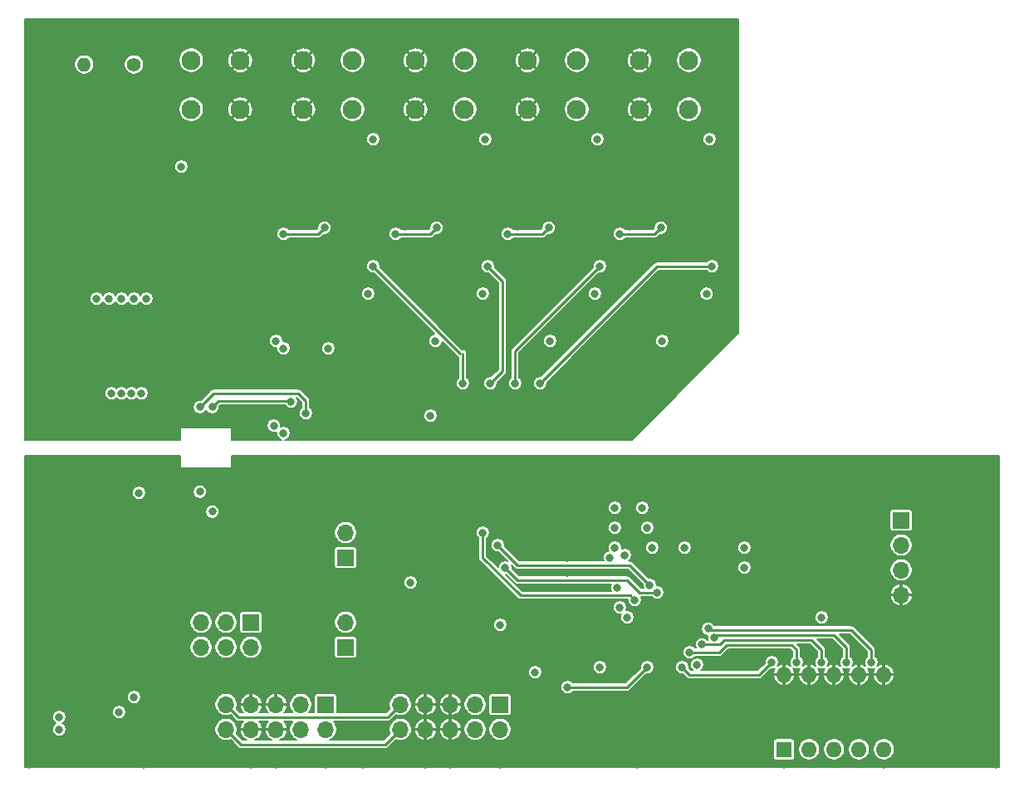
<source format=gbr>
%TF.GenerationSoftware,KiCad,Pcbnew,5.1.10-88a1d61d58~90~ubuntu20.04.1*%
%TF.CreationDate,2021-10-13T16:14:00+02:00*%
%TF.ProjectId,AI_V1,41495f56-312e-46b6-9963-61645f706362,rev?*%
%TF.SameCoordinates,Original*%
%TF.FileFunction,Copper,L2,Inr*%
%TF.FilePolarity,Positive*%
%FSLAX46Y46*%
G04 Gerber Fmt 4.6, Leading zero omitted, Abs format (unit mm)*
G04 Created by KiCad (PCBNEW 5.1.10-88a1d61d58~90~ubuntu20.04.1) date 2021-10-13 16:14:00*
%MOMM*%
%LPD*%
G01*
G04 APERTURE LIST*
%TA.AperFunction,ComponentPad*%
%ADD10O,1.600000X1.600000*%
%TD*%
%TA.AperFunction,ComponentPad*%
%ADD11R,1.600000X1.600000*%
%TD*%
%TA.AperFunction,ComponentPad*%
%ADD12C,1.950000*%
%TD*%
%TA.AperFunction,ComponentPad*%
%ADD13O,1.700000X1.700000*%
%TD*%
%TA.AperFunction,ComponentPad*%
%ADD14R,1.700000X1.700000*%
%TD*%
%TA.AperFunction,ComponentPad*%
%ADD15O,1.400000X1.400000*%
%TD*%
%TA.AperFunction,ComponentPad*%
%ADD16C,1.400000*%
%TD*%
%TA.AperFunction,ViaPad*%
%ADD17C,0.800000*%
%TD*%
%TA.AperFunction,Conductor*%
%ADD18C,0.250000*%
%TD*%
%TA.AperFunction,Conductor*%
%ADD19C,0.127000*%
%TD*%
%TA.AperFunction,Conductor*%
%ADD20C,0.100000*%
%TD*%
G04 APERTURE END LIST*
D10*
%TO.N,GND*%
%TO.C,SW1*%
X173736000Y-125476000D03*
%TO.N,Net-(R11-Pad1)*%
X183896000Y-133096000D03*
%TO.N,GND*%
X176276000Y-125476000D03*
%TO.N,Net-(R10-Pad1)*%
X181356000Y-133096000D03*
%TO.N,GND*%
X178816000Y-125476000D03*
%TO.N,Net-(R9-Pad1)*%
X178816000Y-133096000D03*
%TO.N,GND*%
X181356000Y-125476000D03*
%TO.N,Net-(R8-Pad1)*%
X176276000Y-133096000D03*
%TO.N,GND*%
X183896000Y-125476000D03*
D11*
%TO.N,Net-(R7-Pad1)*%
X173736000Y-133096000D03*
%TD*%
D12*
%TO.N,GND2*%
%TO.C,J11*%
X118284000Y-62818000D03*
X118284000Y-67818000D03*
%TO.N,Net-(D6-Pad1)*%
X113284000Y-62818000D03*
X113284000Y-67818000D03*
%TD*%
%TO.N,Net-(D5-Pad3)*%
%TO.C,J10*%
X164004000Y-62818000D03*
X164004000Y-67818000D03*
%TO.N,GND2*%
X159004000Y-62818000D03*
X159004000Y-67818000D03*
%TD*%
%TO.N,Net-(D4-Pad3)*%
%TO.C,J9*%
X152574000Y-62818000D03*
X152574000Y-67818000D03*
%TO.N,GND2*%
X147574000Y-62818000D03*
X147574000Y-67818000D03*
%TD*%
%TO.N,Net-(D3-Pad3)*%
%TO.C,J8*%
X141144000Y-62818000D03*
X141144000Y-67818000D03*
%TO.N,GND2*%
X136144000Y-62818000D03*
X136144000Y-67818000D03*
%TD*%
%TO.N,Net-(D2-Pad3)*%
%TO.C,J7*%
X129714000Y-62818000D03*
X129714000Y-67818000D03*
%TO.N,GND2*%
X124714000Y-62818000D03*
X124714000Y-67818000D03*
%TD*%
D13*
%TO.N,BUS-*%
%TO.C,J6*%
X116840000Y-131064000D03*
%TO.N,BUS+*%
X116840000Y-128524000D03*
%TO.N,GND*%
X119380000Y-131064000D03*
X119380000Y-128524000D03*
X121920000Y-131064000D03*
X121920000Y-128524000D03*
%TO.N,VCC*%
X124460000Y-131064000D03*
X124460000Y-128524000D03*
X127000000Y-131064000D03*
D14*
X127000000Y-128524000D03*
%TD*%
D13*
%TO.N,BUS-*%
%TO.C,J5*%
X134620000Y-131064000D03*
%TO.N,BUS+*%
X134620000Y-128524000D03*
%TO.N,GND*%
X137160000Y-131064000D03*
X137160000Y-128524000D03*
X139700000Y-131064000D03*
X139700000Y-128524000D03*
%TO.N,VCC*%
X142240000Y-131064000D03*
X142240000Y-128524000D03*
X144780000Y-131064000D03*
D14*
X144780000Y-128524000D03*
%TD*%
D13*
%TO.N,Net-(J4-Pad6)*%
%TO.C,J4*%
X114300000Y-122682000D03*
%TO.N,Net-(J3-Pad2)*%
X114300000Y-120142000D03*
%TO.N,BUS+*%
X116840000Y-122682000D03*
%TO.N,BUS-*%
X116840000Y-120142000D03*
%TO.N,Net-(J4-Pad2)*%
X119380000Y-122682000D03*
D14*
%TO.N,Net-(J2-Pad2)*%
X119380000Y-120142000D03*
%TD*%
D13*
%TO.N,Net-(J3-Pad2)*%
%TO.C,J3*%
X129032000Y-110998000D03*
D14*
%TO.N,Net-(J3-Pad1)*%
X129032000Y-113538000D03*
%TD*%
D13*
%TO.N,Net-(J2-Pad2)*%
%TO.C,J2*%
X129032000Y-120142000D03*
D14*
%TO.N,Net-(J2-Pad1)*%
X129032000Y-122682000D03*
%TD*%
D13*
%TO.N,GND*%
%TO.C,J1*%
X185674000Y-117348000D03*
%TO.N,SWCLK*%
X185674000Y-114808000D03*
%TO.N,SWIO*%
X185674000Y-112268000D03*
D14*
%TO.N,+3V3*%
X185674000Y-109728000D03*
%TD*%
D15*
%TO.N,Net-(D1-Pad2)*%
%TO.C,F1*%
X102362000Y-63246000D03*
D16*
%TO.N,Net-(D6-Pad1)*%
X107442000Y-63246000D03*
%TD*%
D17*
%TO.N,Net-(C1-Pad2)*%
X151638000Y-126746000D03*
X159766000Y-124714000D03*
%TO.N,GND*%
X144780000Y-122428000D03*
X138938000Y-122174000D03*
X140716000Y-116078000D03*
X135636000Y-109220000D03*
X156464000Y-121158000D03*
X160274000Y-121666000D03*
X151638000Y-115062000D03*
X151638000Y-116586000D03*
X151638000Y-113538000D03*
X148590000Y-120396000D03*
X150114000Y-121412000D03*
X151638000Y-123190000D03*
X98044000Y-118872000D03*
X99822000Y-117094000D03*
X101600000Y-118872000D03*
X96774000Y-103886000D03*
X108204000Y-103886000D03*
X117856000Y-103886000D03*
X130048000Y-103886000D03*
X137668000Y-103886000D03*
X140970000Y-103886000D03*
X143764000Y-103886000D03*
X146304000Y-103886000D03*
X149098000Y-103886000D03*
X157734000Y-103632000D03*
X168402000Y-103632000D03*
X179578000Y-103632000D03*
X189484000Y-103632000D03*
X195326000Y-103632000D03*
X195326000Y-109728000D03*
X180086000Y-109728000D03*
X181356000Y-108204000D03*
X181356000Y-111252000D03*
X195326000Y-117348000D03*
X195326000Y-125984000D03*
X195326000Y-134620000D03*
X183896000Y-134620000D03*
X173736000Y-134620000D03*
X158750000Y-130048000D03*
X158750000Y-134620000D03*
X144780000Y-134620000D03*
X137160000Y-134620000D03*
X139700000Y-134620000D03*
X127000000Y-134620000D03*
X121920000Y-134620000D03*
X119380000Y-134620000D03*
X130810000Y-131064000D03*
X130810000Y-128270000D03*
X130810000Y-134620000D03*
X108458000Y-134620000D03*
X108458000Y-132080000D03*
X96774000Y-134620000D03*
X96774000Y-126746000D03*
X102870000Y-126746000D03*
X102870000Y-129032000D03*
X102870000Y-124460000D03*
X96774000Y-111506000D03*
X124206000Y-122682000D03*
X124206000Y-119380000D03*
X124206000Y-116586000D03*
X124206000Y-113030000D03*
X124206000Y-109220000D03*
X168910000Y-124206000D03*
X159512000Y-119634000D03*
X147574000Y-110998000D03*
X110236000Y-103632000D03*
%TO.N,+3V3*%
X107442000Y-127762000D03*
X105918000Y-129286000D03*
X107950000Y-106934000D03*
X135636000Y-116078000D03*
X144780000Y-120396000D03*
X155956000Y-113538000D03*
X163576000Y-112522000D03*
X169672000Y-112522000D03*
X169672000Y-114554000D03*
X177546000Y-119634000D03*
X148336000Y-125222000D03*
X154940000Y-124714028D03*
X164846000Y-124460000D03*
%TO.N,VCC*%
X99822000Y-131064000D03*
X99822000Y-129794000D03*
%TO.N,+5V*%
X108204000Y-96774000D03*
X107188000Y-96774000D03*
X106172000Y-96774000D03*
X105156000Y-96774000D03*
X137668000Y-99060000D03*
%TO.N,GND2*%
X103632000Y-92964000D03*
X97536000Y-92964000D03*
X100076000Y-91186000D03*
X100076000Y-94742000D03*
X98806000Y-87122000D03*
X98806000Y-89154000D03*
X107442000Y-68834000D03*
X109474000Y-70866000D03*
X107442000Y-73152000D03*
X105410000Y-70866000D03*
X128270000Y-80010000D03*
X121666000Y-79756000D03*
X131318000Y-84836000D03*
X121666000Y-89662000D03*
X121412000Y-87884000D03*
X130302000Y-89662000D03*
X132842000Y-89662000D03*
X132842000Y-87884000D03*
X139954000Y-80010000D03*
X135128000Y-79756000D03*
X124460000Y-83820000D03*
X135890000Y-83820000D03*
X147320000Y-83820000D03*
X158750000Y-83820000D03*
X157988000Y-79756000D03*
X146558000Y-79756000D03*
X151384000Y-80010000D03*
X162814000Y-80010000D03*
X167386000Y-73914000D03*
X167386000Y-75438000D03*
X153670000Y-74676000D03*
X142240000Y-74676000D03*
X130810000Y-74676000D03*
X141986000Y-89662000D03*
X144272000Y-88900000D03*
X153162000Y-89662000D03*
X128270000Y-84582000D03*
X139700000Y-84582000D03*
X151384000Y-84582000D03*
X162814000Y-84582000D03*
X96774000Y-58928000D03*
X107442000Y-58928000D03*
X168148000Y-58928000D03*
X168148000Y-67818000D03*
X168148000Y-83820000D03*
X168148000Y-90424000D03*
X157734000Y-100838000D03*
X163322000Y-95250000D03*
X153670000Y-99822000D03*
X154178000Y-91694000D03*
X145796000Y-91440000D03*
X141986000Y-91440000D03*
X135890000Y-99060000D03*
X130048000Y-99060000D03*
X118618000Y-99060000D03*
X107696000Y-99822000D03*
X98806000Y-98806000D03*
X98806000Y-96774000D03*
X119888000Y-77470000D03*
X119888000Y-79502000D03*
X109474000Y-85598000D03*
X110998000Y-87630000D03*
X164592000Y-89662000D03*
X117856000Y-101092000D03*
X110490000Y-101092000D03*
X155194000Y-88138000D03*
%TO.N,+24V*%
X103632000Y-87122000D03*
X106172000Y-87122000D03*
X107442000Y-87122000D03*
X108712000Y-87122000D03*
X104902000Y-87122000D03*
X131318000Y-86614000D03*
X143001986Y-86614000D03*
X154432000Y-86614000D03*
X165840508Y-86635500D03*
%TO.N,Net-(C22-Pad2)*%
X122682000Y-92202000D03*
X127254000Y-92202000D03*
%TO.N,Net-(C23-Pad2)*%
X121920000Y-91440000D03*
X138176000Y-91440000D03*
%TO.N,Net-(C24-Pad2)*%
X121711000Y-100076000D03*
X149860000Y-91440000D03*
%TO.N,Net-(C25-Pad2)*%
X122682000Y-100838000D03*
X161290000Y-91440000D03*
%TO.N,Net-(C32-Pad2)*%
X122682000Y-80518000D03*
X126873000Y-79883000D03*
%TO.N,Net-(C33-Pad2)*%
X138303000Y-79883000D03*
X134112000Y-80518000D03*
%TO.N,Net-(C34-Pad2)*%
X145542000Y-80518000D03*
X149733000Y-79883000D03*
%TO.N,Net-(C35-Pad2)*%
X156972000Y-80518000D03*
X161163000Y-79883000D03*
%TO.N,SWCLK*%
X156718000Y-116586000D03*
%TO.N,SWIO*%
X157480000Y-113284000D03*
%TO.N,Net-(R7-Pad1)*%
X172466000Y-124206000D03*
X163322000Y-124714000D03*
%TO.N,Net-(R8-Pad1)*%
X175006000Y-124206000D03*
X164084000Y-123190000D03*
%TO.N,Net-(R9-Pad1)*%
X177546000Y-124206000D03*
X165354000Y-122391000D03*
%TO.N,Net-(R10-Pad1)*%
X180086000Y-124206000D03*
X166624000Y-121666000D03*
%TO.N,Net-(R11-Pad1)*%
X182626000Y-124206000D03*
X165989011Y-120776989D03*
%TO.N,SDA*%
X115443000Y-108839000D03*
X157734026Y-119634000D03*
%TO.N,SCL*%
X114173000Y-106807000D03*
X156972000Y-118618000D03*
%TO.N,Net-(R14-Pad2)*%
X160274000Y-112522000D03*
X156464000Y-112522000D03*
%TO.N,Net-(R15-Pad2)*%
X159766000Y-110490000D03*
X156464000Y-110490000D03*
%TO.N,Net-(R16-Pad2)*%
X159258000Y-108458000D03*
X156464000Y-108458000D03*
%TO.N,Net-(R18-Pad2)*%
X114173000Y-98171000D03*
X124968000Y-98806000D03*
%TO.N,Net-(R19-Pad2)*%
X115443000Y-98171000D03*
X123444000Y-97624000D03*
%TO.N,CC1*%
X131826000Y-83820000D03*
X140970000Y-95758000D03*
%TO.N,CC2*%
X143510000Y-83820020D03*
X143764000Y-95758000D03*
%TO.N,CC3*%
X154940000Y-83820000D03*
X146304000Y-95758000D03*
%TO.N,CC4*%
X166370000Y-83820000D03*
X148844000Y-95758000D03*
%TO.N,TXD*%
X143002000Y-110998000D03*
X158496000Y-117856000D03*
%TO.N,DIR*%
X144526000Y-112268000D03*
X160020000Y-116332000D03*
%TO.N,RXD*%
X145288000Y-114554000D03*
X160782000Y-117094000D03*
%TO.N,+10V*%
X154686000Y-70866000D03*
X143256000Y-70866000D03*
X131826000Y-70866000D03*
X166116000Y-70866000D03*
X112268000Y-73660000D03*
%TD*%
D18*
%TO.N,Net-(C1-Pad2)*%
X157734000Y-126746000D02*
X159766000Y-124714000D01*
X151638000Y-126746000D02*
X157734000Y-126746000D01*
%TO.N,Net-(C32-Pad2)*%
X122682000Y-80518000D02*
X126238000Y-80518000D01*
X126238000Y-80518000D02*
X126873000Y-79883000D01*
%TO.N,Net-(C33-Pad2)*%
X138303000Y-79883000D02*
X137668000Y-80518000D01*
X137668000Y-80518000D02*
X134112000Y-80518000D01*
%TO.N,Net-(C34-Pad2)*%
X149098000Y-80518000D02*
X149733000Y-79883000D01*
X145542000Y-80518000D02*
X149098000Y-80518000D01*
%TO.N,Net-(C35-Pad2)*%
X160528000Y-80518000D02*
X161163000Y-79883000D01*
X156972000Y-80518000D02*
X160528000Y-80518000D01*
%TO.N,BUS+*%
X116840000Y-128524000D02*
X118110000Y-129794000D01*
X133350000Y-129794000D02*
X134620000Y-128524000D01*
X118110000Y-129794000D02*
X133350000Y-129794000D01*
%TO.N,BUS-*%
X116840000Y-131064000D02*
X118364000Y-132588000D01*
X133096000Y-132588000D02*
X134620000Y-131064000D01*
X118364000Y-132588000D02*
X133096000Y-132588000D01*
%TO.N,Net-(R7-Pad1)*%
X164084000Y-125476000D02*
X163322000Y-124714000D01*
X171196000Y-125476000D02*
X164084000Y-125476000D01*
X172466000Y-124206000D02*
X171196000Y-125476000D01*
%TO.N,Net-(R8-Pad1)*%
X175006000Y-122920000D02*
X175006000Y-124206000D01*
X174514000Y-122428000D02*
X175006000Y-122920000D01*
X167894000Y-122428000D02*
X174514000Y-122428000D01*
X167132000Y-123190000D02*
X167894000Y-122428000D01*
X164084000Y-123190000D02*
X167132000Y-123190000D01*
%TO.N,Net-(R9-Pad1)*%
X165354000Y-122391000D02*
X167169000Y-122391000D01*
X167169000Y-122391000D02*
X167640000Y-121920000D01*
X167640000Y-121920000D02*
X176530000Y-121920000D01*
X177546000Y-122936000D02*
X177546000Y-124206000D01*
X176530000Y-121920000D02*
X177546000Y-122936000D01*
%TO.N,Net-(R10-Pad1)*%
X180086000Y-124206000D02*
X180086000Y-122936000D01*
X180086000Y-122936000D02*
X180086000Y-122682000D01*
X180086000Y-122682000D02*
X178816000Y-121412000D01*
X166878000Y-121412000D02*
X166624000Y-121666000D01*
X178816000Y-121412000D02*
X166878000Y-121412000D01*
%TO.N,Net-(R11-Pad1)*%
X180594000Y-120904000D02*
X166116022Y-120904000D01*
X166116022Y-120904000D02*
X165989011Y-120776989D01*
X182626000Y-122936000D02*
X180594000Y-120904000D01*
X182626000Y-124206000D02*
X182626000Y-122936000D01*
%TO.N,Net-(R18-Pad2)*%
X114173000Y-98171000D02*
X114898001Y-97445999D01*
X114898001Y-97445999D02*
X115316000Y-97028000D01*
X115316000Y-97028000D02*
X115570000Y-96774000D01*
X115570000Y-96774000D02*
X124206000Y-96774000D01*
X124968000Y-97536000D02*
X124968000Y-98806000D01*
X124206000Y-96774000D02*
X124968000Y-97536000D01*
%TO.N,Net-(R19-Pad2)*%
X115443000Y-98171000D02*
X116078000Y-97536000D01*
X123356000Y-97536000D02*
X123444000Y-97624000D01*
X116078000Y-97536000D02*
X123356000Y-97536000D01*
%TO.N,CC1*%
X131826000Y-83820000D02*
X140716000Y-92710000D01*
X140970000Y-92710000D02*
X140970000Y-95758000D01*
%TO.N,CC2*%
X145034000Y-94488000D02*
X143764000Y-95758000D01*
X145034000Y-85344020D02*
X145034000Y-94488000D01*
X143510000Y-83820020D02*
X145034000Y-85344020D01*
%TO.N,CC3*%
X146304000Y-92456000D02*
X146304000Y-95758000D01*
X154940000Y-83820000D02*
X146304000Y-92456000D01*
%TO.N,CC4*%
X160782000Y-83820000D02*
X148844000Y-95758000D01*
X166370000Y-83820000D02*
X160782000Y-83820000D01*
%TO.N,TXD*%
X143002000Y-110998000D02*
X143002000Y-113538000D01*
X158024999Y-117384999D02*
X158496000Y-117856000D01*
X146848999Y-117384999D02*
X158024999Y-117384999D01*
X143002000Y-113538000D02*
X146848999Y-117384999D01*
%TO.N,DIR*%
X144526000Y-112268000D02*
X146558000Y-114300000D01*
X157988000Y-114300000D02*
X160020000Y-116332000D01*
X146558000Y-114300000D02*
X157988000Y-114300000D01*
%TO.N,RXD*%
X145288000Y-114554000D02*
X146558000Y-115824000D01*
X146558000Y-115824000D02*
X157734000Y-115824000D01*
X159004000Y-117094000D02*
X160782000Y-117094000D01*
X157734000Y-115824000D02*
X159004000Y-117094000D01*
%TD*%
D19*
%TO.N,GND2*%
X169100500Y-90651698D02*
X158215698Y-101536500D01*
X122848188Y-101536500D01*
X122891287Y-101527927D01*
X123021864Y-101473841D01*
X123139380Y-101395319D01*
X123239319Y-101295380D01*
X123317841Y-101177864D01*
X123371927Y-101047287D01*
X123399500Y-100908668D01*
X123399500Y-100767332D01*
X123371927Y-100628713D01*
X123317841Y-100498136D01*
X123239319Y-100380620D01*
X123139380Y-100280681D01*
X123021864Y-100202159D01*
X122891287Y-100148073D01*
X122752668Y-100120500D01*
X122611332Y-100120500D01*
X122472713Y-100148073D01*
X122424226Y-100168157D01*
X122428500Y-100146668D01*
X122428500Y-100005332D01*
X122400927Y-99866713D01*
X122346841Y-99736136D01*
X122268319Y-99618620D01*
X122168380Y-99518681D01*
X122050864Y-99440159D01*
X121920287Y-99386073D01*
X121781668Y-99358500D01*
X121640332Y-99358500D01*
X121501713Y-99386073D01*
X121371136Y-99440159D01*
X121253620Y-99518681D01*
X121153681Y-99618620D01*
X121075159Y-99736136D01*
X121021073Y-99866713D01*
X120993500Y-100005332D01*
X120993500Y-100146668D01*
X121021073Y-100285287D01*
X121075159Y-100415864D01*
X121153681Y-100533380D01*
X121253620Y-100633319D01*
X121371136Y-100711841D01*
X121501713Y-100765927D01*
X121640332Y-100793500D01*
X121781668Y-100793500D01*
X121920287Y-100765927D01*
X121968774Y-100745843D01*
X121964500Y-100767332D01*
X121964500Y-100908668D01*
X121992073Y-101047287D01*
X122046159Y-101177864D01*
X122124681Y-101295380D01*
X122224620Y-101395319D01*
X122342136Y-101473841D01*
X122472713Y-101527927D01*
X122515812Y-101536500D01*
X117411500Y-101536500D01*
X117411500Y-100330000D01*
X117410280Y-100317612D01*
X117406666Y-100305700D01*
X117400798Y-100294721D01*
X117392901Y-100285099D01*
X117383279Y-100277202D01*
X117372300Y-100271334D01*
X117360388Y-100267720D01*
X117348000Y-100266500D01*
X112268000Y-100266500D01*
X112255612Y-100267720D01*
X112243700Y-100271334D01*
X112232721Y-100277202D01*
X112223099Y-100285099D01*
X112215202Y-100294721D01*
X112209334Y-100305700D01*
X112205720Y-100317612D01*
X112204500Y-100330000D01*
X112204500Y-101536500D01*
X96342500Y-101536500D01*
X96342500Y-98100332D01*
X113455500Y-98100332D01*
X113455500Y-98241668D01*
X113483073Y-98380287D01*
X113537159Y-98510864D01*
X113615681Y-98628380D01*
X113715620Y-98728319D01*
X113833136Y-98806841D01*
X113963713Y-98860927D01*
X114102332Y-98888500D01*
X114243668Y-98888500D01*
X114382287Y-98860927D01*
X114512864Y-98806841D01*
X114630380Y-98728319D01*
X114730319Y-98628380D01*
X114808000Y-98512123D01*
X114885681Y-98628380D01*
X114985620Y-98728319D01*
X115103136Y-98806841D01*
X115233713Y-98860927D01*
X115372332Y-98888500D01*
X115513668Y-98888500D01*
X115652287Y-98860927D01*
X115782864Y-98806841D01*
X115900380Y-98728319D01*
X116000319Y-98628380D01*
X116078841Y-98510864D01*
X116132927Y-98380287D01*
X116160500Y-98241668D01*
X116160500Y-98100332D01*
X116157009Y-98082781D01*
X116261290Y-97978500D01*
X122817939Y-97978500D01*
X122886681Y-98081380D01*
X122986620Y-98181319D01*
X123104136Y-98259841D01*
X123234713Y-98313927D01*
X123373332Y-98341500D01*
X123514668Y-98341500D01*
X123653287Y-98313927D01*
X123783864Y-98259841D01*
X123901380Y-98181319D01*
X124001319Y-98081380D01*
X124079841Y-97963864D01*
X124133927Y-97833287D01*
X124161500Y-97694668D01*
X124161500Y-97553332D01*
X124133927Y-97414713D01*
X124079841Y-97284136D01*
X124058686Y-97252475D01*
X124525500Y-97719290D01*
X124525501Y-98238738D01*
X124510620Y-98248681D01*
X124410681Y-98348620D01*
X124332159Y-98466136D01*
X124278073Y-98596713D01*
X124250500Y-98735332D01*
X124250500Y-98876668D01*
X124278073Y-99015287D01*
X124332159Y-99145864D01*
X124410681Y-99263380D01*
X124510620Y-99363319D01*
X124628136Y-99441841D01*
X124758713Y-99495927D01*
X124897332Y-99523500D01*
X125038668Y-99523500D01*
X125177287Y-99495927D01*
X125307864Y-99441841D01*
X125425380Y-99363319D01*
X125525319Y-99263380D01*
X125603841Y-99145864D01*
X125657927Y-99015287D01*
X125663089Y-98989332D01*
X136950500Y-98989332D01*
X136950500Y-99130668D01*
X136978073Y-99269287D01*
X137032159Y-99399864D01*
X137110681Y-99517380D01*
X137210620Y-99617319D01*
X137328136Y-99695841D01*
X137458713Y-99749927D01*
X137597332Y-99777500D01*
X137738668Y-99777500D01*
X137877287Y-99749927D01*
X138007864Y-99695841D01*
X138125380Y-99617319D01*
X138225319Y-99517380D01*
X138303841Y-99399864D01*
X138357927Y-99269287D01*
X138385500Y-99130668D01*
X138385500Y-98989332D01*
X138357927Y-98850713D01*
X138303841Y-98720136D01*
X138225319Y-98602620D01*
X138125380Y-98502681D01*
X138007864Y-98424159D01*
X137877287Y-98370073D01*
X137738668Y-98342500D01*
X137597332Y-98342500D01*
X137458713Y-98370073D01*
X137328136Y-98424159D01*
X137210620Y-98502681D01*
X137110681Y-98602620D01*
X137032159Y-98720136D01*
X136978073Y-98850713D01*
X136950500Y-98989332D01*
X125663089Y-98989332D01*
X125685500Y-98876668D01*
X125685500Y-98735332D01*
X125657927Y-98596713D01*
X125603841Y-98466136D01*
X125525319Y-98348620D01*
X125425380Y-98248681D01*
X125410500Y-98238738D01*
X125410500Y-97557734D01*
X125412641Y-97536000D01*
X125410500Y-97514263D01*
X125404097Y-97449255D01*
X125378795Y-97365843D01*
X125337705Y-97288971D01*
X125282409Y-97221591D01*
X125265525Y-97207735D01*
X124534269Y-96476480D01*
X124520409Y-96459591D01*
X124453029Y-96404295D01*
X124376157Y-96363205D01*
X124292745Y-96337903D01*
X124227737Y-96331500D01*
X124227734Y-96331500D01*
X124206000Y-96329359D01*
X124184266Y-96331500D01*
X115591733Y-96331500D01*
X115569999Y-96329359D01*
X115548265Y-96331500D01*
X115548263Y-96331500D01*
X115483255Y-96337903D01*
X115399843Y-96363205D01*
X115322971Y-96404295D01*
X115255591Y-96459591D01*
X115241726Y-96476486D01*
X115018481Y-96699730D01*
X115018475Y-96699735D01*
X114600476Y-97117735D01*
X114261220Y-97456991D01*
X114243668Y-97453500D01*
X114102332Y-97453500D01*
X113963713Y-97481073D01*
X113833136Y-97535159D01*
X113715620Y-97613681D01*
X113615681Y-97713620D01*
X113537159Y-97831136D01*
X113483073Y-97961713D01*
X113455500Y-98100332D01*
X96342500Y-98100332D01*
X96342500Y-96703332D01*
X104438500Y-96703332D01*
X104438500Y-96844668D01*
X104466073Y-96983287D01*
X104520159Y-97113864D01*
X104598681Y-97231380D01*
X104698620Y-97331319D01*
X104816136Y-97409841D01*
X104946713Y-97463927D01*
X105085332Y-97491500D01*
X105226668Y-97491500D01*
X105365287Y-97463927D01*
X105495864Y-97409841D01*
X105613380Y-97331319D01*
X105664000Y-97280699D01*
X105714620Y-97331319D01*
X105832136Y-97409841D01*
X105962713Y-97463927D01*
X106101332Y-97491500D01*
X106242668Y-97491500D01*
X106381287Y-97463927D01*
X106511864Y-97409841D01*
X106629380Y-97331319D01*
X106680000Y-97280699D01*
X106730620Y-97331319D01*
X106848136Y-97409841D01*
X106978713Y-97463927D01*
X107117332Y-97491500D01*
X107258668Y-97491500D01*
X107397287Y-97463927D01*
X107527864Y-97409841D01*
X107645380Y-97331319D01*
X107696000Y-97280699D01*
X107746620Y-97331319D01*
X107864136Y-97409841D01*
X107994713Y-97463927D01*
X108133332Y-97491500D01*
X108274668Y-97491500D01*
X108413287Y-97463927D01*
X108543864Y-97409841D01*
X108661380Y-97331319D01*
X108761319Y-97231380D01*
X108839841Y-97113864D01*
X108893927Y-96983287D01*
X108921500Y-96844668D01*
X108921500Y-96703332D01*
X108893927Y-96564713D01*
X108839841Y-96434136D01*
X108761319Y-96316620D01*
X108661380Y-96216681D01*
X108543864Y-96138159D01*
X108413287Y-96084073D01*
X108274668Y-96056500D01*
X108133332Y-96056500D01*
X107994713Y-96084073D01*
X107864136Y-96138159D01*
X107746620Y-96216681D01*
X107696000Y-96267301D01*
X107645380Y-96216681D01*
X107527864Y-96138159D01*
X107397287Y-96084073D01*
X107258668Y-96056500D01*
X107117332Y-96056500D01*
X106978713Y-96084073D01*
X106848136Y-96138159D01*
X106730620Y-96216681D01*
X106680000Y-96267301D01*
X106629380Y-96216681D01*
X106511864Y-96138159D01*
X106381287Y-96084073D01*
X106242668Y-96056500D01*
X106101332Y-96056500D01*
X105962713Y-96084073D01*
X105832136Y-96138159D01*
X105714620Y-96216681D01*
X105664000Y-96267301D01*
X105613380Y-96216681D01*
X105495864Y-96138159D01*
X105365287Y-96084073D01*
X105226668Y-96056500D01*
X105085332Y-96056500D01*
X104946713Y-96084073D01*
X104816136Y-96138159D01*
X104698620Y-96216681D01*
X104598681Y-96316620D01*
X104520159Y-96434136D01*
X104466073Y-96564713D01*
X104438500Y-96703332D01*
X96342500Y-96703332D01*
X96342500Y-91369332D01*
X121202500Y-91369332D01*
X121202500Y-91510668D01*
X121230073Y-91649287D01*
X121284159Y-91779864D01*
X121362681Y-91897380D01*
X121462620Y-91997319D01*
X121580136Y-92075841D01*
X121710713Y-92129927D01*
X121849332Y-92157500D01*
X121964500Y-92157500D01*
X121964500Y-92272668D01*
X121992073Y-92411287D01*
X122046159Y-92541864D01*
X122124681Y-92659380D01*
X122224620Y-92759319D01*
X122342136Y-92837841D01*
X122472713Y-92891927D01*
X122611332Y-92919500D01*
X122752668Y-92919500D01*
X122891287Y-92891927D01*
X123021864Y-92837841D01*
X123139380Y-92759319D01*
X123239319Y-92659380D01*
X123317841Y-92541864D01*
X123371927Y-92411287D01*
X123399500Y-92272668D01*
X123399500Y-92131332D01*
X126536500Y-92131332D01*
X126536500Y-92272668D01*
X126564073Y-92411287D01*
X126618159Y-92541864D01*
X126696681Y-92659380D01*
X126796620Y-92759319D01*
X126914136Y-92837841D01*
X127044713Y-92891927D01*
X127183332Y-92919500D01*
X127324668Y-92919500D01*
X127463287Y-92891927D01*
X127593864Y-92837841D01*
X127711380Y-92759319D01*
X127811319Y-92659380D01*
X127889841Y-92541864D01*
X127943927Y-92411287D01*
X127971500Y-92272668D01*
X127971500Y-92131332D01*
X127943927Y-91992713D01*
X127889841Y-91862136D01*
X127811319Y-91744620D01*
X127711380Y-91644681D01*
X127593864Y-91566159D01*
X127463287Y-91512073D01*
X127324668Y-91484500D01*
X127183332Y-91484500D01*
X127044713Y-91512073D01*
X126914136Y-91566159D01*
X126796620Y-91644681D01*
X126696681Y-91744620D01*
X126618159Y-91862136D01*
X126564073Y-91992713D01*
X126536500Y-92131332D01*
X123399500Y-92131332D01*
X123371927Y-91992713D01*
X123317841Y-91862136D01*
X123239319Y-91744620D01*
X123139380Y-91644681D01*
X123021864Y-91566159D01*
X122891287Y-91512073D01*
X122752668Y-91484500D01*
X122637500Y-91484500D01*
X122637500Y-91369332D01*
X122609927Y-91230713D01*
X122555841Y-91100136D01*
X122477319Y-90982620D01*
X122377380Y-90882681D01*
X122259864Y-90804159D01*
X122129287Y-90750073D01*
X121990668Y-90722500D01*
X121849332Y-90722500D01*
X121710713Y-90750073D01*
X121580136Y-90804159D01*
X121462620Y-90882681D01*
X121362681Y-90982620D01*
X121284159Y-91100136D01*
X121230073Y-91230713D01*
X121202500Y-91369332D01*
X96342500Y-91369332D01*
X96342500Y-87051332D01*
X102914500Y-87051332D01*
X102914500Y-87192668D01*
X102942073Y-87331287D01*
X102996159Y-87461864D01*
X103074681Y-87579380D01*
X103174620Y-87679319D01*
X103292136Y-87757841D01*
X103422713Y-87811927D01*
X103561332Y-87839500D01*
X103702668Y-87839500D01*
X103841287Y-87811927D01*
X103971864Y-87757841D01*
X104089380Y-87679319D01*
X104189319Y-87579380D01*
X104267000Y-87463123D01*
X104344681Y-87579380D01*
X104444620Y-87679319D01*
X104562136Y-87757841D01*
X104692713Y-87811927D01*
X104831332Y-87839500D01*
X104972668Y-87839500D01*
X105111287Y-87811927D01*
X105241864Y-87757841D01*
X105359380Y-87679319D01*
X105459319Y-87579380D01*
X105537000Y-87463123D01*
X105614681Y-87579380D01*
X105714620Y-87679319D01*
X105832136Y-87757841D01*
X105962713Y-87811927D01*
X106101332Y-87839500D01*
X106242668Y-87839500D01*
X106381287Y-87811927D01*
X106511864Y-87757841D01*
X106629380Y-87679319D01*
X106729319Y-87579380D01*
X106807000Y-87463123D01*
X106884681Y-87579380D01*
X106984620Y-87679319D01*
X107102136Y-87757841D01*
X107232713Y-87811927D01*
X107371332Y-87839500D01*
X107512668Y-87839500D01*
X107651287Y-87811927D01*
X107781864Y-87757841D01*
X107899380Y-87679319D01*
X107999319Y-87579380D01*
X108077000Y-87463123D01*
X108154681Y-87579380D01*
X108254620Y-87679319D01*
X108372136Y-87757841D01*
X108502713Y-87811927D01*
X108641332Y-87839500D01*
X108782668Y-87839500D01*
X108921287Y-87811927D01*
X109051864Y-87757841D01*
X109169380Y-87679319D01*
X109269319Y-87579380D01*
X109347841Y-87461864D01*
X109401927Y-87331287D01*
X109429500Y-87192668D01*
X109429500Y-87051332D01*
X109401927Y-86912713D01*
X109347841Y-86782136D01*
X109269319Y-86664620D01*
X109169380Y-86564681D01*
X109137430Y-86543332D01*
X130600500Y-86543332D01*
X130600500Y-86684668D01*
X130628073Y-86823287D01*
X130682159Y-86953864D01*
X130760681Y-87071380D01*
X130860620Y-87171319D01*
X130978136Y-87249841D01*
X131108713Y-87303927D01*
X131247332Y-87331500D01*
X131388668Y-87331500D01*
X131527287Y-87303927D01*
X131657864Y-87249841D01*
X131775380Y-87171319D01*
X131875319Y-87071380D01*
X131953841Y-86953864D01*
X132007927Y-86823287D01*
X132035500Y-86684668D01*
X132035500Y-86543332D01*
X132007927Y-86404713D01*
X131953841Y-86274136D01*
X131875319Y-86156620D01*
X131775380Y-86056681D01*
X131657864Y-85978159D01*
X131527287Y-85924073D01*
X131388668Y-85896500D01*
X131247332Y-85896500D01*
X131108713Y-85924073D01*
X130978136Y-85978159D01*
X130860620Y-86056681D01*
X130760681Y-86156620D01*
X130682159Y-86274136D01*
X130628073Y-86404713D01*
X130600500Y-86543332D01*
X109137430Y-86543332D01*
X109051864Y-86486159D01*
X108921287Y-86432073D01*
X108782668Y-86404500D01*
X108641332Y-86404500D01*
X108502713Y-86432073D01*
X108372136Y-86486159D01*
X108254620Y-86564681D01*
X108154681Y-86664620D01*
X108077000Y-86780877D01*
X107999319Y-86664620D01*
X107899380Y-86564681D01*
X107781864Y-86486159D01*
X107651287Y-86432073D01*
X107512668Y-86404500D01*
X107371332Y-86404500D01*
X107232713Y-86432073D01*
X107102136Y-86486159D01*
X106984620Y-86564681D01*
X106884681Y-86664620D01*
X106807000Y-86780877D01*
X106729319Y-86664620D01*
X106629380Y-86564681D01*
X106511864Y-86486159D01*
X106381287Y-86432073D01*
X106242668Y-86404500D01*
X106101332Y-86404500D01*
X105962713Y-86432073D01*
X105832136Y-86486159D01*
X105714620Y-86564681D01*
X105614681Y-86664620D01*
X105537000Y-86780877D01*
X105459319Y-86664620D01*
X105359380Y-86564681D01*
X105241864Y-86486159D01*
X105111287Y-86432073D01*
X104972668Y-86404500D01*
X104831332Y-86404500D01*
X104692713Y-86432073D01*
X104562136Y-86486159D01*
X104444620Y-86564681D01*
X104344681Y-86664620D01*
X104267000Y-86780877D01*
X104189319Y-86664620D01*
X104089380Y-86564681D01*
X103971864Y-86486159D01*
X103841287Y-86432073D01*
X103702668Y-86404500D01*
X103561332Y-86404500D01*
X103422713Y-86432073D01*
X103292136Y-86486159D01*
X103174620Y-86564681D01*
X103074681Y-86664620D01*
X102996159Y-86782136D01*
X102942073Y-86912713D01*
X102914500Y-87051332D01*
X96342500Y-87051332D01*
X96342500Y-83749332D01*
X131108500Y-83749332D01*
X131108500Y-83890668D01*
X131136073Y-84029287D01*
X131190159Y-84159864D01*
X131268681Y-84277380D01*
X131368620Y-84377319D01*
X131486136Y-84455841D01*
X131616713Y-84509927D01*
X131755332Y-84537500D01*
X131896668Y-84537500D01*
X131914220Y-84534009D01*
X138103145Y-90722935D01*
X137966713Y-90750073D01*
X137836136Y-90804159D01*
X137718620Y-90882681D01*
X137618681Y-90982620D01*
X137540159Y-91100136D01*
X137486073Y-91230713D01*
X137458500Y-91369332D01*
X137458500Y-91510668D01*
X137486073Y-91649287D01*
X137540159Y-91779864D01*
X137618681Y-91897380D01*
X137718620Y-91997319D01*
X137836136Y-92075841D01*
X137966713Y-92129927D01*
X138105332Y-92157500D01*
X138246668Y-92157500D01*
X138385287Y-92129927D01*
X138515864Y-92075841D01*
X138633380Y-91997319D01*
X138733319Y-91897380D01*
X138811841Y-91779864D01*
X138865927Y-91649287D01*
X138893065Y-91512855D01*
X140418475Y-93038265D01*
X140468971Y-93079705D01*
X140527500Y-93110990D01*
X140527501Y-95190738D01*
X140512620Y-95200681D01*
X140412681Y-95300620D01*
X140334159Y-95418136D01*
X140280073Y-95548713D01*
X140252500Y-95687332D01*
X140252500Y-95828668D01*
X140280073Y-95967287D01*
X140334159Y-96097864D01*
X140412681Y-96215380D01*
X140512620Y-96315319D01*
X140630136Y-96393841D01*
X140760713Y-96447927D01*
X140899332Y-96475500D01*
X141040668Y-96475500D01*
X141179287Y-96447927D01*
X141309864Y-96393841D01*
X141427380Y-96315319D01*
X141527319Y-96215380D01*
X141605841Y-96097864D01*
X141659927Y-95967287D01*
X141687500Y-95828668D01*
X141687500Y-95687332D01*
X141659927Y-95548713D01*
X141605841Y-95418136D01*
X141527319Y-95300620D01*
X141427380Y-95200681D01*
X141412500Y-95190738D01*
X141412500Y-92688263D01*
X141406097Y-92623255D01*
X141380795Y-92539843D01*
X141339705Y-92462971D01*
X141284409Y-92395591D01*
X141217028Y-92340295D01*
X141140156Y-92299205D01*
X141056744Y-92273903D01*
X140970000Y-92265359D01*
X140903681Y-92271891D01*
X135175122Y-86543332D01*
X142284486Y-86543332D01*
X142284486Y-86684668D01*
X142312059Y-86823287D01*
X142366145Y-86953864D01*
X142444667Y-87071380D01*
X142544606Y-87171319D01*
X142662122Y-87249841D01*
X142792699Y-87303927D01*
X142931318Y-87331500D01*
X143072654Y-87331500D01*
X143211273Y-87303927D01*
X143341850Y-87249841D01*
X143459366Y-87171319D01*
X143559305Y-87071380D01*
X143637827Y-86953864D01*
X143691913Y-86823287D01*
X143719486Y-86684668D01*
X143719486Y-86543332D01*
X143691913Y-86404713D01*
X143637827Y-86274136D01*
X143559305Y-86156620D01*
X143459366Y-86056681D01*
X143341850Y-85978159D01*
X143211273Y-85924073D01*
X143072654Y-85896500D01*
X142931318Y-85896500D01*
X142792699Y-85924073D01*
X142662122Y-85978159D01*
X142544606Y-86056681D01*
X142444667Y-86156620D01*
X142366145Y-86274136D01*
X142312059Y-86404713D01*
X142284486Y-86543332D01*
X135175122Y-86543332D01*
X132540009Y-83908220D01*
X132543500Y-83890668D01*
X132543500Y-83749352D01*
X142792500Y-83749352D01*
X142792500Y-83890688D01*
X142820073Y-84029307D01*
X142874159Y-84159884D01*
X142952681Y-84277400D01*
X143052620Y-84377339D01*
X143170136Y-84455861D01*
X143300713Y-84509947D01*
X143439332Y-84537520D01*
X143580668Y-84537520D01*
X143598220Y-84534029D01*
X144591500Y-85527309D01*
X144591501Y-94304710D01*
X143852220Y-95043991D01*
X143834668Y-95040500D01*
X143693332Y-95040500D01*
X143554713Y-95068073D01*
X143424136Y-95122159D01*
X143306620Y-95200681D01*
X143206681Y-95300620D01*
X143128159Y-95418136D01*
X143074073Y-95548713D01*
X143046500Y-95687332D01*
X143046500Y-95828668D01*
X143074073Y-95967287D01*
X143128159Y-96097864D01*
X143206681Y-96215380D01*
X143306620Y-96315319D01*
X143424136Y-96393841D01*
X143554713Y-96447927D01*
X143693332Y-96475500D01*
X143834668Y-96475500D01*
X143973287Y-96447927D01*
X144103864Y-96393841D01*
X144221380Y-96315319D01*
X144321319Y-96215380D01*
X144399841Y-96097864D01*
X144453927Y-95967287D01*
X144481500Y-95828668D01*
X144481500Y-95687332D01*
X145586500Y-95687332D01*
X145586500Y-95828668D01*
X145614073Y-95967287D01*
X145668159Y-96097864D01*
X145746681Y-96215380D01*
X145846620Y-96315319D01*
X145964136Y-96393841D01*
X146094713Y-96447927D01*
X146233332Y-96475500D01*
X146374668Y-96475500D01*
X146513287Y-96447927D01*
X146643864Y-96393841D01*
X146761380Y-96315319D01*
X146861319Y-96215380D01*
X146939841Y-96097864D01*
X146993927Y-95967287D01*
X147021500Y-95828668D01*
X147021500Y-95687332D01*
X148126500Y-95687332D01*
X148126500Y-95828668D01*
X148154073Y-95967287D01*
X148208159Y-96097864D01*
X148286681Y-96215380D01*
X148386620Y-96315319D01*
X148504136Y-96393841D01*
X148634713Y-96447927D01*
X148773332Y-96475500D01*
X148914668Y-96475500D01*
X149053287Y-96447927D01*
X149183864Y-96393841D01*
X149301380Y-96315319D01*
X149401319Y-96215380D01*
X149479841Y-96097864D01*
X149533927Y-95967287D01*
X149561500Y-95828668D01*
X149561500Y-95687332D01*
X149558009Y-95669780D01*
X153858457Y-91369332D01*
X160572500Y-91369332D01*
X160572500Y-91510668D01*
X160600073Y-91649287D01*
X160654159Y-91779864D01*
X160732681Y-91897380D01*
X160832620Y-91997319D01*
X160950136Y-92075841D01*
X161080713Y-92129927D01*
X161219332Y-92157500D01*
X161360668Y-92157500D01*
X161499287Y-92129927D01*
X161629864Y-92075841D01*
X161747380Y-91997319D01*
X161847319Y-91897380D01*
X161925841Y-91779864D01*
X161979927Y-91649287D01*
X162007500Y-91510668D01*
X162007500Y-91369332D01*
X161979927Y-91230713D01*
X161925841Y-91100136D01*
X161847319Y-90982620D01*
X161747380Y-90882681D01*
X161629864Y-90804159D01*
X161499287Y-90750073D01*
X161360668Y-90722500D01*
X161219332Y-90722500D01*
X161080713Y-90750073D01*
X160950136Y-90804159D01*
X160832620Y-90882681D01*
X160732681Y-90982620D01*
X160654159Y-91100136D01*
X160600073Y-91230713D01*
X160572500Y-91369332D01*
X153858457Y-91369332D01*
X158662957Y-86564832D01*
X165123008Y-86564832D01*
X165123008Y-86706168D01*
X165150581Y-86844787D01*
X165204667Y-86975364D01*
X165283189Y-87092880D01*
X165383128Y-87192819D01*
X165500644Y-87271341D01*
X165631221Y-87325427D01*
X165769840Y-87353000D01*
X165911176Y-87353000D01*
X166049795Y-87325427D01*
X166180372Y-87271341D01*
X166297888Y-87192819D01*
X166397827Y-87092880D01*
X166476349Y-86975364D01*
X166530435Y-86844787D01*
X166558008Y-86706168D01*
X166558008Y-86564832D01*
X166530435Y-86426213D01*
X166476349Y-86295636D01*
X166397827Y-86178120D01*
X166297888Y-86078181D01*
X166180372Y-85999659D01*
X166049795Y-85945573D01*
X165911176Y-85918000D01*
X165769840Y-85918000D01*
X165631221Y-85945573D01*
X165500644Y-85999659D01*
X165383128Y-86078181D01*
X165283189Y-86178120D01*
X165204667Y-86295636D01*
X165150581Y-86426213D01*
X165123008Y-86564832D01*
X158662957Y-86564832D01*
X160965290Y-84262500D01*
X165802738Y-84262500D01*
X165812681Y-84277380D01*
X165912620Y-84377319D01*
X166030136Y-84455841D01*
X166160713Y-84509927D01*
X166299332Y-84537500D01*
X166440668Y-84537500D01*
X166579287Y-84509927D01*
X166709864Y-84455841D01*
X166827380Y-84377319D01*
X166927319Y-84277380D01*
X167005841Y-84159864D01*
X167059927Y-84029287D01*
X167087500Y-83890668D01*
X167087500Y-83749332D01*
X167059927Y-83610713D01*
X167005841Y-83480136D01*
X166927319Y-83362620D01*
X166827380Y-83262681D01*
X166709864Y-83184159D01*
X166579287Y-83130073D01*
X166440668Y-83102500D01*
X166299332Y-83102500D01*
X166160713Y-83130073D01*
X166030136Y-83184159D01*
X165912620Y-83262681D01*
X165812681Y-83362620D01*
X165802738Y-83377500D01*
X160803737Y-83377500D01*
X160782000Y-83375359D01*
X160760263Y-83377500D01*
X160695255Y-83383903D01*
X160611843Y-83409205D01*
X160534971Y-83450295D01*
X160467591Y-83505591D01*
X160453735Y-83522475D01*
X148932220Y-95043991D01*
X148914668Y-95040500D01*
X148773332Y-95040500D01*
X148634713Y-95068073D01*
X148504136Y-95122159D01*
X148386620Y-95200681D01*
X148286681Y-95300620D01*
X148208159Y-95418136D01*
X148154073Y-95548713D01*
X148126500Y-95687332D01*
X147021500Y-95687332D01*
X146993927Y-95548713D01*
X146939841Y-95418136D01*
X146861319Y-95300620D01*
X146761380Y-95200681D01*
X146746500Y-95190738D01*
X146746500Y-92639289D01*
X148016457Y-91369332D01*
X149142500Y-91369332D01*
X149142500Y-91510668D01*
X149170073Y-91649287D01*
X149224159Y-91779864D01*
X149302681Y-91897380D01*
X149402620Y-91997319D01*
X149520136Y-92075841D01*
X149650713Y-92129927D01*
X149789332Y-92157500D01*
X149930668Y-92157500D01*
X150069287Y-92129927D01*
X150199864Y-92075841D01*
X150317380Y-91997319D01*
X150417319Y-91897380D01*
X150495841Y-91779864D01*
X150549927Y-91649287D01*
X150577500Y-91510668D01*
X150577500Y-91369332D01*
X150549927Y-91230713D01*
X150495841Y-91100136D01*
X150417319Y-90982620D01*
X150317380Y-90882681D01*
X150199864Y-90804159D01*
X150069287Y-90750073D01*
X149930668Y-90722500D01*
X149789332Y-90722500D01*
X149650713Y-90750073D01*
X149520136Y-90804159D01*
X149402620Y-90882681D01*
X149302681Y-90982620D01*
X149224159Y-91100136D01*
X149170073Y-91230713D01*
X149142500Y-91369332D01*
X148016457Y-91369332D01*
X152842457Y-86543332D01*
X153714500Y-86543332D01*
X153714500Y-86684668D01*
X153742073Y-86823287D01*
X153796159Y-86953864D01*
X153874681Y-87071380D01*
X153974620Y-87171319D01*
X154092136Y-87249841D01*
X154222713Y-87303927D01*
X154361332Y-87331500D01*
X154502668Y-87331500D01*
X154641287Y-87303927D01*
X154771864Y-87249841D01*
X154889380Y-87171319D01*
X154989319Y-87071380D01*
X155067841Y-86953864D01*
X155121927Y-86823287D01*
X155149500Y-86684668D01*
X155149500Y-86543332D01*
X155121927Y-86404713D01*
X155067841Y-86274136D01*
X154989319Y-86156620D01*
X154889380Y-86056681D01*
X154771864Y-85978159D01*
X154641287Y-85924073D01*
X154502668Y-85896500D01*
X154361332Y-85896500D01*
X154222713Y-85924073D01*
X154092136Y-85978159D01*
X153974620Y-86056681D01*
X153874681Y-86156620D01*
X153796159Y-86274136D01*
X153742073Y-86404713D01*
X153714500Y-86543332D01*
X152842457Y-86543332D01*
X154851780Y-84534009D01*
X154869332Y-84537500D01*
X155010668Y-84537500D01*
X155149287Y-84509927D01*
X155279864Y-84455841D01*
X155397380Y-84377319D01*
X155497319Y-84277380D01*
X155575841Y-84159864D01*
X155629927Y-84029287D01*
X155657500Y-83890668D01*
X155657500Y-83749332D01*
X155629927Y-83610713D01*
X155575841Y-83480136D01*
X155497319Y-83362620D01*
X155397380Y-83262681D01*
X155279864Y-83184159D01*
X155149287Y-83130073D01*
X155010668Y-83102500D01*
X154869332Y-83102500D01*
X154730713Y-83130073D01*
X154600136Y-83184159D01*
X154482620Y-83262681D01*
X154382681Y-83362620D01*
X154304159Y-83480136D01*
X154250073Y-83610713D01*
X154222500Y-83749332D01*
X154222500Y-83890668D01*
X154225991Y-83908220D01*
X146006481Y-92127730D01*
X145989591Y-92141591D01*
X145957889Y-92180221D01*
X145934295Y-92208971D01*
X145904155Y-92265359D01*
X145893205Y-92285844D01*
X145867903Y-92369256D01*
X145861500Y-92434263D01*
X145859359Y-92456000D01*
X145861500Y-92477735D01*
X145861501Y-95190738D01*
X145846620Y-95200681D01*
X145746681Y-95300620D01*
X145668159Y-95418136D01*
X145614073Y-95548713D01*
X145586500Y-95687332D01*
X144481500Y-95687332D01*
X144478009Y-95669780D01*
X145331519Y-94816270D01*
X145348409Y-94802409D01*
X145403705Y-94735029D01*
X145444795Y-94658157D01*
X145470097Y-94574745D01*
X145476500Y-94509737D01*
X145476500Y-94509735D01*
X145478641Y-94488001D01*
X145476500Y-94466267D01*
X145476500Y-85365753D01*
X145478641Y-85344019D01*
X145476500Y-85322283D01*
X145470097Y-85257275D01*
X145444795Y-85173863D01*
X145403705Y-85096991D01*
X145348409Y-85029611D01*
X145331521Y-85015752D01*
X144224009Y-83908240D01*
X144227500Y-83890688D01*
X144227500Y-83749352D01*
X144199927Y-83610733D01*
X144145841Y-83480156D01*
X144067319Y-83362640D01*
X143967380Y-83262701D01*
X143849864Y-83184179D01*
X143719287Y-83130093D01*
X143580668Y-83102520D01*
X143439332Y-83102520D01*
X143300713Y-83130093D01*
X143170136Y-83184179D01*
X143052620Y-83262701D01*
X142952681Y-83362640D01*
X142874159Y-83480156D01*
X142820073Y-83610733D01*
X142792500Y-83749352D01*
X132543500Y-83749352D01*
X132543500Y-83749332D01*
X132515927Y-83610713D01*
X132461841Y-83480136D01*
X132383319Y-83362620D01*
X132283380Y-83262681D01*
X132165864Y-83184159D01*
X132035287Y-83130073D01*
X131896668Y-83102500D01*
X131755332Y-83102500D01*
X131616713Y-83130073D01*
X131486136Y-83184159D01*
X131368620Y-83262681D01*
X131268681Y-83362620D01*
X131190159Y-83480136D01*
X131136073Y-83610713D01*
X131108500Y-83749332D01*
X96342500Y-83749332D01*
X96342500Y-80447332D01*
X121964500Y-80447332D01*
X121964500Y-80588668D01*
X121992073Y-80727287D01*
X122046159Y-80857864D01*
X122124681Y-80975380D01*
X122224620Y-81075319D01*
X122342136Y-81153841D01*
X122472713Y-81207927D01*
X122611332Y-81235500D01*
X122752668Y-81235500D01*
X122891287Y-81207927D01*
X123021864Y-81153841D01*
X123139380Y-81075319D01*
X123239319Y-80975380D01*
X123249262Y-80960500D01*
X126216266Y-80960500D01*
X126238000Y-80962641D01*
X126259734Y-80960500D01*
X126259737Y-80960500D01*
X126324745Y-80954097D01*
X126408157Y-80928795D01*
X126485029Y-80887705D01*
X126552409Y-80832409D01*
X126566269Y-80815520D01*
X126784781Y-80597009D01*
X126802332Y-80600500D01*
X126943668Y-80600500D01*
X127082287Y-80572927D01*
X127212864Y-80518841D01*
X127319884Y-80447332D01*
X133394500Y-80447332D01*
X133394500Y-80588668D01*
X133422073Y-80727287D01*
X133476159Y-80857864D01*
X133554681Y-80975380D01*
X133654620Y-81075319D01*
X133772136Y-81153841D01*
X133902713Y-81207927D01*
X134041332Y-81235500D01*
X134182668Y-81235500D01*
X134321287Y-81207927D01*
X134451864Y-81153841D01*
X134569380Y-81075319D01*
X134669319Y-80975380D01*
X134679262Y-80960500D01*
X137646266Y-80960500D01*
X137668000Y-80962641D01*
X137689734Y-80960500D01*
X137689737Y-80960500D01*
X137754745Y-80954097D01*
X137838157Y-80928795D01*
X137915029Y-80887705D01*
X137982409Y-80832409D01*
X137996269Y-80815520D01*
X138214781Y-80597009D01*
X138232332Y-80600500D01*
X138373668Y-80600500D01*
X138512287Y-80572927D01*
X138642864Y-80518841D01*
X138749884Y-80447332D01*
X144824500Y-80447332D01*
X144824500Y-80588668D01*
X144852073Y-80727287D01*
X144906159Y-80857864D01*
X144984681Y-80975380D01*
X145084620Y-81075319D01*
X145202136Y-81153841D01*
X145332713Y-81207927D01*
X145471332Y-81235500D01*
X145612668Y-81235500D01*
X145751287Y-81207927D01*
X145881864Y-81153841D01*
X145999380Y-81075319D01*
X146099319Y-80975380D01*
X146109262Y-80960500D01*
X149076266Y-80960500D01*
X149098000Y-80962641D01*
X149119734Y-80960500D01*
X149119737Y-80960500D01*
X149184745Y-80954097D01*
X149268157Y-80928795D01*
X149345029Y-80887705D01*
X149412409Y-80832409D01*
X149426269Y-80815520D01*
X149644781Y-80597009D01*
X149662332Y-80600500D01*
X149803668Y-80600500D01*
X149942287Y-80572927D01*
X150072864Y-80518841D01*
X150179884Y-80447332D01*
X156254500Y-80447332D01*
X156254500Y-80588668D01*
X156282073Y-80727287D01*
X156336159Y-80857864D01*
X156414681Y-80975380D01*
X156514620Y-81075319D01*
X156632136Y-81153841D01*
X156762713Y-81207927D01*
X156901332Y-81235500D01*
X157042668Y-81235500D01*
X157181287Y-81207927D01*
X157311864Y-81153841D01*
X157429380Y-81075319D01*
X157529319Y-80975380D01*
X157539262Y-80960500D01*
X160506266Y-80960500D01*
X160528000Y-80962641D01*
X160549734Y-80960500D01*
X160549737Y-80960500D01*
X160614745Y-80954097D01*
X160698157Y-80928795D01*
X160775029Y-80887705D01*
X160842409Y-80832409D01*
X160856269Y-80815520D01*
X161074781Y-80597009D01*
X161092332Y-80600500D01*
X161233668Y-80600500D01*
X161372287Y-80572927D01*
X161502864Y-80518841D01*
X161620380Y-80440319D01*
X161720319Y-80340380D01*
X161798841Y-80222864D01*
X161852927Y-80092287D01*
X161880500Y-79953668D01*
X161880500Y-79812332D01*
X161852927Y-79673713D01*
X161798841Y-79543136D01*
X161720319Y-79425620D01*
X161620380Y-79325681D01*
X161502864Y-79247159D01*
X161372287Y-79193073D01*
X161233668Y-79165500D01*
X161092332Y-79165500D01*
X160953713Y-79193073D01*
X160823136Y-79247159D01*
X160705620Y-79325681D01*
X160605681Y-79425620D01*
X160527159Y-79543136D01*
X160473073Y-79673713D01*
X160445500Y-79812332D01*
X160445500Y-79953668D01*
X160448991Y-79971219D01*
X160344711Y-80075500D01*
X157539262Y-80075500D01*
X157529319Y-80060620D01*
X157429380Y-79960681D01*
X157311864Y-79882159D01*
X157181287Y-79828073D01*
X157042668Y-79800500D01*
X156901332Y-79800500D01*
X156762713Y-79828073D01*
X156632136Y-79882159D01*
X156514620Y-79960681D01*
X156414681Y-80060620D01*
X156336159Y-80178136D01*
X156282073Y-80308713D01*
X156254500Y-80447332D01*
X150179884Y-80447332D01*
X150190380Y-80440319D01*
X150290319Y-80340380D01*
X150368841Y-80222864D01*
X150422927Y-80092287D01*
X150450500Y-79953668D01*
X150450500Y-79812332D01*
X150422927Y-79673713D01*
X150368841Y-79543136D01*
X150290319Y-79425620D01*
X150190380Y-79325681D01*
X150072864Y-79247159D01*
X149942287Y-79193073D01*
X149803668Y-79165500D01*
X149662332Y-79165500D01*
X149523713Y-79193073D01*
X149393136Y-79247159D01*
X149275620Y-79325681D01*
X149175681Y-79425620D01*
X149097159Y-79543136D01*
X149043073Y-79673713D01*
X149015500Y-79812332D01*
X149015500Y-79953668D01*
X149018991Y-79971219D01*
X148914711Y-80075500D01*
X146109262Y-80075500D01*
X146099319Y-80060620D01*
X145999380Y-79960681D01*
X145881864Y-79882159D01*
X145751287Y-79828073D01*
X145612668Y-79800500D01*
X145471332Y-79800500D01*
X145332713Y-79828073D01*
X145202136Y-79882159D01*
X145084620Y-79960681D01*
X144984681Y-80060620D01*
X144906159Y-80178136D01*
X144852073Y-80308713D01*
X144824500Y-80447332D01*
X138749884Y-80447332D01*
X138760380Y-80440319D01*
X138860319Y-80340380D01*
X138938841Y-80222864D01*
X138992927Y-80092287D01*
X139020500Y-79953668D01*
X139020500Y-79812332D01*
X138992927Y-79673713D01*
X138938841Y-79543136D01*
X138860319Y-79425620D01*
X138760380Y-79325681D01*
X138642864Y-79247159D01*
X138512287Y-79193073D01*
X138373668Y-79165500D01*
X138232332Y-79165500D01*
X138093713Y-79193073D01*
X137963136Y-79247159D01*
X137845620Y-79325681D01*
X137745681Y-79425620D01*
X137667159Y-79543136D01*
X137613073Y-79673713D01*
X137585500Y-79812332D01*
X137585500Y-79953668D01*
X137588991Y-79971219D01*
X137484711Y-80075500D01*
X134679262Y-80075500D01*
X134669319Y-80060620D01*
X134569380Y-79960681D01*
X134451864Y-79882159D01*
X134321287Y-79828073D01*
X134182668Y-79800500D01*
X134041332Y-79800500D01*
X133902713Y-79828073D01*
X133772136Y-79882159D01*
X133654620Y-79960681D01*
X133554681Y-80060620D01*
X133476159Y-80178136D01*
X133422073Y-80308713D01*
X133394500Y-80447332D01*
X127319884Y-80447332D01*
X127330380Y-80440319D01*
X127430319Y-80340380D01*
X127508841Y-80222864D01*
X127562927Y-80092287D01*
X127590500Y-79953668D01*
X127590500Y-79812332D01*
X127562927Y-79673713D01*
X127508841Y-79543136D01*
X127430319Y-79425620D01*
X127330380Y-79325681D01*
X127212864Y-79247159D01*
X127082287Y-79193073D01*
X126943668Y-79165500D01*
X126802332Y-79165500D01*
X126663713Y-79193073D01*
X126533136Y-79247159D01*
X126415620Y-79325681D01*
X126315681Y-79425620D01*
X126237159Y-79543136D01*
X126183073Y-79673713D01*
X126155500Y-79812332D01*
X126155500Y-79953668D01*
X126158991Y-79971219D01*
X126054711Y-80075500D01*
X123249262Y-80075500D01*
X123239319Y-80060620D01*
X123139380Y-79960681D01*
X123021864Y-79882159D01*
X122891287Y-79828073D01*
X122752668Y-79800500D01*
X122611332Y-79800500D01*
X122472713Y-79828073D01*
X122342136Y-79882159D01*
X122224620Y-79960681D01*
X122124681Y-80060620D01*
X122046159Y-80178136D01*
X121992073Y-80308713D01*
X121964500Y-80447332D01*
X96342500Y-80447332D01*
X96342500Y-73589332D01*
X111550500Y-73589332D01*
X111550500Y-73730668D01*
X111578073Y-73869287D01*
X111632159Y-73999864D01*
X111710681Y-74117380D01*
X111810620Y-74217319D01*
X111928136Y-74295841D01*
X112058713Y-74349927D01*
X112197332Y-74377500D01*
X112338668Y-74377500D01*
X112477287Y-74349927D01*
X112607864Y-74295841D01*
X112725380Y-74217319D01*
X112825319Y-74117380D01*
X112903841Y-73999864D01*
X112957927Y-73869287D01*
X112985500Y-73730668D01*
X112985500Y-73589332D01*
X112957927Y-73450713D01*
X112903841Y-73320136D01*
X112825319Y-73202620D01*
X112725380Y-73102681D01*
X112607864Y-73024159D01*
X112477287Y-72970073D01*
X112338668Y-72942500D01*
X112197332Y-72942500D01*
X112058713Y-72970073D01*
X111928136Y-73024159D01*
X111810620Y-73102681D01*
X111710681Y-73202620D01*
X111632159Y-73320136D01*
X111578073Y-73450713D01*
X111550500Y-73589332D01*
X96342500Y-73589332D01*
X96342500Y-70795332D01*
X131108500Y-70795332D01*
X131108500Y-70936668D01*
X131136073Y-71075287D01*
X131190159Y-71205864D01*
X131268681Y-71323380D01*
X131368620Y-71423319D01*
X131486136Y-71501841D01*
X131616713Y-71555927D01*
X131755332Y-71583500D01*
X131896668Y-71583500D01*
X132035287Y-71555927D01*
X132165864Y-71501841D01*
X132283380Y-71423319D01*
X132383319Y-71323380D01*
X132461841Y-71205864D01*
X132515927Y-71075287D01*
X132543500Y-70936668D01*
X132543500Y-70795332D01*
X142538500Y-70795332D01*
X142538500Y-70936668D01*
X142566073Y-71075287D01*
X142620159Y-71205864D01*
X142698681Y-71323380D01*
X142798620Y-71423319D01*
X142916136Y-71501841D01*
X143046713Y-71555927D01*
X143185332Y-71583500D01*
X143326668Y-71583500D01*
X143465287Y-71555927D01*
X143595864Y-71501841D01*
X143713380Y-71423319D01*
X143813319Y-71323380D01*
X143891841Y-71205864D01*
X143945927Y-71075287D01*
X143973500Y-70936668D01*
X143973500Y-70795332D01*
X153968500Y-70795332D01*
X153968500Y-70936668D01*
X153996073Y-71075287D01*
X154050159Y-71205864D01*
X154128681Y-71323380D01*
X154228620Y-71423319D01*
X154346136Y-71501841D01*
X154476713Y-71555927D01*
X154615332Y-71583500D01*
X154756668Y-71583500D01*
X154895287Y-71555927D01*
X155025864Y-71501841D01*
X155143380Y-71423319D01*
X155243319Y-71323380D01*
X155321841Y-71205864D01*
X155375927Y-71075287D01*
X155403500Y-70936668D01*
X155403500Y-70795332D01*
X165398500Y-70795332D01*
X165398500Y-70936668D01*
X165426073Y-71075287D01*
X165480159Y-71205864D01*
X165558681Y-71323380D01*
X165658620Y-71423319D01*
X165776136Y-71501841D01*
X165906713Y-71555927D01*
X166045332Y-71583500D01*
X166186668Y-71583500D01*
X166325287Y-71555927D01*
X166455864Y-71501841D01*
X166573380Y-71423319D01*
X166673319Y-71323380D01*
X166751841Y-71205864D01*
X166805927Y-71075287D01*
X166833500Y-70936668D01*
X166833500Y-70795332D01*
X166805927Y-70656713D01*
X166751841Y-70526136D01*
X166673319Y-70408620D01*
X166573380Y-70308681D01*
X166455864Y-70230159D01*
X166325287Y-70176073D01*
X166186668Y-70148500D01*
X166045332Y-70148500D01*
X165906713Y-70176073D01*
X165776136Y-70230159D01*
X165658620Y-70308681D01*
X165558681Y-70408620D01*
X165480159Y-70526136D01*
X165426073Y-70656713D01*
X165398500Y-70795332D01*
X155403500Y-70795332D01*
X155375927Y-70656713D01*
X155321841Y-70526136D01*
X155243319Y-70408620D01*
X155143380Y-70308681D01*
X155025864Y-70230159D01*
X154895287Y-70176073D01*
X154756668Y-70148500D01*
X154615332Y-70148500D01*
X154476713Y-70176073D01*
X154346136Y-70230159D01*
X154228620Y-70308681D01*
X154128681Y-70408620D01*
X154050159Y-70526136D01*
X153996073Y-70656713D01*
X153968500Y-70795332D01*
X143973500Y-70795332D01*
X143945927Y-70656713D01*
X143891841Y-70526136D01*
X143813319Y-70408620D01*
X143713380Y-70308681D01*
X143595864Y-70230159D01*
X143465287Y-70176073D01*
X143326668Y-70148500D01*
X143185332Y-70148500D01*
X143046713Y-70176073D01*
X142916136Y-70230159D01*
X142798620Y-70308681D01*
X142698681Y-70408620D01*
X142620159Y-70526136D01*
X142566073Y-70656713D01*
X142538500Y-70795332D01*
X132543500Y-70795332D01*
X132515927Y-70656713D01*
X132461841Y-70526136D01*
X132383319Y-70408620D01*
X132283380Y-70308681D01*
X132165864Y-70230159D01*
X132035287Y-70176073D01*
X131896668Y-70148500D01*
X131755332Y-70148500D01*
X131616713Y-70176073D01*
X131486136Y-70230159D01*
X131368620Y-70308681D01*
X131268681Y-70408620D01*
X131190159Y-70526136D01*
X131136073Y-70656713D01*
X131108500Y-70795332D01*
X96342500Y-70795332D01*
X96342500Y-67690700D01*
X111991500Y-67690700D01*
X111991500Y-67945300D01*
X112041170Y-68195008D01*
X112138601Y-68430228D01*
X112280050Y-68641921D01*
X112460079Y-68821950D01*
X112671772Y-68963399D01*
X112906992Y-69060830D01*
X113156700Y-69110500D01*
X113411300Y-69110500D01*
X113661008Y-69060830D01*
X113896228Y-68963399D01*
X114107921Y-68821950D01*
X114205909Y-68723962D01*
X117467840Y-68723962D01*
X117572897Y-68904782D01*
X117798580Y-69022629D01*
X118042919Y-69094183D01*
X118296522Y-69116694D01*
X118549644Y-69089297D01*
X118792558Y-69013045D01*
X118995103Y-68904782D01*
X119100160Y-68723962D01*
X123897840Y-68723962D01*
X124002897Y-68904782D01*
X124228580Y-69022629D01*
X124472919Y-69094183D01*
X124726522Y-69116694D01*
X124979644Y-69089297D01*
X125222558Y-69013045D01*
X125425103Y-68904782D01*
X125530160Y-68723962D01*
X124714000Y-67907803D01*
X123897840Y-68723962D01*
X119100160Y-68723962D01*
X118284000Y-67907803D01*
X117467840Y-68723962D01*
X114205909Y-68723962D01*
X114287950Y-68641921D01*
X114429399Y-68430228D01*
X114526830Y-68195008D01*
X114576500Y-67945300D01*
X114576500Y-67830522D01*
X116985306Y-67830522D01*
X117012703Y-68083644D01*
X117088955Y-68326558D01*
X117197218Y-68529103D01*
X117378038Y-68634160D01*
X118194197Y-67818000D01*
X118373803Y-67818000D01*
X119189962Y-68634160D01*
X119370782Y-68529103D01*
X119488629Y-68303420D01*
X119560183Y-68059081D01*
X119580470Y-67830522D01*
X123415306Y-67830522D01*
X123442703Y-68083644D01*
X123518955Y-68326558D01*
X123627218Y-68529103D01*
X123808038Y-68634160D01*
X124624197Y-67818000D01*
X124803803Y-67818000D01*
X125619962Y-68634160D01*
X125800782Y-68529103D01*
X125918629Y-68303420D01*
X125990183Y-68059081D01*
X126012694Y-67805478D01*
X126000271Y-67690700D01*
X128421500Y-67690700D01*
X128421500Y-67945300D01*
X128471170Y-68195008D01*
X128568601Y-68430228D01*
X128710050Y-68641921D01*
X128890079Y-68821950D01*
X129101772Y-68963399D01*
X129336992Y-69060830D01*
X129586700Y-69110500D01*
X129841300Y-69110500D01*
X130091008Y-69060830D01*
X130326228Y-68963399D01*
X130537921Y-68821950D01*
X130635909Y-68723962D01*
X135327840Y-68723962D01*
X135432897Y-68904782D01*
X135658580Y-69022629D01*
X135902919Y-69094183D01*
X136156522Y-69116694D01*
X136409644Y-69089297D01*
X136652558Y-69013045D01*
X136855103Y-68904782D01*
X136960160Y-68723962D01*
X136144000Y-67907803D01*
X135327840Y-68723962D01*
X130635909Y-68723962D01*
X130717950Y-68641921D01*
X130859399Y-68430228D01*
X130956830Y-68195008D01*
X131006500Y-67945300D01*
X131006500Y-67830522D01*
X134845306Y-67830522D01*
X134872703Y-68083644D01*
X134948955Y-68326558D01*
X135057218Y-68529103D01*
X135238038Y-68634160D01*
X136054197Y-67818000D01*
X136233803Y-67818000D01*
X137049962Y-68634160D01*
X137230782Y-68529103D01*
X137348629Y-68303420D01*
X137420183Y-68059081D01*
X137442694Y-67805478D01*
X137430271Y-67690700D01*
X139851500Y-67690700D01*
X139851500Y-67945300D01*
X139901170Y-68195008D01*
X139998601Y-68430228D01*
X140140050Y-68641921D01*
X140320079Y-68821950D01*
X140531772Y-68963399D01*
X140766992Y-69060830D01*
X141016700Y-69110500D01*
X141271300Y-69110500D01*
X141521008Y-69060830D01*
X141756228Y-68963399D01*
X141967921Y-68821950D01*
X142065909Y-68723962D01*
X146757840Y-68723962D01*
X146862897Y-68904782D01*
X147088580Y-69022629D01*
X147332919Y-69094183D01*
X147586522Y-69116694D01*
X147839644Y-69089297D01*
X148082558Y-69013045D01*
X148285103Y-68904782D01*
X148390160Y-68723962D01*
X147574000Y-67907803D01*
X146757840Y-68723962D01*
X142065909Y-68723962D01*
X142147950Y-68641921D01*
X142289399Y-68430228D01*
X142386830Y-68195008D01*
X142436500Y-67945300D01*
X142436500Y-67830522D01*
X146275306Y-67830522D01*
X146302703Y-68083644D01*
X146378955Y-68326558D01*
X146487218Y-68529103D01*
X146668038Y-68634160D01*
X147484197Y-67818000D01*
X147663803Y-67818000D01*
X148479962Y-68634160D01*
X148660782Y-68529103D01*
X148778629Y-68303420D01*
X148850183Y-68059081D01*
X148872694Y-67805478D01*
X148860271Y-67690700D01*
X151281500Y-67690700D01*
X151281500Y-67945300D01*
X151331170Y-68195008D01*
X151428601Y-68430228D01*
X151570050Y-68641921D01*
X151750079Y-68821950D01*
X151961772Y-68963399D01*
X152196992Y-69060830D01*
X152446700Y-69110500D01*
X152701300Y-69110500D01*
X152951008Y-69060830D01*
X153186228Y-68963399D01*
X153397921Y-68821950D01*
X153495909Y-68723962D01*
X158187840Y-68723962D01*
X158292897Y-68904782D01*
X158518580Y-69022629D01*
X158762919Y-69094183D01*
X159016522Y-69116694D01*
X159269644Y-69089297D01*
X159512558Y-69013045D01*
X159715103Y-68904782D01*
X159820160Y-68723962D01*
X159004000Y-67907803D01*
X158187840Y-68723962D01*
X153495909Y-68723962D01*
X153577950Y-68641921D01*
X153719399Y-68430228D01*
X153816830Y-68195008D01*
X153866500Y-67945300D01*
X153866500Y-67830522D01*
X157705306Y-67830522D01*
X157732703Y-68083644D01*
X157808955Y-68326558D01*
X157917218Y-68529103D01*
X158098038Y-68634160D01*
X158914197Y-67818000D01*
X159093803Y-67818000D01*
X159909962Y-68634160D01*
X160090782Y-68529103D01*
X160208629Y-68303420D01*
X160280183Y-68059081D01*
X160302694Y-67805478D01*
X160290271Y-67690700D01*
X162711500Y-67690700D01*
X162711500Y-67945300D01*
X162761170Y-68195008D01*
X162858601Y-68430228D01*
X163000050Y-68641921D01*
X163180079Y-68821950D01*
X163391772Y-68963399D01*
X163626992Y-69060830D01*
X163876700Y-69110500D01*
X164131300Y-69110500D01*
X164381008Y-69060830D01*
X164616228Y-68963399D01*
X164827921Y-68821950D01*
X165007950Y-68641921D01*
X165149399Y-68430228D01*
X165246830Y-68195008D01*
X165296500Y-67945300D01*
X165296500Y-67690700D01*
X165246830Y-67440992D01*
X165149399Y-67205772D01*
X165007950Y-66994079D01*
X164827921Y-66814050D01*
X164616228Y-66672601D01*
X164381008Y-66575170D01*
X164131300Y-66525500D01*
X163876700Y-66525500D01*
X163626992Y-66575170D01*
X163391772Y-66672601D01*
X163180079Y-66814050D01*
X163000050Y-66994079D01*
X162858601Y-67205772D01*
X162761170Y-67440992D01*
X162711500Y-67690700D01*
X160290271Y-67690700D01*
X160275297Y-67552356D01*
X160199045Y-67309442D01*
X160090782Y-67106897D01*
X159909962Y-67001840D01*
X159093803Y-67818000D01*
X158914197Y-67818000D01*
X158098038Y-67001840D01*
X157917218Y-67106897D01*
X157799371Y-67332580D01*
X157727817Y-67576919D01*
X157705306Y-67830522D01*
X153866500Y-67830522D01*
X153866500Y-67690700D01*
X153816830Y-67440992D01*
X153719399Y-67205772D01*
X153577950Y-66994079D01*
X153495909Y-66912038D01*
X158187840Y-66912038D01*
X159004000Y-67728197D01*
X159820160Y-66912038D01*
X159715103Y-66731218D01*
X159489420Y-66613371D01*
X159245081Y-66541817D01*
X158991478Y-66519306D01*
X158738356Y-66546703D01*
X158495442Y-66622955D01*
X158292897Y-66731218D01*
X158187840Y-66912038D01*
X153495909Y-66912038D01*
X153397921Y-66814050D01*
X153186228Y-66672601D01*
X152951008Y-66575170D01*
X152701300Y-66525500D01*
X152446700Y-66525500D01*
X152196992Y-66575170D01*
X151961772Y-66672601D01*
X151750079Y-66814050D01*
X151570050Y-66994079D01*
X151428601Y-67205772D01*
X151331170Y-67440992D01*
X151281500Y-67690700D01*
X148860271Y-67690700D01*
X148845297Y-67552356D01*
X148769045Y-67309442D01*
X148660782Y-67106897D01*
X148479962Y-67001840D01*
X147663803Y-67818000D01*
X147484197Y-67818000D01*
X146668038Y-67001840D01*
X146487218Y-67106897D01*
X146369371Y-67332580D01*
X146297817Y-67576919D01*
X146275306Y-67830522D01*
X142436500Y-67830522D01*
X142436500Y-67690700D01*
X142386830Y-67440992D01*
X142289399Y-67205772D01*
X142147950Y-66994079D01*
X142065909Y-66912038D01*
X146757840Y-66912038D01*
X147574000Y-67728197D01*
X148390160Y-66912038D01*
X148285103Y-66731218D01*
X148059420Y-66613371D01*
X147815081Y-66541817D01*
X147561478Y-66519306D01*
X147308356Y-66546703D01*
X147065442Y-66622955D01*
X146862897Y-66731218D01*
X146757840Y-66912038D01*
X142065909Y-66912038D01*
X141967921Y-66814050D01*
X141756228Y-66672601D01*
X141521008Y-66575170D01*
X141271300Y-66525500D01*
X141016700Y-66525500D01*
X140766992Y-66575170D01*
X140531772Y-66672601D01*
X140320079Y-66814050D01*
X140140050Y-66994079D01*
X139998601Y-67205772D01*
X139901170Y-67440992D01*
X139851500Y-67690700D01*
X137430271Y-67690700D01*
X137415297Y-67552356D01*
X137339045Y-67309442D01*
X137230782Y-67106897D01*
X137049962Y-67001840D01*
X136233803Y-67818000D01*
X136054197Y-67818000D01*
X135238038Y-67001840D01*
X135057218Y-67106897D01*
X134939371Y-67332580D01*
X134867817Y-67576919D01*
X134845306Y-67830522D01*
X131006500Y-67830522D01*
X131006500Y-67690700D01*
X130956830Y-67440992D01*
X130859399Y-67205772D01*
X130717950Y-66994079D01*
X130635909Y-66912038D01*
X135327840Y-66912038D01*
X136144000Y-67728197D01*
X136960160Y-66912038D01*
X136855103Y-66731218D01*
X136629420Y-66613371D01*
X136385081Y-66541817D01*
X136131478Y-66519306D01*
X135878356Y-66546703D01*
X135635442Y-66622955D01*
X135432897Y-66731218D01*
X135327840Y-66912038D01*
X130635909Y-66912038D01*
X130537921Y-66814050D01*
X130326228Y-66672601D01*
X130091008Y-66575170D01*
X129841300Y-66525500D01*
X129586700Y-66525500D01*
X129336992Y-66575170D01*
X129101772Y-66672601D01*
X128890079Y-66814050D01*
X128710050Y-66994079D01*
X128568601Y-67205772D01*
X128471170Y-67440992D01*
X128421500Y-67690700D01*
X126000271Y-67690700D01*
X125985297Y-67552356D01*
X125909045Y-67309442D01*
X125800782Y-67106897D01*
X125619962Y-67001840D01*
X124803803Y-67818000D01*
X124624197Y-67818000D01*
X123808038Y-67001840D01*
X123627218Y-67106897D01*
X123509371Y-67332580D01*
X123437817Y-67576919D01*
X123415306Y-67830522D01*
X119580470Y-67830522D01*
X119582694Y-67805478D01*
X119555297Y-67552356D01*
X119479045Y-67309442D01*
X119370782Y-67106897D01*
X119189962Y-67001840D01*
X118373803Y-67818000D01*
X118194197Y-67818000D01*
X117378038Y-67001840D01*
X117197218Y-67106897D01*
X117079371Y-67332580D01*
X117007817Y-67576919D01*
X116985306Y-67830522D01*
X114576500Y-67830522D01*
X114576500Y-67690700D01*
X114526830Y-67440992D01*
X114429399Y-67205772D01*
X114287950Y-66994079D01*
X114205909Y-66912038D01*
X117467840Y-66912038D01*
X118284000Y-67728197D01*
X119100160Y-66912038D01*
X123897840Y-66912038D01*
X124714000Y-67728197D01*
X125530160Y-66912038D01*
X125425103Y-66731218D01*
X125199420Y-66613371D01*
X124955081Y-66541817D01*
X124701478Y-66519306D01*
X124448356Y-66546703D01*
X124205442Y-66622955D01*
X124002897Y-66731218D01*
X123897840Y-66912038D01*
X119100160Y-66912038D01*
X118995103Y-66731218D01*
X118769420Y-66613371D01*
X118525081Y-66541817D01*
X118271478Y-66519306D01*
X118018356Y-66546703D01*
X117775442Y-66622955D01*
X117572897Y-66731218D01*
X117467840Y-66912038D01*
X114205909Y-66912038D01*
X114107921Y-66814050D01*
X113896228Y-66672601D01*
X113661008Y-66575170D01*
X113411300Y-66525500D01*
X113156700Y-66525500D01*
X112906992Y-66575170D01*
X112671772Y-66672601D01*
X112460079Y-66814050D01*
X112280050Y-66994079D01*
X112138601Y-67205772D01*
X112041170Y-67440992D01*
X111991500Y-67690700D01*
X96342500Y-67690700D01*
X96342500Y-63145785D01*
X101344500Y-63145785D01*
X101344500Y-63346215D01*
X101383602Y-63542794D01*
X101460303Y-63727967D01*
X101571656Y-63894618D01*
X101713382Y-64036344D01*
X101880033Y-64147697D01*
X102065206Y-64224398D01*
X102261785Y-64263500D01*
X102462215Y-64263500D01*
X102658794Y-64224398D01*
X102843967Y-64147697D01*
X103010618Y-64036344D01*
X103152344Y-63894618D01*
X103263697Y-63727967D01*
X103340398Y-63542794D01*
X103379500Y-63346215D01*
X103379500Y-63145785D01*
X106424500Y-63145785D01*
X106424500Y-63346215D01*
X106463602Y-63542794D01*
X106540303Y-63727967D01*
X106651656Y-63894618D01*
X106793382Y-64036344D01*
X106960033Y-64147697D01*
X107145206Y-64224398D01*
X107341785Y-64263500D01*
X107542215Y-64263500D01*
X107738794Y-64224398D01*
X107923967Y-64147697D01*
X108090618Y-64036344D01*
X108232344Y-63894618D01*
X108343697Y-63727967D01*
X108420398Y-63542794D01*
X108459500Y-63346215D01*
X108459500Y-63145785D01*
X108420398Y-62949206D01*
X108343697Y-62764033D01*
X108294698Y-62690700D01*
X111991500Y-62690700D01*
X111991500Y-62945300D01*
X112041170Y-63195008D01*
X112138601Y-63430228D01*
X112280050Y-63641921D01*
X112460079Y-63821950D01*
X112671772Y-63963399D01*
X112906992Y-64060830D01*
X113156700Y-64110500D01*
X113411300Y-64110500D01*
X113661008Y-64060830D01*
X113896228Y-63963399D01*
X114107921Y-63821950D01*
X114205909Y-63723962D01*
X117467840Y-63723962D01*
X117572897Y-63904782D01*
X117798580Y-64022629D01*
X118042919Y-64094183D01*
X118296522Y-64116694D01*
X118549644Y-64089297D01*
X118792558Y-64013045D01*
X118995103Y-63904782D01*
X119100160Y-63723962D01*
X123897840Y-63723962D01*
X124002897Y-63904782D01*
X124228580Y-64022629D01*
X124472919Y-64094183D01*
X124726522Y-64116694D01*
X124979644Y-64089297D01*
X125222558Y-64013045D01*
X125425103Y-63904782D01*
X125530160Y-63723962D01*
X124714000Y-62907803D01*
X123897840Y-63723962D01*
X119100160Y-63723962D01*
X118284000Y-62907803D01*
X117467840Y-63723962D01*
X114205909Y-63723962D01*
X114287950Y-63641921D01*
X114429399Y-63430228D01*
X114526830Y-63195008D01*
X114576500Y-62945300D01*
X114576500Y-62830522D01*
X116985306Y-62830522D01*
X117012703Y-63083644D01*
X117088955Y-63326558D01*
X117197218Y-63529103D01*
X117378038Y-63634160D01*
X118194197Y-62818000D01*
X118373803Y-62818000D01*
X119189962Y-63634160D01*
X119370782Y-63529103D01*
X119488629Y-63303420D01*
X119560183Y-63059081D01*
X119580470Y-62830522D01*
X123415306Y-62830522D01*
X123442703Y-63083644D01*
X123518955Y-63326558D01*
X123627218Y-63529103D01*
X123808038Y-63634160D01*
X124624197Y-62818000D01*
X124803803Y-62818000D01*
X125619962Y-63634160D01*
X125800782Y-63529103D01*
X125918629Y-63303420D01*
X125990183Y-63059081D01*
X126012694Y-62805478D01*
X126000271Y-62690700D01*
X128421500Y-62690700D01*
X128421500Y-62945300D01*
X128471170Y-63195008D01*
X128568601Y-63430228D01*
X128710050Y-63641921D01*
X128890079Y-63821950D01*
X129101772Y-63963399D01*
X129336992Y-64060830D01*
X129586700Y-64110500D01*
X129841300Y-64110500D01*
X130091008Y-64060830D01*
X130326228Y-63963399D01*
X130537921Y-63821950D01*
X130635909Y-63723962D01*
X135327840Y-63723962D01*
X135432897Y-63904782D01*
X135658580Y-64022629D01*
X135902919Y-64094183D01*
X136156522Y-64116694D01*
X136409644Y-64089297D01*
X136652558Y-64013045D01*
X136855103Y-63904782D01*
X136960160Y-63723962D01*
X136144000Y-62907803D01*
X135327840Y-63723962D01*
X130635909Y-63723962D01*
X130717950Y-63641921D01*
X130859399Y-63430228D01*
X130956830Y-63195008D01*
X131006500Y-62945300D01*
X131006500Y-62830522D01*
X134845306Y-62830522D01*
X134872703Y-63083644D01*
X134948955Y-63326558D01*
X135057218Y-63529103D01*
X135238038Y-63634160D01*
X136054197Y-62818000D01*
X136233803Y-62818000D01*
X137049962Y-63634160D01*
X137230782Y-63529103D01*
X137348629Y-63303420D01*
X137420183Y-63059081D01*
X137442694Y-62805478D01*
X137430271Y-62690700D01*
X139851500Y-62690700D01*
X139851500Y-62945300D01*
X139901170Y-63195008D01*
X139998601Y-63430228D01*
X140140050Y-63641921D01*
X140320079Y-63821950D01*
X140531772Y-63963399D01*
X140766992Y-64060830D01*
X141016700Y-64110500D01*
X141271300Y-64110500D01*
X141521008Y-64060830D01*
X141756228Y-63963399D01*
X141967921Y-63821950D01*
X142065909Y-63723962D01*
X146757840Y-63723962D01*
X146862897Y-63904782D01*
X147088580Y-64022629D01*
X147332919Y-64094183D01*
X147586522Y-64116694D01*
X147839644Y-64089297D01*
X148082558Y-64013045D01*
X148285103Y-63904782D01*
X148390160Y-63723962D01*
X147574000Y-62907803D01*
X146757840Y-63723962D01*
X142065909Y-63723962D01*
X142147950Y-63641921D01*
X142289399Y-63430228D01*
X142386830Y-63195008D01*
X142436500Y-62945300D01*
X142436500Y-62830522D01*
X146275306Y-62830522D01*
X146302703Y-63083644D01*
X146378955Y-63326558D01*
X146487218Y-63529103D01*
X146668038Y-63634160D01*
X147484197Y-62818000D01*
X147663803Y-62818000D01*
X148479962Y-63634160D01*
X148660782Y-63529103D01*
X148778629Y-63303420D01*
X148850183Y-63059081D01*
X148872694Y-62805478D01*
X148860271Y-62690700D01*
X151281500Y-62690700D01*
X151281500Y-62945300D01*
X151331170Y-63195008D01*
X151428601Y-63430228D01*
X151570050Y-63641921D01*
X151750079Y-63821950D01*
X151961772Y-63963399D01*
X152196992Y-64060830D01*
X152446700Y-64110500D01*
X152701300Y-64110500D01*
X152951008Y-64060830D01*
X153186228Y-63963399D01*
X153397921Y-63821950D01*
X153495909Y-63723962D01*
X158187840Y-63723962D01*
X158292897Y-63904782D01*
X158518580Y-64022629D01*
X158762919Y-64094183D01*
X159016522Y-64116694D01*
X159269644Y-64089297D01*
X159512558Y-64013045D01*
X159715103Y-63904782D01*
X159820160Y-63723962D01*
X159004000Y-62907803D01*
X158187840Y-63723962D01*
X153495909Y-63723962D01*
X153577950Y-63641921D01*
X153719399Y-63430228D01*
X153816830Y-63195008D01*
X153866500Y-62945300D01*
X153866500Y-62830522D01*
X157705306Y-62830522D01*
X157732703Y-63083644D01*
X157808955Y-63326558D01*
X157917218Y-63529103D01*
X158098038Y-63634160D01*
X158914197Y-62818000D01*
X159093803Y-62818000D01*
X159909962Y-63634160D01*
X160090782Y-63529103D01*
X160208629Y-63303420D01*
X160280183Y-63059081D01*
X160302694Y-62805478D01*
X160290271Y-62690700D01*
X162711500Y-62690700D01*
X162711500Y-62945300D01*
X162761170Y-63195008D01*
X162858601Y-63430228D01*
X163000050Y-63641921D01*
X163180079Y-63821950D01*
X163391772Y-63963399D01*
X163626992Y-64060830D01*
X163876700Y-64110500D01*
X164131300Y-64110500D01*
X164381008Y-64060830D01*
X164616228Y-63963399D01*
X164827921Y-63821950D01*
X165007950Y-63641921D01*
X165149399Y-63430228D01*
X165246830Y-63195008D01*
X165296500Y-62945300D01*
X165296500Y-62690700D01*
X165246830Y-62440992D01*
X165149399Y-62205772D01*
X165007950Y-61994079D01*
X164827921Y-61814050D01*
X164616228Y-61672601D01*
X164381008Y-61575170D01*
X164131300Y-61525500D01*
X163876700Y-61525500D01*
X163626992Y-61575170D01*
X163391772Y-61672601D01*
X163180079Y-61814050D01*
X163000050Y-61994079D01*
X162858601Y-62205772D01*
X162761170Y-62440992D01*
X162711500Y-62690700D01*
X160290271Y-62690700D01*
X160275297Y-62552356D01*
X160199045Y-62309442D01*
X160090782Y-62106897D01*
X159909962Y-62001840D01*
X159093803Y-62818000D01*
X158914197Y-62818000D01*
X158098038Y-62001840D01*
X157917218Y-62106897D01*
X157799371Y-62332580D01*
X157727817Y-62576919D01*
X157705306Y-62830522D01*
X153866500Y-62830522D01*
X153866500Y-62690700D01*
X153816830Y-62440992D01*
X153719399Y-62205772D01*
X153577950Y-61994079D01*
X153495909Y-61912038D01*
X158187840Y-61912038D01*
X159004000Y-62728197D01*
X159820160Y-61912038D01*
X159715103Y-61731218D01*
X159489420Y-61613371D01*
X159245081Y-61541817D01*
X158991478Y-61519306D01*
X158738356Y-61546703D01*
X158495442Y-61622955D01*
X158292897Y-61731218D01*
X158187840Y-61912038D01*
X153495909Y-61912038D01*
X153397921Y-61814050D01*
X153186228Y-61672601D01*
X152951008Y-61575170D01*
X152701300Y-61525500D01*
X152446700Y-61525500D01*
X152196992Y-61575170D01*
X151961772Y-61672601D01*
X151750079Y-61814050D01*
X151570050Y-61994079D01*
X151428601Y-62205772D01*
X151331170Y-62440992D01*
X151281500Y-62690700D01*
X148860271Y-62690700D01*
X148845297Y-62552356D01*
X148769045Y-62309442D01*
X148660782Y-62106897D01*
X148479962Y-62001840D01*
X147663803Y-62818000D01*
X147484197Y-62818000D01*
X146668038Y-62001840D01*
X146487218Y-62106897D01*
X146369371Y-62332580D01*
X146297817Y-62576919D01*
X146275306Y-62830522D01*
X142436500Y-62830522D01*
X142436500Y-62690700D01*
X142386830Y-62440992D01*
X142289399Y-62205772D01*
X142147950Y-61994079D01*
X142065909Y-61912038D01*
X146757840Y-61912038D01*
X147574000Y-62728197D01*
X148390160Y-61912038D01*
X148285103Y-61731218D01*
X148059420Y-61613371D01*
X147815081Y-61541817D01*
X147561478Y-61519306D01*
X147308356Y-61546703D01*
X147065442Y-61622955D01*
X146862897Y-61731218D01*
X146757840Y-61912038D01*
X142065909Y-61912038D01*
X141967921Y-61814050D01*
X141756228Y-61672601D01*
X141521008Y-61575170D01*
X141271300Y-61525500D01*
X141016700Y-61525500D01*
X140766992Y-61575170D01*
X140531772Y-61672601D01*
X140320079Y-61814050D01*
X140140050Y-61994079D01*
X139998601Y-62205772D01*
X139901170Y-62440992D01*
X139851500Y-62690700D01*
X137430271Y-62690700D01*
X137415297Y-62552356D01*
X137339045Y-62309442D01*
X137230782Y-62106897D01*
X137049962Y-62001840D01*
X136233803Y-62818000D01*
X136054197Y-62818000D01*
X135238038Y-62001840D01*
X135057218Y-62106897D01*
X134939371Y-62332580D01*
X134867817Y-62576919D01*
X134845306Y-62830522D01*
X131006500Y-62830522D01*
X131006500Y-62690700D01*
X130956830Y-62440992D01*
X130859399Y-62205772D01*
X130717950Y-61994079D01*
X130635909Y-61912038D01*
X135327840Y-61912038D01*
X136144000Y-62728197D01*
X136960160Y-61912038D01*
X136855103Y-61731218D01*
X136629420Y-61613371D01*
X136385081Y-61541817D01*
X136131478Y-61519306D01*
X135878356Y-61546703D01*
X135635442Y-61622955D01*
X135432897Y-61731218D01*
X135327840Y-61912038D01*
X130635909Y-61912038D01*
X130537921Y-61814050D01*
X130326228Y-61672601D01*
X130091008Y-61575170D01*
X129841300Y-61525500D01*
X129586700Y-61525500D01*
X129336992Y-61575170D01*
X129101772Y-61672601D01*
X128890079Y-61814050D01*
X128710050Y-61994079D01*
X128568601Y-62205772D01*
X128471170Y-62440992D01*
X128421500Y-62690700D01*
X126000271Y-62690700D01*
X125985297Y-62552356D01*
X125909045Y-62309442D01*
X125800782Y-62106897D01*
X125619962Y-62001840D01*
X124803803Y-62818000D01*
X124624197Y-62818000D01*
X123808038Y-62001840D01*
X123627218Y-62106897D01*
X123509371Y-62332580D01*
X123437817Y-62576919D01*
X123415306Y-62830522D01*
X119580470Y-62830522D01*
X119582694Y-62805478D01*
X119555297Y-62552356D01*
X119479045Y-62309442D01*
X119370782Y-62106897D01*
X119189962Y-62001840D01*
X118373803Y-62818000D01*
X118194197Y-62818000D01*
X117378038Y-62001840D01*
X117197218Y-62106897D01*
X117079371Y-62332580D01*
X117007817Y-62576919D01*
X116985306Y-62830522D01*
X114576500Y-62830522D01*
X114576500Y-62690700D01*
X114526830Y-62440992D01*
X114429399Y-62205772D01*
X114287950Y-61994079D01*
X114205909Y-61912038D01*
X117467840Y-61912038D01*
X118284000Y-62728197D01*
X119100160Y-61912038D01*
X123897840Y-61912038D01*
X124714000Y-62728197D01*
X125530160Y-61912038D01*
X125425103Y-61731218D01*
X125199420Y-61613371D01*
X124955081Y-61541817D01*
X124701478Y-61519306D01*
X124448356Y-61546703D01*
X124205442Y-61622955D01*
X124002897Y-61731218D01*
X123897840Y-61912038D01*
X119100160Y-61912038D01*
X118995103Y-61731218D01*
X118769420Y-61613371D01*
X118525081Y-61541817D01*
X118271478Y-61519306D01*
X118018356Y-61546703D01*
X117775442Y-61622955D01*
X117572897Y-61731218D01*
X117467840Y-61912038D01*
X114205909Y-61912038D01*
X114107921Y-61814050D01*
X113896228Y-61672601D01*
X113661008Y-61575170D01*
X113411300Y-61525500D01*
X113156700Y-61525500D01*
X112906992Y-61575170D01*
X112671772Y-61672601D01*
X112460079Y-61814050D01*
X112280050Y-61994079D01*
X112138601Y-62205772D01*
X112041170Y-62440992D01*
X111991500Y-62690700D01*
X108294698Y-62690700D01*
X108232344Y-62597382D01*
X108090618Y-62455656D01*
X107923967Y-62344303D01*
X107738794Y-62267602D01*
X107542215Y-62228500D01*
X107341785Y-62228500D01*
X107145206Y-62267602D01*
X106960033Y-62344303D01*
X106793382Y-62455656D01*
X106651656Y-62597382D01*
X106540303Y-62764033D01*
X106463602Y-62949206D01*
X106424500Y-63145785D01*
X103379500Y-63145785D01*
X103340398Y-62949206D01*
X103263697Y-62764033D01*
X103152344Y-62597382D01*
X103010618Y-62455656D01*
X102843967Y-62344303D01*
X102658794Y-62267602D01*
X102462215Y-62228500D01*
X102261785Y-62228500D01*
X102065206Y-62267602D01*
X101880033Y-62344303D01*
X101713382Y-62455656D01*
X101571656Y-62597382D01*
X101460303Y-62764033D01*
X101383602Y-62949206D01*
X101344500Y-63145785D01*
X96342500Y-63145785D01*
X96342500Y-58596500D01*
X169100500Y-58596500D01*
X169100500Y-90651698D01*
%TA.AperFunction,Conductor*%
D20*
G36*
X169100500Y-90651698D02*
G01*
X158215698Y-101536500D01*
X122848188Y-101536500D01*
X122891287Y-101527927D01*
X123021864Y-101473841D01*
X123139380Y-101395319D01*
X123239319Y-101295380D01*
X123317841Y-101177864D01*
X123371927Y-101047287D01*
X123399500Y-100908668D01*
X123399500Y-100767332D01*
X123371927Y-100628713D01*
X123317841Y-100498136D01*
X123239319Y-100380620D01*
X123139380Y-100280681D01*
X123021864Y-100202159D01*
X122891287Y-100148073D01*
X122752668Y-100120500D01*
X122611332Y-100120500D01*
X122472713Y-100148073D01*
X122424226Y-100168157D01*
X122428500Y-100146668D01*
X122428500Y-100005332D01*
X122400927Y-99866713D01*
X122346841Y-99736136D01*
X122268319Y-99618620D01*
X122168380Y-99518681D01*
X122050864Y-99440159D01*
X121920287Y-99386073D01*
X121781668Y-99358500D01*
X121640332Y-99358500D01*
X121501713Y-99386073D01*
X121371136Y-99440159D01*
X121253620Y-99518681D01*
X121153681Y-99618620D01*
X121075159Y-99736136D01*
X121021073Y-99866713D01*
X120993500Y-100005332D01*
X120993500Y-100146668D01*
X121021073Y-100285287D01*
X121075159Y-100415864D01*
X121153681Y-100533380D01*
X121253620Y-100633319D01*
X121371136Y-100711841D01*
X121501713Y-100765927D01*
X121640332Y-100793500D01*
X121781668Y-100793500D01*
X121920287Y-100765927D01*
X121968774Y-100745843D01*
X121964500Y-100767332D01*
X121964500Y-100908668D01*
X121992073Y-101047287D01*
X122046159Y-101177864D01*
X122124681Y-101295380D01*
X122224620Y-101395319D01*
X122342136Y-101473841D01*
X122472713Y-101527927D01*
X122515812Y-101536500D01*
X117411500Y-101536500D01*
X117411500Y-100330000D01*
X117410280Y-100317612D01*
X117406666Y-100305700D01*
X117400798Y-100294721D01*
X117392901Y-100285099D01*
X117383279Y-100277202D01*
X117372300Y-100271334D01*
X117360388Y-100267720D01*
X117348000Y-100266500D01*
X112268000Y-100266500D01*
X112255612Y-100267720D01*
X112243700Y-100271334D01*
X112232721Y-100277202D01*
X112223099Y-100285099D01*
X112215202Y-100294721D01*
X112209334Y-100305700D01*
X112205720Y-100317612D01*
X112204500Y-100330000D01*
X112204500Y-101536500D01*
X96342500Y-101536500D01*
X96342500Y-98100332D01*
X113455500Y-98100332D01*
X113455500Y-98241668D01*
X113483073Y-98380287D01*
X113537159Y-98510864D01*
X113615681Y-98628380D01*
X113715620Y-98728319D01*
X113833136Y-98806841D01*
X113963713Y-98860927D01*
X114102332Y-98888500D01*
X114243668Y-98888500D01*
X114382287Y-98860927D01*
X114512864Y-98806841D01*
X114630380Y-98728319D01*
X114730319Y-98628380D01*
X114808000Y-98512123D01*
X114885681Y-98628380D01*
X114985620Y-98728319D01*
X115103136Y-98806841D01*
X115233713Y-98860927D01*
X115372332Y-98888500D01*
X115513668Y-98888500D01*
X115652287Y-98860927D01*
X115782864Y-98806841D01*
X115900380Y-98728319D01*
X116000319Y-98628380D01*
X116078841Y-98510864D01*
X116132927Y-98380287D01*
X116160500Y-98241668D01*
X116160500Y-98100332D01*
X116157009Y-98082781D01*
X116261290Y-97978500D01*
X122817939Y-97978500D01*
X122886681Y-98081380D01*
X122986620Y-98181319D01*
X123104136Y-98259841D01*
X123234713Y-98313927D01*
X123373332Y-98341500D01*
X123514668Y-98341500D01*
X123653287Y-98313927D01*
X123783864Y-98259841D01*
X123901380Y-98181319D01*
X124001319Y-98081380D01*
X124079841Y-97963864D01*
X124133927Y-97833287D01*
X124161500Y-97694668D01*
X124161500Y-97553332D01*
X124133927Y-97414713D01*
X124079841Y-97284136D01*
X124058686Y-97252475D01*
X124525500Y-97719290D01*
X124525501Y-98238738D01*
X124510620Y-98248681D01*
X124410681Y-98348620D01*
X124332159Y-98466136D01*
X124278073Y-98596713D01*
X124250500Y-98735332D01*
X124250500Y-98876668D01*
X124278073Y-99015287D01*
X124332159Y-99145864D01*
X124410681Y-99263380D01*
X124510620Y-99363319D01*
X124628136Y-99441841D01*
X124758713Y-99495927D01*
X124897332Y-99523500D01*
X125038668Y-99523500D01*
X125177287Y-99495927D01*
X125307864Y-99441841D01*
X125425380Y-99363319D01*
X125525319Y-99263380D01*
X125603841Y-99145864D01*
X125657927Y-99015287D01*
X125663089Y-98989332D01*
X136950500Y-98989332D01*
X136950500Y-99130668D01*
X136978073Y-99269287D01*
X137032159Y-99399864D01*
X137110681Y-99517380D01*
X137210620Y-99617319D01*
X137328136Y-99695841D01*
X137458713Y-99749927D01*
X137597332Y-99777500D01*
X137738668Y-99777500D01*
X137877287Y-99749927D01*
X138007864Y-99695841D01*
X138125380Y-99617319D01*
X138225319Y-99517380D01*
X138303841Y-99399864D01*
X138357927Y-99269287D01*
X138385500Y-99130668D01*
X138385500Y-98989332D01*
X138357927Y-98850713D01*
X138303841Y-98720136D01*
X138225319Y-98602620D01*
X138125380Y-98502681D01*
X138007864Y-98424159D01*
X137877287Y-98370073D01*
X137738668Y-98342500D01*
X137597332Y-98342500D01*
X137458713Y-98370073D01*
X137328136Y-98424159D01*
X137210620Y-98502681D01*
X137110681Y-98602620D01*
X137032159Y-98720136D01*
X136978073Y-98850713D01*
X136950500Y-98989332D01*
X125663089Y-98989332D01*
X125685500Y-98876668D01*
X125685500Y-98735332D01*
X125657927Y-98596713D01*
X125603841Y-98466136D01*
X125525319Y-98348620D01*
X125425380Y-98248681D01*
X125410500Y-98238738D01*
X125410500Y-97557734D01*
X125412641Y-97536000D01*
X125410500Y-97514263D01*
X125404097Y-97449255D01*
X125378795Y-97365843D01*
X125337705Y-97288971D01*
X125282409Y-97221591D01*
X125265525Y-97207735D01*
X124534269Y-96476480D01*
X124520409Y-96459591D01*
X124453029Y-96404295D01*
X124376157Y-96363205D01*
X124292745Y-96337903D01*
X124227737Y-96331500D01*
X124227734Y-96331500D01*
X124206000Y-96329359D01*
X124184266Y-96331500D01*
X115591733Y-96331500D01*
X115569999Y-96329359D01*
X115548265Y-96331500D01*
X115548263Y-96331500D01*
X115483255Y-96337903D01*
X115399843Y-96363205D01*
X115322971Y-96404295D01*
X115255591Y-96459591D01*
X115241726Y-96476486D01*
X115018481Y-96699730D01*
X115018475Y-96699735D01*
X114600476Y-97117735D01*
X114261220Y-97456991D01*
X114243668Y-97453500D01*
X114102332Y-97453500D01*
X113963713Y-97481073D01*
X113833136Y-97535159D01*
X113715620Y-97613681D01*
X113615681Y-97713620D01*
X113537159Y-97831136D01*
X113483073Y-97961713D01*
X113455500Y-98100332D01*
X96342500Y-98100332D01*
X96342500Y-96703332D01*
X104438500Y-96703332D01*
X104438500Y-96844668D01*
X104466073Y-96983287D01*
X104520159Y-97113864D01*
X104598681Y-97231380D01*
X104698620Y-97331319D01*
X104816136Y-97409841D01*
X104946713Y-97463927D01*
X105085332Y-97491500D01*
X105226668Y-97491500D01*
X105365287Y-97463927D01*
X105495864Y-97409841D01*
X105613380Y-97331319D01*
X105664000Y-97280699D01*
X105714620Y-97331319D01*
X105832136Y-97409841D01*
X105962713Y-97463927D01*
X106101332Y-97491500D01*
X106242668Y-97491500D01*
X106381287Y-97463927D01*
X106511864Y-97409841D01*
X106629380Y-97331319D01*
X106680000Y-97280699D01*
X106730620Y-97331319D01*
X106848136Y-97409841D01*
X106978713Y-97463927D01*
X107117332Y-97491500D01*
X107258668Y-97491500D01*
X107397287Y-97463927D01*
X107527864Y-97409841D01*
X107645380Y-97331319D01*
X107696000Y-97280699D01*
X107746620Y-97331319D01*
X107864136Y-97409841D01*
X107994713Y-97463927D01*
X108133332Y-97491500D01*
X108274668Y-97491500D01*
X108413287Y-97463927D01*
X108543864Y-97409841D01*
X108661380Y-97331319D01*
X108761319Y-97231380D01*
X108839841Y-97113864D01*
X108893927Y-96983287D01*
X108921500Y-96844668D01*
X108921500Y-96703332D01*
X108893927Y-96564713D01*
X108839841Y-96434136D01*
X108761319Y-96316620D01*
X108661380Y-96216681D01*
X108543864Y-96138159D01*
X108413287Y-96084073D01*
X108274668Y-96056500D01*
X108133332Y-96056500D01*
X107994713Y-96084073D01*
X107864136Y-96138159D01*
X107746620Y-96216681D01*
X107696000Y-96267301D01*
X107645380Y-96216681D01*
X107527864Y-96138159D01*
X107397287Y-96084073D01*
X107258668Y-96056500D01*
X107117332Y-96056500D01*
X106978713Y-96084073D01*
X106848136Y-96138159D01*
X106730620Y-96216681D01*
X106680000Y-96267301D01*
X106629380Y-96216681D01*
X106511864Y-96138159D01*
X106381287Y-96084073D01*
X106242668Y-96056500D01*
X106101332Y-96056500D01*
X105962713Y-96084073D01*
X105832136Y-96138159D01*
X105714620Y-96216681D01*
X105664000Y-96267301D01*
X105613380Y-96216681D01*
X105495864Y-96138159D01*
X105365287Y-96084073D01*
X105226668Y-96056500D01*
X105085332Y-96056500D01*
X104946713Y-96084073D01*
X104816136Y-96138159D01*
X104698620Y-96216681D01*
X104598681Y-96316620D01*
X104520159Y-96434136D01*
X104466073Y-96564713D01*
X104438500Y-96703332D01*
X96342500Y-96703332D01*
X96342500Y-91369332D01*
X121202500Y-91369332D01*
X121202500Y-91510668D01*
X121230073Y-91649287D01*
X121284159Y-91779864D01*
X121362681Y-91897380D01*
X121462620Y-91997319D01*
X121580136Y-92075841D01*
X121710713Y-92129927D01*
X121849332Y-92157500D01*
X121964500Y-92157500D01*
X121964500Y-92272668D01*
X121992073Y-92411287D01*
X122046159Y-92541864D01*
X122124681Y-92659380D01*
X122224620Y-92759319D01*
X122342136Y-92837841D01*
X122472713Y-92891927D01*
X122611332Y-92919500D01*
X122752668Y-92919500D01*
X122891287Y-92891927D01*
X123021864Y-92837841D01*
X123139380Y-92759319D01*
X123239319Y-92659380D01*
X123317841Y-92541864D01*
X123371927Y-92411287D01*
X123399500Y-92272668D01*
X123399500Y-92131332D01*
X126536500Y-92131332D01*
X126536500Y-92272668D01*
X126564073Y-92411287D01*
X126618159Y-92541864D01*
X126696681Y-92659380D01*
X126796620Y-92759319D01*
X126914136Y-92837841D01*
X127044713Y-92891927D01*
X127183332Y-92919500D01*
X127324668Y-92919500D01*
X127463287Y-92891927D01*
X127593864Y-92837841D01*
X127711380Y-92759319D01*
X127811319Y-92659380D01*
X127889841Y-92541864D01*
X127943927Y-92411287D01*
X127971500Y-92272668D01*
X127971500Y-92131332D01*
X127943927Y-91992713D01*
X127889841Y-91862136D01*
X127811319Y-91744620D01*
X127711380Y-91644681D01*
X127593864Y-91566159D01*
X127463287Y-91512073D01*
X127324668Y-91484500D01*
X127183332Y-91484500D01*
X127044713Y-91512073D01*
X126914136Y-91566159D01*
X126796620Y-91644681D01*
X126696681Y-91744620D01*
X126618159Y-91862136D01*
X126564073Y-91992713D01*
X126536500Y-92131332D01*
X123399500Y-92131332D01*
X123371927Y-91992713D01*
X123317841Y-91862136D01*
X123239319Y-91744620D01*
X123139380Y-91644681D01*
X123021864Y-91566159D01*
X122891287Y-91512073D01*
X122752668Y-91484500D01*
X122637500Y-91484500D01*
X122637500Y-91369332D01*
X122609927Y-91230713D01*
X122555841Y-91100136D01*
X122477319Y-90982620D01*
X122377380Y-90882681D01*
X122259864Y-90804159D01*
X122129287Y-90750073D01*
X121990668Y-90722500D01*
X121849332Y-90722500D01*
X121710713Y-90750073D01*
X121580136Y-90804159D01*
X121462620Y-90882681D01*
X121362681Y-90982620D01*
X121284159Y-91100136D01*
X121230073Y-91230713D01*
X121202500Y-91369332D01*
X96342500Y-91369332D01*
X96342500Y-87051332D01*
X102914500Y-87051332D01*
X102914500Y-87192668D01*
X102942073Y-87331287D01*
X102996159Y-87461864D01*
X103074681Y-87579380D01*
X103174620Y-87679319D01*
X103292136Y-87757841D01*
X103422713Y-87811927D01*
X103561332Y-87839500D01*
X103702668Y-87839500D01*
X103841287Y-87811927D01*
X103971864Y-87757841D01*
X104089380Y-87679319D01*
X104189319Y-87579380D01*
X104267000Y-87463123D01*
X104344681Y-87579380D01*
X104444620Y-87679319D01*
X104562136Y-87757841D01*
X104692713Y-87811927D01*
X104831332Y-87839500D01*
X104972668Y-87839500D01*
X105111287Y-87811927D01*
X105241864Y-87757841D01*
X105359380Y-87679319D01*
X105459319Y-87579380D01*
X105537000Y-87463123D01*
X105614681Y-87579380D01*
X105714620Y-87679319D01*
X105832136Y-87757841D01*
X105962713Y-87811927D01*
X106101332Y-87839500D01*
X106242668Y-87839500D01*
X106381287Y-87811927D01*
X106511864Y-87757841D01*
X106629380Y-87679319D01*
X106729319Y-87579380D01*
X106807000Y-87463123D01*
X106884681Y-87579380D01*
X106984620Y-87679319D01*
X107102136Y-87757841D01*
X107232713Y-87811927D01*
X107371332Y-87839500D01*
X107512668Y-87839500D01*
X107651287Y-87811927D01*
X107781864Y-87757841D01*
X107899380Y-87679319D01*
X107999319Y-87579380D01*
X108077000Y-87463123D01*
X108154681Y-87579380D01*
X108254620Y-87679319D01*
X108372136Y-87757841D01*
X108502713Y-87811927D01*
X108641332Y-87839500D01*
X108782668Y-87839500D01*
X108921287Y-87811927D01*
X109051864Y-87757841D01*
X109169380Y-87679319D01*
X109269319Y-87579380D01*
X109347841Y-87461864D01*
X109401927Y-87331287D01*
X109429500Y-87192668D01*
X109429500Y-87051332D01*
X109401927Y-86912713D01*
X109347841Y-86782136D01*
X109269319Y-86664620D01*
X109169380Y-86564681D01*
X109137430Y-86543332D01*
X130600500Y-86543332D01*
X130600500Y-86684668D01*
X130628073Y-86823287D01*
X130682159Y-86953864D01*
X130760681Y-87071380D01*
X130860620Y-87171319D01*
X130978136Y-87249841D01*
X131108713Y-87303927D01*
X131247332Y-87331500D01*
X131388668Y-87331500D01*
X131527287Y-87303927D01*
X131657864Y-87249841D01*
X131775380Y-87171319D01*
X131875319Y-87071380D01*
X131953841Y-86953864D01*
X132007927Y-86823287D01*
X132035500Y-86684668D01*
X132035500Y-86543332D01*
X132007927Y-86404713D01*
X131953841Y-86274136D01*
X131875319Y-86156620D01*
X131775380Y-86056681D01*
X131657864Y-85978159D01*
X131527287Y-85924073D01*
X131388668Y-85896500D01*
X131247332Y-85896500D01*
X131108713Y-85924073D01*
X130978136Y-85978159D01*
X130860620Y-86056681D01*
X130760681Y-86156620D01*
X130682159Y-86274136D01*
X130628073Y-86404713D01*
X130600500Y-86543332D01*
X109137430Y-86543332D01*
X109051864Y-86486159D01*
X108921287Y-86432073D01*
X108782668Y-86404500D01*
X108641332Y-86404500D01*
X108502713Y-86432073D01*
X108372136Y-86486159D01*
X108254620Y-86564681D01*
X108154681Y-86664620D01*
X108077000Y-86780877D01*
X107999319Y-86664620D01*
X107899380Y-86564681D01*
X107781864Y-86486159D01*
X107651287Y-86432073D01*
X107512668Y-86404500D01*
X107371332Y-86404500D01*
X107232713Y-86432073D01*
X107102136Y-86486159D01*
X106984620Y-86564681D01*
X106884681Y-86664620D01*
X106807000Y-86780877D01*
X106729319Y-86664620D01*
X106629380Y-86564681D01*
X106511864Y-86486159D01*
X106381287Y-86432073D01*
X106242668Y-86404500D01*
X106101332Y-86404500D01*
X105962713Y-86432073D01*
X105832136Y-86486159D01*
X105714620Y-86564681D01*
X105614681Y-86664620D01*
X105537000Y-86780877D01*
X105459319Y-86664620D01*
X105359380Y-86564681D01*
X105241864Y-86486159D01*
X105111287Y-86432073D01*
X104972668Y-86404500D01*
X104831332Y-86404500D01*
X104692713Y-86432073D01*
X104562136Y-86486159D01*
X104444620Y-86564681D01*
X104344681Y-86664620D01*
X104267000Y-86780877D01*
X104189319Y-86664620D01*
X104089380Y-86564681D01*
X103971864Y-86486159D01*
X103841287Y-86432073D01*
X103702668Y-86404500D01*
X103561332Y-86404500D01*
X103422713Y-86432073D01*
X103292136Y-86486159D01*
X103174620Y-86564681D01*
X103074681Y-86664620D01*
X102996159Y-86782136D01*
X102942073Y-86912713D01*
X102914500Y-87051332D01*
X96342500Y-87051332D01*
X96342500Y-83749332D01*
X131108500Y-83749332D01*
X131108500Y-83890668D01*
X131136073Y-84029287D01*
X131190159Y-84159864D01*
X131268681Y-84277380D01*
X131368620Y-84377319D01*
X131486136Y-84455841D01*
X131616713Y-84509927D01*
X131755332Y-84537500D01*
X131896668Y-84537500D01*
X131914220Y-84534009D01*
X138103145Y-90722935D01*
X137966713Y-90750073D01*
X137836136Y-90804159D01*
X137718620Y-90882681D01*
X137618681Y-90982620D01*
X137540159Y-91100136D01*
X137486073Y-91230713D01*
X137458500Y-91369332D01*
X137458500Y-91510668D01*
X137486073Y-91649287D01*
X137540159Y-91779864D01*
X137618681Y-91897380D01*
X137718620Y-91997319D01*
X137836136Y-92075841D01*
X137966713Y-92129927D01*
X138105332Y-92157500D01*
X138246668Y-92157500D01*
X138385287Y-92129927D01*
X138515864Y-92075841D01*
X138633380Y-91997319D01*
X138733319Y-91897380D01*
X138811841Y-91779864D01*
X138865927Y-91649287D01*
X138893065Y-91512855D01*
X140418475Y-93038265D01*
X140468971Y-93079705D01*
X140527500Y-93110990D01*
X140527501Y-95190738D01*
X140512620Y-95200681D01*
X140412681Y-95300620D01*
X140334159Y-95418136D01*
X140280073Y-95548713D01*
X140252500Y-95687332D01*
X140252500Y-95828668D01*
X140280073Y-95967287D01*
X140334159Y-96097864D01*
X140412681Y-96215380D01*
X140512620Y-96315319D01*
X140630136Y-96393841D01*
X140760713Y-96447927D01*
X140899332Y-96475500D01*
X141040668Y-96475500D01*
X141179287Y-96447927D01*
X141309864Y-96393841D01*
X141427380Y-96315319D01*
X141527319Y-96215380D01*
X141605841Y-96097864D01*
X141659927Y-95967287D01*
X141687500Y-95828668D01*
X141687500Y-95687332D01*
X141659927Y-95548713D01*
X141605841Y-95418136D01*
X141527319Y-95300620D01*
X141427380Y-95200681D01*
X141412500Y-95190738D01*
X141412500Y-92688263D01*
X141406097Y-92623255D01*
X141380795Y-92539843D01*
X141339705Y-92462971D01*
X141284409Y-92395591D01*
X141217028Y-92340295D01*
X141140156Y-92299205D01*
X141056744Y-92273903D01*
X140970000Y-92265359D01*
X140903681Y-92271891D01*
X135175122Y-86543332D01*
X142284486Y-86543332D01*
X142284486Y-86684668D01*
X142312059Y-86823287D01*
X142366145Y-86953864D01*
X142444667Y-87071380D01*
X142544606Y-87171319D01*
X142662122Y-87249841D01*
X142792699Y-87303927D01*
X142931318Y-87331500D01*
X143072654Y-87331500D01*
X143211273Y-87303927D01*
X143341850Y-87249841D01*
X143459366Y-87171319D01*
X143559305Y-87071380D01*
X143637827Y-86953864D01*
X143691913Y-86823287D01*
X143719486Y-86684668D01*
X143719486Y-86543332D01*
X143691913Y-86404713D01*
X143637827Y-86274136D01*
X143559305Y-86156620D01*
X143459366Y-86056681D01*
X143341850Y-85978159D01*
X143211273Y-85924073D01*
X143072654Y-85896500D01*
X142931318Y-85896500D01*
X142792699Y-85924073D01*
X142662122Y-85978159D01*
X142544606Y-86056681D01*
X142444667Y-86156620D01*
X142366145Y-86274136D01*
X142312059Y-86404713D01*
X142284486Y-86543332D01*
X135175122Y-86543332D01*
X132540009Y-83908220D01*
X132543500Y-83890668D01*
X132543500Y-83749352D01*
X142792500Y-83749352D01*
X142792500Y-83890688D01*
X142820073Y-84029307D01*
X142874159Y-84159884D01*
X142952681Y-84277400D01*
X143052620Y-84377339D01*
X143170136Y-84455861D01*
X143300713Y-84509947D01*
X143439332Y-84537520D01*
X143580668Y-84537520D01*
X143598220Y-84534029D01*
X144591500Y-85527309D01*
X144591501Y-94304710D01*
X143852220Y-95043991D01*
X143834668Y-95040500D01*
X143693332Y-95040500D01*
X143554713Y-95068073D01*
X143424136Y-95122159D01*
X143306620Y-95200681D01*
X143206681Y-95300620D01*
X143128159Y-95418136D01*
X143074073Y-95548713D01*
X143046500Y-95687332D01*
X143046500Y-95828668D01*
X143074073Y-95967287D01*
X143128159Y-96097864D01*
X143206681Y-96215380D01*
X143306620Y-96315319D01*
X143424136Y-96393841D01*
X143554713Y-96447927D01*
X143693332Y-96475500D01*
X143834668Y-96475500D01*
X143973287Y-96447927D01*
X144103864Y-96393841D01*
X144221380Y-96315319D01*
X144321319Y-96215380D01*
X144399841Y-96097864D01*
X144453927Y-95967287D01*
X144481500Y-95828668D01*
X144481500Y-95687332D01*
X145586500Y-95687332D01*
X145586500Y-95828668D01*
X145614073Y-95967287D01*
X145668159Y-96097864D01*
X145746681Y-96215380D01*
X145846620Y-96315319D01*
X145964136Y-96393841D01*
X146094713Y-96447927D01*
X146233332Y-96475500D01*
X146374668Y-96475500D01*
X146513287Y-96447927D01*
X146643864Y-96393841D01*
X146761380Y-96315319D01*
X146861319Y-96215380D01*
X146939841Y-96097864D01*
X146993927Y-95967287D01*
X147021500Y-95828668D01*
X147021500Y-95687332D01*
X148126500Y-95687332D01*
X148126500Y-95828668D01*
X148154073Y-95967287D01*
X148208159Y-96097864D01*
X148286681Y-96215380D01*
X148386620Y-96315319D01*
X148504136Y-96393841D01*
X148634713Y-96447927D01*
X148773332Y-96475500D01*
X148914668Y-96475500D01*
X149053287Y-96447927D01*
X149183864Y-96393841D01*
X149301380Y-96315319D01*
X149401319Y-96215380D01*
X149479841Y-96097864D01*
X149533927Y-95967287D01*
X149561500Y-95828668D01*
X149561500Y-95687332D01*
X149558009Y-95669780D01*
X153858457Y-91369332D01*
X160572500Y-91369332D01*
X160572500Y-91510668D01*
X160600073Y-91649287D01*
X160654159Y-91779864D01*
X160732681Y-91897380D01*
X160832620Y-91997319D01*
X160950136Y-92075841D01*
X161080713Y-92129927D01*
X161219332Y-92157500D01*
X161360668Y-92157500D01*
X161499287Y-92129927D01*
X161629864Y-92075841D01*
X161747380Y-91997319D01*
X161847319Y-91897380D01*
X161925841Y-91779864D01*
X161979927Y-91649287D01*
X162007500Y-91510668D01*
X162007500Y-91369332D01*
X161979927Y-91230713D01*
X161925841Y-91100136D01*
X161847319Y-90982620D01*
X161747380Y-90882681D01*
X161629864Y-90804159D01*
X161499287Y-90750073D01*
X161360668Y-90722500D01*
X161219332Y-90722500D01*
X161080713Y-90750073D01*
X160950136Y-90804159D01*
X160832620Y-90882681D01*
X160732681Y-90982620D01*
X160654159Y-91100136D01*
X160600073Y-91230713D01*
X160572500Y-91369332D01*
X153858457Y-91369332D01*
X158662957Y-86564832D01*
X165123008Y-86564832D01*
X165123008Y-86706168D01*
X165150581Y-86844787D01*
X165204667Y-86975364D01*
X165283189Y-87092880D01*
X165383128Y-87192819D01*
X165500644Y-87271341D01*
X165631221Y-87325427D01*
X165769840Y-87353000D01*
X165911176Y-87353000D01*
X166049795Y-87325427D01*
X166180372Y-87271341D01*
X166297888Y-87192819D01*
X166397827Y-87092880D01*
X166476349Y-86975364D01*
X166530435Y-86844787D01*
X166558008Y-86706168D01*
X166558008Y-86564832D01*
X166530435Y-86426213D01*
X166476349Y-86295636D01*
X166397827Y-86178120D01*
X166297888Y-86078181D01*
X166180372Y-85999659D01*
X166049795Y-85945573D01*
X165911176Y-85918000D01*
X165769840Y-85918000D01*
X165631221Y-85945573D01*
X165500644Y-85999659D01*
X165383128Y-86078181D01*
X165283189Y-86178120D01*
X165204667Y-86295636D01*
X165150581Y-86426213D01*
X165123008Y-86564832D01*
X158662957Y-86564832D01*
X160965290Y-84262500D01*
X165802738Y-84262500D01*
X165812681Y-84277380D01*
X165912620Y-84377319D01*
X166030136Y-84455841D01*
X166160713Y-84509927D01*
X166299332Y-84537500D01*
X166440668Y-84537500D01*
X166579287Y-84509927D01*
X166709864Y-84455841D01*
X166827380Y-84377319D01*
X166927319Y-84277380D01*
X167005841Y-84159864D01*
X167059927Y-84029287D01*
X167087500Y-83890668D01*
X167087500Y-83749332D01*
X167059927Y-83610713D01*
X167005841Y-83480136D01*
X166927319Y-83362620D01*
X166827380Y-83262681D01*
X166709864Y-83184159D01*
X166579287Y-83130073D01*
X166440668Y-83102500D01*
X166299332Y-83102500D01*
X166160713Y-83130073D01*
X166030136Y-83184159D01*
X165912620Y-83262681D01*
X165812681Y-83362620D01*
X165802738Y-83377500D01*
X160803737Y-83377500D01*
X160782000Y-83375359D01*
X160760263Y-83377500D01*
X160695255Y-83383903D01*
X160611843Y-83409205D01*
X160534971Y-83450295D01*
X160467591Y-83505591D01*
X160453735Y-83522475D01*
X148932220Y-95043991D01*
X148914668Y-95040500D01*
X148773332Y-95040500D01*
X148634713Y-95068073D01*
X148504136Y-95122159D01*
X148386620Y-95200681D01*
X148286681Y-95300620D01*
X148208159Y-95418136D01*
X148154073Y-95548713D01*
X148126500Y-95687332D01*
X147021500Y-95687332D01*
X146993927Y-95548713D01*
X146939841Y-95418136D01*
X146861319Y-95300620D01*
X146761380Y-95200681D01*
X146746500Y-95190738D01*
X146746500Y-92639289D01*
X148016457Y-91369332D01*
X149142500Y-91369332D01*
X149142500Y-91510668D01*
X149170073Y-91649287D01*
X149224159Y-91779864D01*
X149302681Y-91897380D01*
X149402620Y-91997319D01*
X149520136Y-92075841D01*
X149650713Y-92129927D01*
X149789332Y-92157500D01*
X149930668Y-92157500D01*
X150069287Y-92129927D01*
X150199864Y-92075841D01*
X150317380Y-91997319D01*
X150417319Y-91897380D01*
X150495841Y-91779864D01*
X150549927Y-91649287D01*
X150577500Y-91510668D01*
X150577500Y-91369332D01*
X150549927Y-91230713D01*
X150495841Y-91100136D01*
X150417319Y-90982620D01*
X150317380Y-90882681D01*
X150199864Y-90804159D01*
X150069287Y-90750073D01*
X149930668Y-90722500D01*
X149789332Y-90722500D01*
X149650713Y-90750073D01*
X149520136Y-90804159D01*
X149402620Y-90882681D01*
X149302681Y-90982620D01*
X149224159Y-91100136D01*
X149170073Y-91230713D01*
X149142500Y-91369332D01*
X148016457Y-91369332D01*
X152842457Y-86543332D01*
X153714500Y-86543332D01*
X153714500Y-86684668D01*
X153742073Y-86823287D01*
X153796159Y-86953864D01*
X153874681Y-87071380D01*
X153974620Y-87171319D01*
X154092136Y-87249841D01*
X154222713Y-87303927D01*
X154361332Y-87331500D01*
X154502668Y-87331500D01*
X154641287Y-87303927D01*
X154771864Y-87249841D01*
X154889380Y-87171319D01*
X154989319Y-87071380D01*
X155067841Y-86953864D01*
X155121927Y-86823287D01*
X155149500Y-86684668D01*
X155149500Y-86543332D01*
X155121927Y-86404713D01*
X155067841Y-86274136D01*
X154989319Y-86156620D01*
X154889380Y-86056681D01*
X154771864Y-85978159D01*
X154641287Y-85924073D01*
X154502668Y-85896500D01*
X154361332Y-85896500D01*
X154222713Y-85924073D01*
X154092136Y-85978159D01*
X153974620Y-86056681D01*
X153874681Y-86156620D01*
X153796159Y-86274136D01*
X153742073Y-86404713D01*
X153714500Y-86543332D01*
X152842457Y-86543332D01*
X154851780Y-84534009D01*
X154869332Y-84537500D01*
X155010668Y-84537500D01*
X155149287Y-84509927D01*
X155279864Y-84455841D01*
X155397380Y-84377319D01*
X155497319Y-84277380D01*
X155575841Y-84159864D01*
X155629927Y-84029287D01*
X155657500Y-83890668D01*
X155657500Y-83749332D01*
X155629927Y-83610713D01*
X155575841Y-83480136D01*
X155497319Y-83362620D01*
X155397380Y-83262681D01*
X155279864Y-83184159D01*
X155149287Y-83130073D01*
X155010668Y-83102500D01*
X154869332Y-83102500D01*
X154730713Y-83130073D01*
X154600136Y-83184159D01*
X154482620Y-83262681D01*
X154382681Y-83362620D01*
X154304159Y-83480136D01*
X154250073Y-83610713D01*
X154222500Y-83749332D01*
X154222500Y-83890668D01*
X154225991Y-83908220D01*
X146006481Y-92127730D01*
X145989591Y-92141591D01*
X145957889Y-92180221D01*
X145934295Y-92208971D01*
X145904155Y-92265359D01*
X145893205Y-92285844D01*
X145867903Y-92369256D01*
X145861500Y-92434263D01*
X145859359Y-92456000D01*
X145861500Y-92477735D01*
X145861501Y-95190738D01*
X145846620Y-95200681D01*
X145746681Y-95300620D01*
X145668159Y-95418136D01*
X145614073Y-95548713D01*
X145586500Y-95687332D01*
X144481500Y-95687332D01*
X144478009Y-95669780D01*
X145331519Y-94816270D01*
X145348409Y-94802409D01*
X145403705Y-94735029D01*
X145444795Y-94658157D01*
X145470097Y-94574745D01*
X145476500Y-94509737D01*
X145476500Y-94509735D01*
X145478641Y-94488001D01*
X145476500Y-94466267D01*
X145476500Y-85365753D01*
X145478641Y-85344019D01*
X145476500Y-85322283D01*
X145470097Y-85257275D01*
X145444795Y-85173863D01*
X145403705Y-85096991D01*
X145348409Y-85029611D01*
X145331521Y-85015752D01*
X144224009Y-83908240D01*
X144227500Y-83890688D01*
X144227500Y-83749352D01*
X144199927Y-83610733D01*
X144145841Y-83480156D01*
X144067319Y-83362640D01*
X143967380Y-83262701D01*
X143849864Y-83184179D01*
X143719287Y-83130093D01*
X143580668Y-83102520D01*
X143439332Y-83102520D01*
X143300713Y-83130093D01*
X143170136Y-83184179D01*
X143052620Y-83262701D01*
X142952681Y-83362640D01*
X142874159Y-83480156D01*
X142820073Y-83610733D01*
X142792500Y-83749352D01*
X132543500Y-83749352D01*
X132543500Y-83749332D01*
X132515927Y-83610713D01*
X132461841Y-83480136D01*
X132383319Y-83362620D01*
X132283380Y-83262681D01*
X132165864Y-83184159D01*
X132035287Y-83130073D01*
X131896668Y-83102500D01*
X131755332Y-83102500D01*
X131616713Y-83130073D01*
X131486136Y-83184159D01*
X131368620Y-83262681D01*
X131268681Y-83362620D01*
X131190159Y-83480136D01*
X131136073Y-83610713D01*
X131108500Y-83749332D01*
X96342500Y-83749332D01*
X96342500Y-80447332D01*
X121964500Y-80447332D01*
X121964500Y-80588668D01*
X121992073Y-80727287D01*
X122046159Y-80857864D01*
X122124681Y-80975380D01*
X122224620Y-81075319D01*
X122342136Y-81153841D01*
X122472713Y-81207927D01*
X122611332Y-81235500D01*
X122752668Y-81235500D01*
X122891287Y-81207927D01*
X123021864Y-81153841D01*
X123139380Y-81075319D01*
X123239319Y-80975380D01*
X123249262Y-80960500D01*
X126216266Y-80960500D01*
X126238000Y-80962641D01*
X126259734Y-80960500D01*
X126259737Y-80960500D01*
X126324745Y-80954097D01*
X126408157Y-80928795D01*
X126485029Y-80887705D01*
X126552409Y-80832409D01*
X126566269Y-80815520D01*
X126784781Y-80597009D01*
X126802332Y-80600500D01*
X126943668Y-80600500D01*
X127082287Y-80572927D01*
X127212864Y-80518841D01*
X127319884Y-80447332D01*
X133394500Y-80447332D01*
X133394500Y-80588668D01*
X133422073Y-80727287D01*
X133476159Y-80857864D01*
X133554681Y-80975380D01*
X133654620Y-81075319D01*
X133772136Y-81153841D01*
X133902713Y-81207927D01*
X134041332Y-81235500D01*
X134182668Y-81235500D01*
X134321287Y-81207927D01*
X134451864Y-81153841D01*
X134569380Y-81075319D01*
X134669319Y-80975380D01*
X134679262Y-80960500D01*
X137646266Y-80960500D01*
X137668000Y-80962641D01*
X137689734Y-80960500D01*
X137689737Y-80960500D01*
X137754745Y-80954097D01*
X137838157Y-80928795D01*
X137915029Y-80887705D01*
X137982409Y-80832409D01*
X137996269Y-80815520D01*
X138214781Y-80597009D01*
X138232332Y-80600500D01*
X138373668Y-80600500D01*
X138512287Y-80572927D01*
X138642864Y-80518841D01*
X138749884Y-80447332D01*
X144824500Y-80447332D01*
X144824500Y-80588668D01*
X144852073Y-80727287D01*
X144906159Y-80857864D01*
X144984681Y-80975380D01*
X145084620Y-81075319D01*
X145202136Y-81153841D01*
X145332713Y-81207927D01*
X145471332Y-81235500D01*
X145612668Y-81235500D01*
X145751287Y-81207927D01*
X145881864Y-81153841D01*
X145999380Y-81075319D01*
X146099319Y-80975380D01*
X146109262Y-80960500D01*
X149076266Y-80960500D01*
X149098000Y-80962641D01*
X149119734Y-80960500D01*
X149119737Y-80960500D01*
X149184745Y-80954097D01*
X149268157Y-80928795D01*
X149345029Y-80887705D01*
X149412409Y-80832409D01*
X149426269Y-80815520D01*
X149644781Y-80597009D01*
X149662332Y-80600500D01*
X149803668Y-80600500D01*
X149942287Y-80572927D01*
X150072864Y-80518841D01*
X150179884Y-80447332D01*
X156254500Y-80447332D01*
X156254500Y-80588668D01*
X156282073Y-80727287D01*
X156336159Y-80857864D01*
X156414681Y-80975380D01*
X156514620Y-81075319D01*
X156632136Y-81153841D01*
X156762713Y-81207927D01*
X156901332Y-81235500D01*
X157042668Y-81235500D01*
X157181287Y-81207927D01*
X157311864Y-81153841D01*
X157429380Y-81075319D01*
X157529319Y-80975380D01*
X157539262Y-80960500D01*
X160506266Y-80960500D01*
X160528000Y-80962641D01*
X160549734Y-80960500D01*
X160549737Y-80960500D01*
X160614745Y-80954097D01*
X160698157Y-80928795D01*
X160775029Y-80887705D01*
X160842409Y-80832409D01*
X160856269Y-80815520D01*
X161074781Y-80597009D01*
X161092332Y-80600500D01*
X161233668Y-80600500D01*
X161372287Y-80572927D01*
X161502864Y-80518841D01*
X161620380Y-80440319D01*
X161720319Y-80340380D01*
X161798841Y-80222864D01*
X161852927Y-80092287D01*
X161880500Y-79953668D01*
X161880500Y-79812332D01*
X161852927Y-79673713D01*
X161798841Y-79543136D01*
X161720319Y-79425620D01*
X161620380Y-79325681D01*
X161502864Y-79247159D01*
X161372287Y-79193073D01*
X161233668Y-79165500D01*
X161092332Y-79165500D01*
X160953713Y-79193073D01*
X160823136Y-79247159D01*
X160705620Y-79325681D01*
X160605681Y-79425620D01*
X160527159Y-79543136D01*
X160473073Y-79673713D01*
X160445500Y-79812332D01*
X160445500Y-79953668D01*
X160448991Y-79971219D01*
X160344711Y-80075500D01*
X157539262Y-80075500D01*
X157529319Y-80060620D01*
X157429380Y-79960681D01*
X157311864Y-79882159D01*
X157181287Y-79828073D01*
X157042668Y-79800500D01*
X156901332Y-79800500D01*
X156762713Y-79828073D01*
X156632136Y-79882159D01*
X156514620Y-79960681D01*
X156414681Y-80060620D01*
X156336159Y-80178136D01*
X156282073Y-80308713D01*
X156254500Y-80447332D01*
X150179884Y-80447332D01*
X150190380Y-80440319D01*
X150290319Y-80340380D01*
X150368841Y-80222864D01*
X150422927Y-80092287D01*
X150450500Y-79953668D01*
X150450500Y-79812332D01*
X150422927Y-79673713D01*
X150368841Y-79543136D01*
X150290319Y-79425620D01*
X150190380Y-79325681D01*
X150072864Y-79247159D01*
X149942287Y-79193073D01*
X149803668Y-79165500D01*
X149662332Y-79165500D01*
X149523713Y-79193073D01*
X149393136Y-79247159D01*
X149275620Y-79325681D01*
X149175681Y-79425620D01*
X149097159Y-79543136D01*
X149043073Y-79673713D01*
X149015500Y-79812332D01*
X149015500Y-79953668D01*
X149018991Y-79971219D01*
X148914711Y-80075500D01*
X146109262Y-80075500D01*
X146099319Y-80060620D01*
X145999380Y-79960681D01*
X145881864Y-79882159D01*
X145751287Y-79828073D01*
X145612668Y-79800500D01*
X145471332Y-79800500D01*
X145332713Y-79828073D01*
X145202136Y-79882159D01*
X145084620Y-79960681D01*
X144984681Y-80060620D01*
X144906159Y-80178136D01*
X144852073Y-80308713D01*
X144824500Y-80447332D01*
X138749884Y-80447332D01*
X138760380Y-80440319D01*
X138860319Y-80340380D01*
X138938841Y-80222864D01*
X138992927Y-80092287D01*
X139020500Y-79953668D01*
X139020500Y-79812332D01*
X138992927Y-79673713D01*
X138938841Y-79543136D01*
X138860319Y-79425620D01*
X138760380Y-79325681D01*
X138642864Y-79247159D01*
X138512287Y-79193073D01*
X138373668Y-79165500D01*
X138232332Y-79165500D01*
X138093713Y-79193073D01*
X137963136Y-79247159D01*
X137845620Y-79325681D01*
X137745681Y-79425620D01*
X137667159Y-79543136D01*
X137613073Y-79673713D01*
X137585500Y-79812332D01*
X137585500Y-79953668D01*
X137588991Y-79971219D01*
X137484711Y-80075500D01*
X134679262Y-80075500D01*
X134669319Y-80060620D01*
X134569380Y-79960681D01*
X134451864Y-79882159D01*
X134321287Y-79828073D01*
X134182668Y-79800500D01*
X134041332Y-79800500D01*
X133902713Y-79828073D01*
X133772136Y-79882159D01*
X133654620Y-79960681D01*
X133554681Y-80060620D01*
X133476159Y-80178136D01*
X133422073Y-80308713D01*
X133394500Y-80447332D01*
X127319884Y-80447332D01*
X127330380Y-80440319D01*
X127430319Y-80340380D01*
X127508841Y-80222864D01*
X127562927Y-80092287D01*
X127590500Y-79953668D01*
X127590500Y-79812332D01*
X127562927Y-79673713D01*
X127508841Y-79543136D01*
X127430319Y-79425620D01*
X127330380Y-79325681D01*
X127212864Y-79247159D01*
X127082287Y-79193073D01*
X126943668Y-79165500D01*
X126802332Y-79165500D01*
X126663713Y-79193073D01*
X126533136Y-79247159D01*
X126415620Y-79325681D01*
X126315681Y-79425620D01*
X126237159Y-79543136D01*
X126183073Y-79673713D01*
X126155500Y-79812332D01*
X126155500Y-79953668D01*
X126158991Y-79971219D01*
X126054711Y-80075500D01*
X123249262Y-80075500D01*
X123239319Y-80060620D01*
X123139380Y-79960681D01*
X123021864Y-79882159D01*
X122891287Y-79828073D01*
X122752668Y-79800500D01*
X122611332Y-79800500D01*
X122472713Y-79828073D01*
X122342136Y-79882159D01*
X122224620Y-79960681D01*
X122124681Y-80060620D01*
X122046159Y-80178136D01*
X121992073Y-80308713D01*
X121964500Y-80447332D01*
X96342500Y-80447332D01*
X96342500Y-73589332D01*
X111550500Y-73589332D01*
X111550500Y-73730668D01*
X111578073Y-73869287D01*
X111632159Y-73999864D01*
X111710681Y-74117380D01*
X111810620Y-74217319D01*
X111928136Y-74295841D01*
X112058713Y-74349927D01*
X112197332Y-74377500D01*
X112338668Y-74377500D01*
X112477287Y-74349927D01*
X112607864Y-74295841D01*
X112725380Y-74217319D01*
X112825319Y-74117380D01*
X112903841Y-73999864D01*
X112957927Y-73869287D01*
X112985500Y-73730668D01*
X112985500Y-73589332D01*
X112957927Y-73450713D01*
X112903841Y-73320136D01*
X112825319Y-73202620D01*
X112725380Y-73102681D01*
X112607864Y-73024159D01*
X112477287Y-72970073D01*
X112338668Y-72942500D01*
X112197332Y-72942500D01*
X112058713Y-72970073D01*
X111928136Y-73024159D01*
X111810620Y-73102681D01*
X111710681Y-73202620D01*
X111632159Y-73320136D01*
X111578073Y-73450713D01*
X111550500Y-73589332D01*
X96342500Y-73589332D01*
X96342500Y-70795332D01*
X131108500Y-70795332D01*
X131108500Y-70936668D01*
X131136073Y-71075287D01*
X131190159Y-71205864D01*
X131268681Y-71323380D01*
X131368620Y-71423319D01*
X131486136Y-71501841D01*
X131616713Y-71555927D01*
X131755332Y-71583500D01*
X131896668Y-71583500D01*
X132035287Y-71555927D01*
X132165864Y-71501841D01*
X132283380Y-71423319D01*
X132383319Y-71323380D01*
X132461841Y-71205864D01*
X132515927Y-71075287D01*
X132543500Y-70936668D01*
X132543500Y-70795332D01*
X142538500Y-70795332D01*
X142538500Y-70936668D01*
X142566073Y-71075287D01*
X142620159Y-71205864D01*
X142698681Y-71323380D01*
X142798620Y-71423319D01*
X142916136Y-71501841D01*
X143046713Y-71555927D01*
X143185332Y-71583500D01*
X143326668Y-71583500D01*
X143465287Y-71555927D01*
X143595864Y-71501841D01*
X143713380Y-71423319D01*
X143813319Y-71323380D01*
X143891841Y-71205864D01*
X143945927Y-71075287D01*
X143973500Y-70936668D01*
X143973500Y-70795332D01*
X153968500Y-70795332D01*
X153968500Y-70936668D01*
X153996073Y-71075287D01*
X154050159Y-71205864D01*
X154128681Y-71323380D01*
X154228620Y-71423319D01*
X154346136Y-71501841D01*
X154476713Y-71555927D01*
X154615332Y-71583500D01*
X154756668Y-71583500D01*
X154895287Y-71555927D01*
X155025864Y-71501841D01*
X155143380Y-71423319D01*
X155243319Y-71323380D01*
X155321841Y-71205864D01*
X155375927Y-71075287D01*
X155403500Y-70936668D01*
X155403500Y-70795332D01*
X165398500Y-70795332D01*
X165398500Y-70936668D01*
X165426073Y-71075287D01*
X165480159Y-71205864D01*
X165558681Y-71323380D01*
X165658620Y-71423319D01*
X165776136Y-71501841D01*
X165906713Y-71555927D01*
X166045332Y-71583500D01*
X166186668Y-71583500D01*
X166325287Y-71555927D01*
X166455864Y-71501841D01*
X166573380Y-71423319D01*
X166673319Y-71323380D01*
X166751841Y-71205864D01*
X166805927Y-71075287D01*
X166833500Y-70936668D01*
X166833500Y-70795332D01*
X166805927Y-70656713D01*
X166751841Y-70526136D01*
X166673319Y-70408620D01*
X166573380Y-70308681D01*
X166455864Y-70230159D01*
X166325287Y-70176073D01*
X166186668Y-70148500D01*
X166045332Y-70148500D01*
X165906713Y-70176073D01*
X165776136Y-70230159D01*
X165658620Y-70308681D01*
X165558681Y-70408620D01*
X165480159Y-70526136D01*
X165426073Y-70656713D01*
X165398500Y-70795332D01*
X155403500Y-70795332D01*
X155375927Y-70656713D01*
X155321841Y-70526136D01*
X155243319Y-70408620D01*
X155143380Y-70308681D01*
X155025864Y-70230159D01*
X154895287Y-70176073D01*
X154756668Y-70148500D01*
X154615332Y-70148500D01*
X154476713Y-70176073D01*
X154346136Y-70230159D01*
X154228620Y-70308681D01*
X154128681Y-70408620D01*
X154050159Y-70526136D01*
X153996073Y-70656713D01*
X153968500Y-70795332D01*
X143973500Y-70795332D01*
X143945927Y-70656713D01*
X143891841Y-70526136D01*
X143813319Y-70408620D01*
X143713380Y-70308681D01*
X143595864Y-70230159D01*
X143465287Y-70176073D01*
X143326668Y-70148500D01*
X143185332Y-70148500D01*
X143046713Y-70176073D01*
X142916136Y-70230159D01*
X142798620Y-70308681D01*
X142698681Y-70408620D01*
X142620159Y-70526136D01*
X142566073Y-70656713D01*
X142538500Y-70795332D01*
X132543500Y-70795332D01*
X132515927Y-70656713D01*
X132461841Y-70526136D01*
X132383319Y-70408620D01*
X132283380Y-70308681D01*
X132165864Y-70230159D01*
X132035287Y-70176073D01*
X131896668Y-70148500D01*
X131755332Y-70148500D01*
X131616713Y-70176073D01*
X131486136Y-70230159D01*
X131368620Y-70308681D01*
X131268681Y-70408620D01*
X131190159Y-70526136D01*
X131136073Y-70656713D01*
X131108500Y-70795332D01*
X96342500Y-70795332D01*
X96342500Y-67690700D01*
X111991500Y-67690700D01*
X111991500Y-67945300D01*
X112041170Y-68195008D01*
X112138601Y-68430228D01*
X112280050Y-68641921D01*
X112460079Y-68821950D01*
X112671772Y-68963399D01*
X112906992Y-69060830D01*
X113156700Y-69110500D01*
X113411300Y-69110500D01*
X113661008Y-69060830D01*
X113896228Y-68963399D01*
X114107921Y-68821950D01*
X114205909Y-68723962D01*
X117467840Y-68723962D01*
X117572897Y-68904782D01*
X117798580Y-69022629D01*
X118042919Y-69094183D01*
X118296522Y-69116694D01*
X118549644Y-69089297D01*
X118792558Y-69013045D01*
X118995103Y-68904782D01*
X119100160Y-68723962D01*
X123897840Y-68723962D01*
X124002897Y-68904782D01*
X124228580Y-69022629D01*
X124472919Y-69094183D01*
X124726522Y-69116694D01*
X124979644Y-69089297D01*
X125222558Y-69013045D01*
X125425103Y-68904782D01*
X125530160Y-68723962D01*
X124714000Y-67907803D01*
X123897840Y-68723962D01*
X119100160Y-68723962D01*
X118284000Y-67907803D01*
X117467840Y-68723962D01*
X114205909Y-68723962D01*
X114287950Y-68641921D01*
X114429399Y-68430228D01*
X114526830Y-68195008D01*
X114576500Y-67945300D01*
X114576500Y-67830522D01*
X116985306Y-67830522D01*
X117012703Y-68083644D01*
X117088955Y-68326558D01*
X117197218Y-68529103D01*
X117378038Y-68634160D01*
X118194197Y-67818000D01*
X118373803Y-67818000D01*
X119189962Y-68634160D01*
X119370782Y-68529103D01*
X119488629Y-68303420D01*
X119560183Y-68059081D01*
X119580470Y-67830522D01*
X123415306Y-67830522D01*
X123442703Y-68083644D01*
X123518955Y-68326558D01*
X123627218Y-68529103D01*
X123808038Y-68634160D01*
X124624197Y-67818000D01*
X124803803Y-67818000D01*
X125619962Y-68634160D01*
X125800782Y-68529103D01*
X125918629Y-68303420D01*
X125990183Y-68059081D01*
X126012694Y-67805478D01*
X126000271Y-67690700D01*
X128421500Y-67690700D01*
X128421500Y-67945300D01*
X128471170Y-68195008D01*
X128568601Y-68430228D01*
X128710050Y-68641921D01*
X128890079Y-68821950D01*
X129101772Y-68963399D01*
X129336992Y-69060830D01*
X129586700Y-69110500D01*
X129841300Y-69110500D01*
X130091008Y-69060830D01*
X130326228Y-68963399D01*
X130537921Y-68821950D01*
X130635909Y-68723962D01*
X135327840Y-68723962D01*
X135432897Y-68904782D01*
X135658580Y-69022629D01*
X135902919Y-69094183D01*
X136156522Y-69116694D01*
X136409644Y-69089297D01*
X136652558Y-69013045D01*
X136855103Y-68904782D01*
X136960160Y-68723962D01*
X136144000Y-67907803D01*
X135327840Y-68723962D01*
X130635909Y-68723962D01*
X130717950Y-68641921D01*
X130859399Y-68430228D01*
X130956830Y-68195008D01*
X131006500Y-67945300D01*
X131006500Y-67830522D01*
X134845306Y-67830522D01*
X134872703Y-68083644D01*
X134948955Y-68326558D01*
X135057218Y-68529103D01*
X135238038Y-68634160D01*
X136054197Y-67818000D01*
X136233803Y-67818000D01*
X137049962Y-68634160D01*
X137230782Y-68529103D01*
X137348629Y-68303420D01*
X137420183Y-68059081D01*
X137442694Y-67805478D01*
X137430271Y-67690700D01*
X139851500Y-67690700D01*
X139851500Y-67945300D01*
X139901170Y-68195008D01*
X139998601Y-68430228D01*
X140140050Y-68641921D01*
X140320079Y-68821950D01*
X140531772Y-68963399D01*
X140766992Y-69060830D01*
X141016700Y-69110500D01*
X141271300Y-69110500D01*
X141521008Y-69060830D01*
X141756228Y-68963399D01*
X141967921Y-68821950D01*
X142065909Y-68723962D01*
X146757840Y-68723962D01*
X146862897Y-68904782D01*
X147088580Y-69022629D01*
X147332919Y-69094183D01*
X147586522Y-69116694D01*
X147839644Y-69089297D01*
X148082558Y-69013045D01*
X148285103Y-68904782D01*
X148390160Y-68723962D01*
X147574000Y-67907803D01*
X146757840Y-68723962D01*
X142065909Y-68723962D01*
X142147950Y-68641921D01*
X142289399Y-68430228D01*
X142386830Y-68195008D01*
X142436500Y-67945300D01*
X142436500Y-67830522D01*
X146275306Y-67830522D01*
X146302703Y-68083644D01*
X146378955Y-68326558D01*
X146487218Y-68529103D01*
X146668038Y-68634160D01*
X147484197Y-67818000D01*
X147663803Y-67818000D01*
X148479962Y-68634160D01*
X148660782Y-68529103D01*
X148778629Y-68303420D01*
X148850183Y-68059081D01*
X148872694Y-67805478D01*
X148860271Y-67690700D01*
X151281500Y-67690700D01*
X151281500Y-67945300D01*
X151331170Y-68195008D01*
X151428601Y-68430228D01*
X151570050Y-68641921D01*
X151750079Y-68821950D01*
X151961772Y-68963399D01*
X152196992Y-69060830D01*
X152446700Y-69110500D01*
X152701300Y-69110500D01*
X152951008Y-69060830D01*
X153186228Y-68963399D01*
X153397921Y-68821950D01*
X153495909Y-68723962D01*
X158187840Y-68723962D01*
X158292897Y-68904782D01*
X158518580Y-69022629D01*
X158762919Y-69094183D01*
X159016522Y-69116694D01*
X159269644Y-69089297D01*
X159512558Y-69013045D01*
X159715103Y-68904782D01*
X159820160Y-68723962D01*
X159004000Y-67907803D01*
X158187840Y-68723962D01*
X153495909Y-68723962D01*
X153577950Y-68641921D01*
X153719399Y-68430228D01*
X153816830Y-68195008D01*
X153866500Y-67945300D01*
X153866500Y-67830522D01*
X157705306Y-67830522D01*
X157732703Y-68083644D01*
X157808955Y-68326558D01*
X157917218Y-68529103D01*
X158098038Y-68634160D01*
X158914197Y-67818000D01*
X159093803Y-67818000D01*
X159909962Y-68634160D01*
X160090782Y-68529103D01*
X160208629Y-68303420D01*
X160280183Y-68059081D01*
X160302694Y-67805478D01*
X160290271Y-67690700D01*
X162711500Y-67690700D01*
X162711500Y-67945300D01*
X162761170Y-68195008D01*
X162858601Y-68430228D01*
X163000050Y-68641921D01*
X163180079Y-68821950D01*
X163391772Y-68963399D01*
X163626992Y-69060830D01*
X163876700Y-69110500D01*
X164131300Y-69110500D01*
X164381008Y-69060830D01*
X164616228Y-68963399D01*
X164827921Y-68821950D01*
X165007950Y-68641921D01*
X165149399Y-68430228D01*
X165246830Y-68195008D01*
X165296500Y-67945300D01*
X165296500Y-67690700D01*
X165246830Y-67440992D01*
X165149399Y-67205772D01*
X165007950Y-66994079D01*
X164827921Y-66814050D01*
X164616228Y-66672601D01*
X164381008Y-66575170D01*
X164131300Y-66525500D01*
X163876700Y-66525500D01*
X163626992Y-66575170D01*
X163391772Y-66672601D01*
X163180079Y-66814050D01*
X163000050Y-66994079D01*
X162858601Y-67205772D01*
X162761170Y-67440992D01*
X162711500Y-67690700D01*
X160290271Y-67690700D01*
X160275297Y-67552356D01*
X160199045Y-67309442D01*
X160090782Y-67106897D01*
X159909962Y-67001840D01*
X159093803Y-67818000D01*
X158914197Y-67818000D01*
X158098038Y-67001840D01*
X157917218Y-67106897D01*
X157799371Y-67332580D01*
X157727817Y-67576919D01*
X157705306Y-67830522D01*
X153866500Y-67830522D01*
X153866500Y-67690700D01*
X153816830Y-67440992D01*
X153719399Y-67205772D01*
X153577950Y-66994079D01*
X153495909Y-66912038D01*
X158187840Y-66912038D01*
X159004000Y-67728197D01*
X159820160Y-66912038D01*
X159715103Y-66731218D01*
X159489420Y-66613371D01*
X159245081Y-66541817D01*
X158991478Y-66519306D01*
X158738356Y-66546703D01*
X158495442Y-66622955D01*
X158292897Y-66731218D01*
X158187840Y-66912038D01*
X153495909Y-66912038D01*
X153397921Y-66814050D01*
X153186228Y-66672601D01*
X152951008Y-66575170D01*
X152701300Y-66525500D01*
X152446700Y-66525500D01*
X152196992Y-66575170D01*
X151961772Y-66672601D01*
X151750079Y-66814050D01*
X151570050Y-66994079D01*
X151428601Y-67205772D01*
X151331170Y-67440992D01*
X151281500Y-67690700D01*
X148860271Y-67690700D01*
X148845297Y-67552356D01*
X148769045Y-67309442D01*
X148660782Y-67106897D01*
X148479962Y-67001840D01*
X147663803Y-67818000D01*
X147484197Y-67818000D01*
X146668038Y-67001840D01*
X146487218Y-67106897D01*
X146369371Y-67332580D01*
X146297817Y-67576919D01*
X146275306Y-67830522D01*
X142436500Y-67830522D01*
X142436500Y-67690700D01*
X142386830Y-67440992D01*
X142289399Y-67205772D01*
X142147950Y-66994079D01*
X142065909Y-66912038D01*
X146757840Y-66912038D01*
X147574000Y-67728197D01*
X148390160Y-66912038D01*
X148285103Y-66731218D01*
X148059420Y-66613371D01*
X147815081Y-66541817D01*
X147561478Y-66519306D01*
X147308356Y-66546703D01*
X147065442Y-66622955D01*
X146862897Y-66731218D01*
X146757840Y-66912038D01*
X142065909Y-66912038D01*
X141967921Y-66814050D01*
X141756228Y-66672601D01*
X141521008Y-66575170D01*
X141271300Y-66525500D01*
X141016700Y-66525500D01*
X140766992Y-66575170D01*
X140531772Y-66672601D01*
X140320079Y-66814050D01*
X140140050Y-66994079D01*
X139998601Y-67205772D01*
X139901170Y-67440992D01*
X139851500Y-67690700D01*
X137430271Y-67690700D01*
X137415297Y-67552356D01*
X137339045Y-67309442D01*
X137230782Y-67106897D01*
X137049962Y-67001840D01*
X136233803Y-67818000D01*
X136054197Y-67818000D01*
X135238038Y-67001840D01*
X135057218Y-67106897D01*
X134939371Y-67332580D01*
X134867817Y-67576919D01*
X134845306Y-67830522D01*
X131006500Y-67830522D01*
X131006500Y-67690700D01*
X130956830Y-67440992D01*
X130859399Y-67205772D01*
X130717950Y-66994079D01*
X130635909Y-66912038D01*
X135327840Y-66912038D01*
X136144000Y-67728197D01*
X136960160Y-66912038D01*
X136855103Y-66731218D01*
X136629420Y-66613371D01*
X136385081Y-66541817D01*
X136131478Y-66519306D01*
X135878356Y-66546703D01*
X135635442Y-66622955D01*
X135432897Y-66731218D01*
X135327840Y-66912038D01*
X130635909Y-66912038D01*
X130537921Y-66814050D01*
X130326228Y-66672601D01*
X130091008Y-66575170D01*
X129841300Y-66525500D01*
X129586700Y-66525500D01*
X129336992Y-66575170D01*
X129101772Y-66672601D01*
X128890079Y-66814050D01*
X128710050Y-66994079D01*
X128568601Y-67205772D01*
X128471170Y-67440992D01*
X128421500Y-67690700D01*
X126000271Y-67690700D01*
X125985297Y-67552356D01*
X125909045Y-67309442D01*
X125800782Y-67106897D01*
X125619962Y-67001840D01*
X124803803Y-67818000D01*
X124624197Y-67818000D01*
X123808038Y-67001840D01*
X123627218Y-67106897D01*
X123509371Y-67332580D01*
X123437817Y-67576919D01*
X123415306Y-67830522D01*
X119580470Y-67830522D01*
X119582694Y-67805478D01*
X119555297Y-67552356D01*
X119479045Y-67309442D01*
X119370782Y-67106897D01*
X119189962Y-67001840D01*
X118373803Y-67818000D01*
X118194197Y-67818000D01*
X117378038Y-67001840D01*
X117197218Y-67106897D01*
X117079371Y-67332580D01*
X117007817Y-67576919D01*
X116985306Y-67830522D01*
X114576500Y-67830522D01*
X114576500Y-67690700D01*
X114526830Y-67440992D01*
X114429399Y-67205772D01*
X114287950Y-66994079D01*
X114205909Y-66912038D01*
X117467840Y-66912038D01*
X118284000Y-67728197D01*
X119100160Y-66912038D01*
X123897840Y-66912038D01*
X124714000Y-67728197D01*
X125530160Y-66912038D01*
X125425103Y-66731218D01*
X125199420Y-66613371D01*
X124955081Y-66541817D01*
X124701478Y-66519306D01*
X124448356Y-66546703D01*
X124205442Y-66622955D01*
X124002897Y-66731218D01*
X123897840Y-66912038D01*
X119100160Y-66912038D01*
X118995103Y-66731218D01*
X118769420Y-66613371D01*
X118525081Y-66541817D01*
X118271478Y-66519306D01*
X118018356Y-66546703D01*
X117775442Y-66622955D01*
X117572897Y-66731218D01*
X117467840Y-66912038D01*
X114205909Y-66912038D01*
X114107921Y-66814050D01*
X113896228Y-66672601D01*
X113661008Y-66575170D01*
X113411300Y-66525500D01*
X113156700Y-66525500D01*
X112906992Y-66575170D01*
X112671772Y-66672601D01*
X112460079Y-66814050D01*
X112280050Y-66994079D01*
X112138601Y-67205772D01*
X112041170Y-67440992D01*
X111991500Y-67690700D01*
X96342500Y-67690700D01*
X96342500Y-63145785D01*
X101344500Y-63145785D01*
X101344500Y-63346215D01*
X101383602Y-63542794D01*
X101460303Y-63727967D01*
X101571656Y-63894618D01*
X101713382Y-64036344D01*
X101880033Y-64147697D01*
X102065206Y-64224398D01*
X102261785Y-64263500D01*
X102462215Y-64263500D01*
X102658794Y-64224398D01*
X102843967Y-64147697D01*
X103010618Y-64036344D01*
X103152344Y-63894618D01*
X103263697Y-63727967D01*
X103340398Y-63542794D01*
X103379500Y-63346215D01*
X103379500Y-63145785D01*
X106424500Y-63145785D01*
X106424500Y-63346215D01*
X106463602Y-63542794D01*
X106540303Y-63727967D01*
X106651656Y-63894618D01*
X106793382Y-64036344D01*
X106960033Y-64147697D01*
X107145206Y-64224398D01*
X107341785Y-64263500D01*
X107542215Y-64263500D01*
X107738794Y-64224398D01*
X107923967Y-64147697D01*
X108090618Y-64036344D01*
X108232344Y-63894618D01*
X108343697Y-63727967D01*
X108420398Y-63542794D01*
X108459500Y-63346215D01*
X108459500Y-63145785D01*
X108420398Y-62949206D01*
X108343697Y-62764033D01*
X108294698Y-62690700D01*
X111991500Y-62690700D01*
X111991500Y-62945300D01*
X112041170Y-63195008D01*
X112138601Y-63430228D01*
X112280050Y-63641921D01*
X112460079Y-63821950D01*
X112671772Y-63963399D01*
X112906992Y-64060830D01*
X113156700Y-64110500D01*
X113411300Y-64110500D01*
X113661008Y-64060830D01*
X113896228Y-63963399D01*
X114107921Y-63821950D01*
X114205909Y-63723962D01*
X117467840Y-63723962D01*
X117572897Y-63904782D01*
X117798580Y-64022629D01*
X118042919Y-64094183D01*
X118296522Y-64116694D01*
X118549644Y-64089297D01*
X118792558Y-64013045D01*
X118995103Y-63904782D01*
X119100160Y-63723962D01*
X123897840Y-63723962D01*
X124002897Y-63904782D01*
X124228580Y-64022629D01*
X124472919Y-64094183D01*
X124726522Y-64116694D01*
X124979644Y-64089297D01*
X125222558Y-64013045D01*
X125425103Y-63904782D01*
X125530160Y-63723962D01*
X124714000Y-62907803D01*
X123897840Y-63723962D01*
X119100160Y-63723962D01*
X118284000Y-62907803D01*
X117467840Y-63723962D01*
X114205909Y-63723962D01*
X114287950Y-63641921D01*
X114429399Y-63430228D01*
X114526830Y-63195008D01*
X114576500Y-62945300D01*
X114576500Y-62830522D01*
X116985306Y-62830522D01*
X117012703Y-63083644D01*
X117088955Y-63326558D01*
X117197218Y-63529103D01*
X117378038Y-63634160D01*
X118194197Y-62818000D01*
X118373803Y-62818000D01*
X119189962Y-63634160D01*
X119370782Y-63529103D01*
X119488629Y-63303420D01*
X119560183Y-63059081D01*
X119580470Y-62830522D01*
X123415306Y-62830522D01*
X123442703Y-63083644D01*
X123518955Y-63326558D01*
X123627218Y-63529103D01*
X123808038Y-63634160D01*
X124624197Y-62818000D01*
X124803803Y-62818000D01*
X125619962Y-63634160D01*
X125800782Y-63529103D01*
X125918629Y-63303420D01*
X125990183Y-63059081D01*
X126012694Y-62805478D01*
X126000271Y-62690700D01*
X128421500Y-62690700D01*
X128421500Y-62945300D01*
X128471170Y-63195008D01*
X128568601Y-63430228D01*
X128710050Y-63641921D01*
X128890079Y-63821950D01*
X129101772Y-63963399D01*
X129336992Y-64060830D01*
X129586700Y-64110500D01*
X129841300Y-64110500D01*
X130091008Y-64060830D01*
X130326228Y-63963399D01*
X130537921Y-63821950D01*
X130635909Y-63723962D01*
X135327840Y-63723962D01*
X135432897Y-63904782D01*
X135658580Y-64022629D01*
X135902919Y-64094183D01*
X136156522Y-64116694D01*
X136409644Y-64089297D01*
X136652558Y-64013045D01*
X136855103Y-63904782D01*
X136960160Y-63723962D01*
X136144000Y-62907803D01*
X135327840Y-63723962D01*
X130635909Y-63723962D01*
X130717950Y-63641921D01*
X130859399Y-63430228D01*
X130956830Y-63195008D01*
X131006500Y-62945300D01*
X131006500Y-62830522D01*
X134845306Y-62830522D01*
X134872703Y-63083644D01*
X134948955Y-63326558D01*
X135057218Y-63529103D01*
X135238038Y-63634160D01*
X136054197Y-62818000D01*
X136233803Y-62818000D01*
X137049962Y-63634160D01*
X137230782Y-63529103D01*
X137348629Y-63303420D01*
X137420183Y-63059081D01*
X137442694Y-62805478D01*
X137430271Y-62690700D01*
X139851500Y-62690700D01*
X139851500Y-62945300D01*
X139901170Y-63195008D01*
X139998601Y-63430228D01*
X140140050Y-63641921D01*
X140320079Y-63821950D01*
X140531772Y-63963399D01*
X140766992Y-64060830D01*
X141016700Y-64110500D01*
X141271300Y-64110500D01*
X141521008Y-64060830D01*
X141756228Y-63963399D01*
X141967921Y-63821950D01*
X142065909Y-63723962D01*
X146757840Y-63723962D01*
X146862897Y-63904782D01*
X147088580Y-64022629D01*
X147332919Y-64094183D01*
X147586522Y-64116694D01*
X147839644Y-64089297D01*
X148082558Y-64013045D01*
X148285103Y-63904782D01*
X148390160Y-63723962D01*
X147574000Y-62907803D01*
X146757840Y-63723962D01*
X142065909Y-63723962D01*
X142147950Y-63641921D01*
X142289399Y-63430228D01*
X142386830Y-63195008D01*
X142436500Y-62945300D01*
X142436500Y-62830522D01*
X146275306Y-62830522D01*
X146302703Y-63083644D01*
X146378955Y-63326558D01*
X146487218Y-63529103D01*
X146668038Y-63634160D01*
X147484197Y-62818000D01*
X147663803Y-62818000D01*
X148479962Y-63634160D01*
X148660782Y-63529103D01*
X148778629Y-63303420D01*
X148850183Y-63059081D01*
X148872694Y-62805478D01*
X148860271Y-62690700D01*
X151281500Y-62690700D01*
X151281500Y-62945300D01*
X151331170Y-63195008D01*
X151428601Y-63430228D01*
X151570050Y-63641921D01*
X151750079Y-63821950D01*
X151961772Y-63963399D01*
X152196992Y-64060830D01*
X152446700Y-64110500D01*
X152701300Y-64110500D01*
X152951008Y-64060830D01*
X153186228Y-63963399D01*
X153397921Y-63821950D01*
X153495909Y-63723962D01*
X158187840Y-63723962D01*
X158292897Y-63904782D01*
X158518580Y-64022629D01*
X158762919Y-64094183D01*
X159016522Y-64116694D01*
X159269644Y-64089297D01*
X159512558Y-64013045D01*
X159715103Y-63904782D01*
X159820160Y-63723962D01*
X159004000Y-62907803D01*
X158187840Y-63723962D01*
X153495909Y-63723962D01*
X153577950Y-63641921D01*
X153719399Y-63430228D01*
X153816830Y-63195008D01*
X153866500Y-62945300D01*
X153866500Y-62830522D01*
X157705306Y-62830522D01*
X157732703Y-63083644D01*
X157808955Y-63326558D01*
X157917218Y-63529103D01*
X158098038Y-63634160D01*
X158914197Y-62818000D01*
X159093803Y-62818000D01*
X159909962Y-63634160D01*
X160090782Y-63529103D01*
X160208629Y-63303420D01*
X160280183Y-63059081D01*
X160302694Y-62805478D01*
X160290271Y-62690700D01*
X162711500Y-62690700D01*
X162711500Y-62945300D01*
X162761170Y-63195008D01*
X162858601Y-63430228D01*
X163000050Y-63641921D01*
X163180079Y-63821950D01*
X163391772Y-63963399D01*
X163626992Y-64060830D01*
X163876700Y-64110500D01*
X164131300Y-64110500D01*
X164381008Y-64060830D01*
X164616228Y-63963399D01*
X164827921Y-63821950D01*
X165007950Y-63641921D01*
X165149399Y-63430228D01*
X165246830Y-63195008D01*
X165296500Y-62945300D01*
X165296500Y-62690700D01*
X165246830Y-62440992D01*
X165149399Y-62205772D01*
X165007950Y-61994079D01*
X164827921Y-61814050D01*
X164616228Y-61672601D01*
X164381008Y-61575170D01*
X164131300Y-61525500D01*
X163876700Y-61525500D01*
X163626992Y-61575170D01*
X163391772Y-61672601D01*
X163180079Y-61814050D01*
X163000050Y-61994079D01*
X162858601Y-62205772D01*
X162761170Y-62440992D01*
X162711500Y-62690700D01*
X160290271Y-62690700D01*
X160275297Y-62552356D01*
X160199045Y-62309442D01*
X160090782Y-62106897D01*
X159909962Y-62001840D01*
X159093803Y-62818000D01*
X158914197Y-62818000D01*
X158098038Y-62001840D01*
X157917218Y-62106897D01*
X157799371Y-62332580D01*
X157727817Y-62576919D01*
X157705306Y-62830522D01*
X153866500Y-62830522D01*
X153866500Y-62690700D01*
X153816830Y-62440992D01*
X153719399Y-62205772D01*
X153577950Y-61994079D01*
X153495909Y-61912038D01*
X158187840Y-61912038D01*
X159004000Y-62728197D01*
X159820160Y-61912038D01*
X159715103Y-61731218D01*
X159489420Y-61613371D01*
X159245081Y-61541817D01*
X158991478Y-61519306D01*
X158738356Y-61546703D01*
X158495442Y-61622955D01*
X158292897Y-61731218D01*
X158187840Y-61912038D01*
X153495909Y-61912038D01*
X153397921Y-61814050D01*
X153186228Y-61672601D01*
X152951008Y-61575170D01*
X152701300Y-61525500D01*
X152446700Y-61525500D01*
X152196992Y-61575170D01*
X151961772Y-61672601D01*
X151750079Y-61814050D01*
X151570050Y-61994079D01*
X151428601Y-62205772D01*
X151331170Y-62440992D01*
X151281500Y-62690700D01*
X148860271Y-62690700D01*
X148845297Y-62552356D01*
X148769045Y-62309442D01*
X148660782Y-62106897D01*
X148479962Y-62001840D01*
X147663803Y-62818000D01*
X147484197Y-62818000D01*
X146668038Y-62001840D01*
X146487218Y-62106897D01*
X146369371Y-62332580D01*
X146297817Y-62576919D01*
X146275306Y-62830522D01*
X142436500Y-62830522D01*
X142436500Y-62690700D01*
X142386830Y-62440992D01*
X142289399Y-62205772D01*
X142147950Y-61994079D01*
X142065909Y-61912038D01*
X146757840Y-61912038D01*
X147574000Y-62728197D01*
X148390160Y-61912038D01*
X148285103Y-61731218D01*
X148059420Y-61613371D01*
X147815081Y-61541817D01*
X147561478Y-61519306D01*
X147308356Y-61546703D01*
X147065442Y-61622955D01*
X146862897Y-61731218D01*
X146757840Y-61912038D01*
X142065909Y-61912038D01*
X141967921Y-61814050D01*
X141756228Y-61672601D01*
X141521008Y-61575170D01*
X141271300Y-61525500D01*
X141016700Y-61525500D01*
X140766992Y-61575170D01*
X140531772Y-61672601D01*
X140320079Y-61814050D01*
X140140050Y-61994079D01*
X139998601Y-62205772D01*
X139901170Y-62440992D01*
X139851500Y-62690700D01*
X137430271Y-62690700D01*
X137415297Y-62552356D01*
X137339045Y-62309442D01*
X137230782Y-62106897D01*
X137049962Y-62001840D01*
X136233803Y-62818000D01*
X136054197Y-62818000D01*
X135238038Y-62001840D01*
X135057218Y-62106897D01*
X134939371Y-62332580D01*
X134867817Y-62576919D01*
X134845306Y-62830522D01*
X131006500Y-62830522D01*
X131006500Y-62690700D01*
X130956830Y-62440992D01*
X130859399Y-62205772D01*
X130717950Y-61994079D01*
X130635909Y-61912038D01*
X135327840Y-61912038D01*
X136144000Y-62728197D01*
X136960160Y-61912038D01*
X136855103Y-61731218D01*
X136629420Y-61613371D01*
X136385081Y-61541817D01*
X136131478Y-61519306D01*
X135878356Y-61546703D01*
X135635442Y-61622955D01*
X135432897Y-61731218D01*
X135327840Y-61912038D01*
X130635909Y-61912038D01*
X130537921Y-61814050D01*
X130326228Y-61672601D01*
X130091008Y-61575170D01*
X129841300Y-61525500D01*
X129586700Y-61525500D01*
X129336992Y-61575170D01*
X129101772Y-61672601D01*
X128890079Y-61814050D01*
X128710050Y-61994079D01*
X128568601Y-62205772D01*
X128471170Y-62440992D01*
X128421500Y-62690700D01*
X126000271Y-62690700D01*
X125985297Y-62552356D01*
X125909045Y-62309442D01*
X125800782Y-62106897D01*
X125619962Y-62001840D01*
X124803803Y-62818000D01*
X124624197Y-62818000D01*
X123808038Y-62001840D01*
X123627218Y-62106897D01*
X123509371Y-62332580D01*
X123437817Y-62576919D01*
X123415306Y-62830522D01*
X119580470Y-62830522D01*
X119582694Y-62805478D01*
X119555297Y-62552356D01*
X119479045Y-62309442D01*
X119370782Y-62106897D01*
X119189962Y-62001840D01*
X118373803Y-62818000D01*
X118194197Y-62818000D01*
X117378038Y-62001840D01*
X117197218Y-62106897D01*
X117079371Y-62332580D01*
X117007817Y-62576919D01*
X116985306Y-62830522D01*
X114576500Y-62830522D01*
X114576500Y-62690700D01*
X114526830Y-62440992D01*
X114429399Y-62205772D01*
X114287950Y-61994079D01*
X114205909Y-61912038D01*
X117467840Y-61912038D01*
X118284000Y-62728197D01*
X119100160Y-61912038D01*
X123897840Y-61912038D01*
X124714000Y-62728197D01*
X125530160Y-61912038D01*
X125425103Y-61731218D01*
X125199420Y-61613371D01*
X124955081Y-61541817D01*
X124701478Y-61519306D01*
X124448356Y-61546703D01*
X124205442Y-61622955D01*
X124002897Y-61731218D01*
X123897840Y-61912038D01*
X119100160Y-61912038D01*
X118995103Y-61731218D01*
X118769420Y-61613371D01*
X118525081Y-61541817D01*
X118271478Y-61519306D01*
X118018356Y-61546703D01*
X117775442Y-61622955D01*
X117572897Y-61731218D01*
X117467840Y-61912038D01*
X114205909Y-61912038D01*
X114107921Y-61814050D01*
X113896228Y-61672601D01*
X113661008Y-61575170D01*
X113411300Y-61525500D01*
X113156700Y-61525500D01*
X112906992Y-61575170D01*
X112671772Y-61672601D01*
X112460079Y-61814050D01*
X112280050Y-61994079D01*
X112138601Y-62205772D01*
X112041170Y-62440992D01*
X111991500Y-62690700D01*
X108294698Y-62690700D01*
X108232344Y-62597382D01*
X108090618Y-62455656D01*
X107923967Y-62344303D01*
X107738794Y-62267602D01*
X107542215Y-62228500D01*
X107341785Y-62228500D01*
X107145206Y-62267602D01*
X106960033Y-62344303D01*
X106793382Y-62455656D01*
X106651656Y-62597382D01*
X106540303Y-62764033D01*
X106463602Y-62949206D01*
X106424500Y-63145785D01*
X103379500Y-63145785D01*
X103340398Y-62949206D01*
X103263697Y-62764033D01*
X103152344Y-62597382D01*
X103010618Y-62455656D01*
X102843967Y-62344303D01*
X102658794Y-62267602D01*
X102462215Y-62228500D01*
X102261785Y-62228500D01*
X102065206Y-62267602D01*
X101880033Y-62344303D01*
X101713382Y-62455656D01*
X101571656Y-62597382D01*
X101460303Y-62764033D01*
X101383602Y-62949206D01*
X101344500Y-63145785D01*
X96342500Y-63145785D01*
X96342500Y-58596500D01*
X169100500Y-58596500D01*
X169100500Y-90651698D01*
G37*
%TD.AperFunction*%
%TD*%
D19*
%TO.N,GND*%
X112204500Y-104394000D02*
X112205720Y-104406388D01*
X112209334Y-104418300D01*
X112215202Y-104429279D01*
X112223099Y-104438901D01*
X112232721Y-104446798D01*
X112243700Y-104452666D01*
X112255612Y-104456280D01*
X112268000Y-104457500D01*
X117348000Y-104457500D01*
X117360388Y-104456280D01*
X117372300Y-104452666D01*
X117383279Y-104446798D01*
X117392901Y-104438901D01*
X117400798Y-104429279D01*
X117406666Y-104418300D01*
X117410280Y-104406388D01*
X117411500Y-104394000D01*
X117411500Y-103187500D01*
X195657501Y-103187500D01*
X195657501Y-134911500D01*
X96342500Y-134911500D01*
X96342500Y-129723332D01*
X99104500Y-129723332D01*
X99104500Y-129864668D01*
X99132073Y-130003287D01*
X99186159Y-130133864D01*
X99264681Y-130251380D01*
X99364620Y-130351319D01*
X99480877Y-130429000D01*
X99364620Y-130506681D01*
X99264681Y-130606620D01*
X99186159Y-130724136D01*
X99132073Y-130854713D01*
X99104500Y-130993332D01*
X99104500Y-131134668D01*
X99132073Y-131273287D01*
X99186159Y-131403864D01*
X99264681Y-131521380D01*
X99364620Y-131621319D01*
X99482136Y-131699841D01*
X99612713Y-131753927D01*
X99751332Y-131781500D01*
X99892668Y-131781500D01*
X100031287Y-131753927D01*
X100161864Y-131699841D01*
X100279380Y-131621319D01*
X100379319Y-131521380D01*
X100457841Y-131403864D01*
X100511927Y-131273287D01*
X100539500Y-131134668D01*
X100539500Y-130993332D01*
X100511927Y-130854713D01*
X100457841Y-130724136D01*
X100379319Y-130606620D01*
X100279380Y-130506681D01*
X100163123Y-130429000D01*
X100279380Y-130351319D01*
X100379319Y-130251380D01*
X100457841Y-130133864D01*
X100511927Y-130003287D01*
X100539500Y-129864668D01*
X100539500Y-129723332D01*
X100511927Y-129584713D01*
X100457841Y-129454136D01*
X100379319Y-129336620D01*
X100279380Y-129236681D01*
X100247430Y-129215332D01*
X105200500Y-129215332D01*
X105200500Y-129356668D01*
X105228073Y-129495287D01*
X105282159Y-129625864D01*
X105360681Y-129743380D01*
X105460620Y-129843319D01*
X105578136Y-129921841D01*
X105708713Y-129975927D01*
X105847332Y-130003500D01*
X105988668Y-130003500D01*
X106127287Y-129975927D01*
X106257864Y-129921841D01*
X106375380Y-129843319D01*
X106475319Y-129743380D01*
X106553841Y-129625864D01*
X106607927Y-129495287D01*
X106635500Y-129356668D01*
X106635500Y-129215332D01*
X106607927Y-129076713D01*
X106553841Y-128946136D01*
X106475319Y-128828620D01*
X106375380Y-128728681D01*
X106257864Y-128650159D01*
X106127287Y-128596073D01*
X105988668Y-128568500D01*
X105847332Y-128568500D01*
X105708713Y-128596073D01*
X105578136Y-128650159D01*
X105460620Y-128728681D01*
X105360681Y-128828620D01*
X105282159Y-128946136D01*
X105228073Y-129076713D01*
X105200500Y-129215332D01*
X100247430Y-129215332D01*
X100161864Y-129158159D01*
X100031287Y-129104073D01*
X99892668Y-129076500D01*
X99751332Y-129076500D01*
X99612713Y-129104073D01*
X99482136Y-129158159D01*
X99364620Y-129236681D01*
X99264681Y-129336620D01*
X99186159Y-129454136D01*
X99132073Y-129584713D01*
X99104500Y-129723332D01*
X96342500Y-129723332D01*
X96342500Y-127691332D01*
X106724500Y-127691332D01*
X106724500Y-127832668D01*
X106752073Y-127971287D01*
X106806159Y-128101864D01*
X106884681Y-128219380D01*
X106984620Y-128319319D01*
X107102136Y-128397841D01*
X107232713Y-128451927D01*
X107371332Y-128479500D01*
X107512668Y-128479500D01*
X107651287Y-128451927D01*
X107754896Y-128409011D01*
X115672500Y-128409011D01*
X115672500Y-128638989D01*
X115717366Y-128864547D01*
X115805375Y-129077019D01*
X115933144Y-129268238D01*
X116095762Y-129430856D01*
X116286981Y-129558625D01*
X116499453Y-129646634D01*
X116725011Y-129691500D01*
X116954989Y-129691500D01*
X117180547Y-129646634D01*
X117291066Y-129600855D01*
X117781730Y-130091519D01*
X117795591Y-130108409D01*
X117862971Y-130163705D01*
X117939843Y-130204795D01*
X118023255Y-130230097D01*
X118088263Y-130236500D01*
X118088265Y-130236500D01*
X118109999Y-130238641D01*
X118131733Y-130236500D01*
X118558197Y-130236500D01*
X118419192Y-130400741D01*
X118308258Y-130600930D01*
X118238511Y-130818914D01*
X118293600Y-131000500D01*
X119316500Y-131000500D01*
X119316500Y-130980500D01*
X119443500Y-130980500D01*
X119443500Y-131000500D01*
X120466400Y-131000500D01*
X120521489Y-130818914D01*
X120451742Y-130600930D01*
X120340808Y-130400741D01*
X120201803Y-130236500D01*
X121098197Y-130236500D01*
X120959192Y-130400741D01*
X120848258Y-130600930D01*
X120778511Y-130818914D01*
X120833600Y-131000500D01*
X121856500Y-131000500D01*
X121856500Y-130980500D01*
X121983500Y-130980500D01*
X121983500Y-131000500D01*
X123006400Y-131000500D01*
X123061489Y-130818914D01*
X122991742Y-130600930D01*
X122880808Y-130400741D01*
X122741803Y-130236500D01*
X123636406Y-130236500D01*
X123553144Y-130319762D01*
X123425375Y-130510981D01*
X123337366Y-130723453D01*
X123292500Y-130949011D01*
X123292500Y-131178989D01*
X123337366Y-131404547D01*
X123425375Y-131617019D01*
X123553144Y-131808238D01*
X123715762Y-131970856D01*
X123906981Y-132098625D01*
X124020147Y-132145500D01*
X122357725Y-132145500D01*
X122553853Y-132044457D01*
X122732951Y-131901959D01*
X122880808Y-131727259D01*
X122991742Y-131527070D01*
X123061489Y-131309086D01*
X123006400Y-131127500D01*
X121983500Y-131127500D01*
X121983500Y-131147500D01*
X121856500Y-131147500D01*
X121856500Y-131127500D01*
X120833600Y-131127500D01*
X120778511Y-131309086D01*
X120848258Y-131527070D01*
X120959192Y-131727259D01*
X121107049Y-131901959D01*
X121286147Y-132044457D01*
X121482275Y-132145500D01*
X119817725Y-132145500D01*
X120013853Y-132044457D01*
X120192951Y-131901959D01*
X120340808Y-131727259D01*
X120451742Y-131527070D01*
X120521489Y-131309086D01*
X120466400Y-131127500D01*
X119443500Y-131127500D01*
X119443500Y-131147500D01*
X119316500Y-131147500D01*
X119316500Y-131127500D01*
X118293600Y-131127500D01*
X118238511Y-131309086D01*
X118308258Y-131527070D01*
X118419192Y-131727259D01*
X118567049Y-131901959D01*
X118746147Y-132044457D01*
X118942275Y-132145500D01*
X118547289Y-132145500D01*
X117916855Y-131515066D01*
X117962634Y-131404547D01*
X118007500Y-131178989D01*
X118007500Y-130949011D01*
X117962634Y-130723453D01*
X117874625Y-130510981D01*
X117746856Y-130319762D01*
X117584238Y-130157144D01*
X117393019Y-130029375D01*
X117180547Y-129941366D01*
X116954989Y-129896500D01*
X116725011Y-129896500D01*
X116499453Y-129941366D01*
X116286981Y-130029375D01*
X116095762Y-130157144D01*
X115933144Y-130319762D01*
X115805375Y-130510981D01*
X115717366Y-130723453D01*
X115672500Y-130949011D01*
X115672500Y-131178989D01*
X115717366Y-131404547D01*
X115805375Y-131617019D01*
X115933144Y-131808238D01*
X116095762Y-131970856D01*
X116286981Y-132098625D01*
X116499453Y-132186634D01*
X116725011Y-132231500D01*
X116954989Y-132231500D01*
X117180547Y-132186634D01*
X117291066Y-132140855D01*
X118035730Y-132885519D01*
X118049591Y-132902409D01*
X118116971Y-132957705D01*
X118193843Y-132998795D01*
X118277255Y-133024097D01*
X118342263Y-133030500D01*
X118342265Y-133030500D01*
X118363999Y-133032641D01*
X118385733Y-133030500D01*
X133074266Y-133030500D01*
X133096000Y-133032641D01*
X133117734Y-133030500D01*
X133117737Y-133030500D01*
X133182745Y-133024097D01*
X133266157Y-132998795D01*
X133343029Y-132957705D01*
X133410409Y-132902409D01*
X133424270Y-132885519D01*
X134013789Y-132296000D01*
X172616964Y-132296000D01*
X172616964Y-133896000D01*
X172623094Y-133958241D01*
X172641249Y-134018090D01*
X172670731Y-134073247D01*
X172710407Y-134121593D01*
X172758753Y-134161269D01*
X172813910Y-134190751D01*
X172873759Y-134208906D01*
X172936000Y-134215036D01*
X174536000Y-134215036D01*
X174598241Y-134208906D01*
X174658090Y-134190751D01*
X174713247Y-134161269D01*
X174761593Y-134121593D01*
X174801269Y-134073247D01*
X174830751Y-134018090D01*
X174848906Y-133958241D01*
X174855036Y-133896000D01*
X174855036Y-132985936D01*
X175158500Y-132985936D01*
X175158500Y-133206064D01*
X175201445Y-133421963D01*
X175285684Y-133625335D01*
X175407981Y-133808365D01*
X175563635Y-133964019D01*
X175746665Y-134086316D01*
X175950037Y-134170555D01*
X176165936Y-134213500D01*
X176386064Y-134213500D01*
X176601963Y-134170555D01*
X176805335Y-134086316D01*
X176988365Y-133964019D01*
X177144019Y-133808365D01*
X177266316Y-133625335D01*
X177350555Y-133421963D01*
X177393500Y-133206064D01*
X177393500Y-132985936D01*
X177698500Y-132985936D01*
X177698500Y-133206064D01*
X177741445Y-133421963D01*
X177825684Y-133625335D01*
X177947981Y-133808365D01*
X178103635Y-133964019D01*
X178286665Y-134086316D01*
X178490037Y-134170555D01*
X178705936Y-134213500D01*
X178926064Y-134213500D01*
X179141963Y-134170555D01*
X179345335Y-134086316D01*
X179528365Y-133964019D01*
X179684019Y-133808365D01*
X179806316Y-133625335D01*
X179890555Y-133421963D01*
X179933500Y-133206064D01*
X179933500Y-132985936D01*
X180238500Y-132985936D01*
X180238500Y-133206064D01*
X180281445Y-133421963D01*
X180365684Y-133625335D01*
X180487981Y-133808365D01*
X180643635Y-133964019D01*
X180826665Y-134086316D01*
X181030037Y-134170555D01*
X181245936Y-134213500D01*
X181466064Y-134213500D01*
X181681963Y-134170555D01*
X181885335Y-134086316D01*
X182068365Y-133964019D01*
X182224019Y-133808365D01*
X182346316Y-133625335D01*
X182430555Y-133421963D01*
X182473500Y-133206064D01*
X182473500Y-132985936D01*
X182778500Y-132985936D01*
X182778500Y-133206064D01*
X182821445Y-133421963D01*
X182905684Y-133625335D01*
X183027981Y-133808365D01*
X183183635Y-133964019D01*
X183366665Y-134086316D01*
X183570037Y-134170555D01*
X183785936Y-134213500D01*
X184006064Y-134213500D01*
X184221963Y-134170555D01*
X184425335Y-134086316D01*
X184608365Y-133964019D01*
X184764019Y-133808365D01*
X184886316Y-133625335D01*
X184970555Y-133421963D01*
X185013500Y-133206064D01*
X185013500Y-132985936D01*
X184970555Y-132770037D01*
X184886316Y-132566665D01*
X184764019Y-132383635D01*
X184608365Y-132227981D01*
X184425335Y-132105684D01*
X184221963Y-132021445D01*
X184006064Y-131978500D01*
X183785936Y-131978500D01*
X183570037Y-132021445D01*
X183366665Y-132105684D01*
X183183635Y-132227981D01*
X183027981Y-132383635D01*
X182905684Y-132566665D01*
X182821445Y-132770037D01*
X182778500Y-132985936D01*
X182473500Y-132985936D01*
X182430555Y-132770037D01*
X182346316Y-132566665D01*
X182224019Y-132383635D01*
X182068365Y-132227981D01*
X181885335Y-132105684D01*
X181681963Y-132021445D01*
X181466064Y-131978500D01*
X181245936Y-131978500D01*
X181030037Y-132021445D01*
X180826665Y-132105684D01*
X180643635Y-132227981D01*
X180487981Y-132383635D01*
X180365684Y-132566665D01*
X180281445Y-132770037D01*
X180238500Y-132985936D01*
X179933500Y-132985936D01*
X179890555Y-132770037D01*
X179806316Y-132566665D01*
X179684019Y-132383635D01*
X179528365Y-132227981D01*
X179345335Y-132105684D01*
X179141963Y-132021445D01*
X178926064Y-131978500D01*
X178705936Y-131978500D01*
X178490037Y-132021445D01*
X178286665Y-132105684D01*
X178103635Y-132227981D01*
X177947981Y-132383635D01*
X177825684Y-132566665D01*
X177741445Y-132770037D01*
X177698500Y-132985936D01*
X177393500Y-132985936D01*
X177350555Y-132770037D01*
X177266316Y-132566665D01*
X177144019Y-132383635D01*
X176988365Y-132227981D01*
X176805335Y-132105684D01*
X176601963Y-132021445D01*
X176386064Y-131978500D01*
X176165936Y-131978500D01*
X175950037Y-132021445D01*
X175746665Y-132105684D01*
X175563635Y-132227981D01*
X175407981Y-132383635D01*
X175285684Y-132566665D01*
X175201445Y-132770037D01*
X175158500Y-132985936D01*
X174855036Y-132985936D01*
X174855036Y-132296000D01*
X174848906Y-132233759D01*
X174830751Y-132173910D01*
X174801269Y-132118753D01*
X174761593Y-132070407D01*
X174713247Y-132030731D01*
X174658090Y-132001249D01*
X174598241Y-131983094D01*
X174536000Y-131976964D01*
X172936000Y-131976964D01*
X172873759Y-131983094D01*
X172813910Y-132001249D01*
X172758753Y-132030731D01*
X172710407Y-132070407D01*
X172670731Y-132118753D01*
X172641249Y-132173910D01*
X172623094Y-132233759D01*
X172616964Y-132296000D01*
X134013789Y-132296000D01*
X134168934Y-132140855D01*
X134279453Y-132186634D01*
X134505011Y-132231500D01*
X134734989Y-132231500D01*
X134960547Y-132186634D01*
X135173019Y-132098625D01*
X135364238Y-131970856D01*
X135526856Y-131808238D01*
X135654625Y-131617019D01*
X135742634Y-131404547D01*
X135761622Y-131309086D01*
X136018511Y-131309086D01*
X136088258Y-131527070D01*
X136199192Y-131727259D01*
X136347049Y-131901959D01*
X136526147Y-132044457D01*
X136729604Y-132149276D01*
X136914915Y-132205486D01*
X137096500Y-132150271D01*
X137096500Y-131127500D01*
X137223500Y-131127500D01*
X137223500Y-132150271D01*
X137405085Y-132205486D01*
X137590396Y-132149276D01*
X137793853Y-132044457D01*
X137972951Y-131901959D01*
X138120808Y-131727259D01*
X138231742Y-131527070D01*
X138301489Y-131309086D01*
X138558511Y-131309086D01*
X138628258Y-131527070D01*
X138739192Y-131727259D01*
X138887049Y-131901959D01*
X139066147Y-132044457D01*
X139269604Y-132149276D01*
X139454915Y-132205486D01*
X139636500Y-132150271D01*
X139636500Y-131127500D01*
X139763500Y-131127500D01*
X139763500Y-132150271D01*
X139945085Y-132205486D01*
X140130396Y-132149276D01*
X140333853Y-132044457D01*
X140512951Y-131901959D01*
X140660808Y-131727259D01*
X140771742Y-131527070D01*
X140841489Y-131309086D01*
X140786400Y-131127500D01*
X139763500Y-131127500D01*
X139636500Y-131127500D01*
X138613600Y-131127500D01*
X138558511Y-131309086D01*
X138301489Y-131309086D01*
X138246400Y-131127500D01*
X137223500Y-131127500D01*
X137096500Y-131127500D01*
X136073600Y-131127500D01*
X136018511Y-131309086D01*
X135761622Y-131309086D01*
X135787500Y-131178989D01*
X135787500Y-130949011D01*
X135761623Y-130818914D01*
X136018511Y-130818914D01*
X136073600Y-131000500D01*
X137096500Y-131000500D01*
X137096500Y-129977729D01*
X137223500Y-129977729D01*
X137223500Y-131000500D01*
X138246400Y-131000500D01*
X138301489Y-130818914D01*
X138558511Y-130818914D01*
X138613600Y-131000500D01*
X139636500Y-131000500D01*
X139636500Y-129977729D01*
X139763500Y-129977729D01*
X139763500Y-131000500D01*
X140786400Y-131000500D01*
X140802020Y-130949011D01*
X141072500Y-130949011D01*
X141072500Y-131178989D01*
X141117366Y-131404547D01*
X141205375Y-131617019D01*
X141333144Y-131808238D01*
X141495762Y-131970856D01*
X141686981Y-132098625D01*
X141899453Y-132186634D01*
X142125011Y-132231500D01*
X142354989Y-132231500D01*
X142580547Y-132186634D01*
X142793019Y-132098625D01*
X142984238Y-131970856D01*
X143146856Y-131808238D01*
X143274625Y-131617019D01*
X143362634Y-131404547D01*
X143407500Y-131178989D01*
X143407500Y-130949011D01*
X143612500Y-130949011D01*
X143612500Y-131178989D01*
X143657366Y-131404547D01*
X143745375Y-131617019D01*
X143873144Y-131808238D01*
X144035762Y-131970856D01*
X144226981Y-132098625D01*
X144439453Y-132186634D01*
X144665011Y-132231500D01*
X144894989Y-132231500D01*
X145120547Y-132186634D01*
X145333019Y-132098625D01*
X145524238Y-131970856D01*
X145686856Y-131808238D01*
X145814625Y-131617019D01*
X145902634Y-131404547D01*
X145947500Y-131178989D01*
X145947500Y-130949011D01*
X145902634Y-130723453D01*
X145814625Y-130510981D01*
X145686856Y-130319762D01*
X145524238Y-130157144D01*
X145333019Y-130029375D01*
X145120547Y-129941366D01*
X144894989Y-129896500D01*
X144665011Y-129896500D01*
X144439453Y-129941366D01*
X144226981Y-130029375D01*
X144035762Y-130157144D01*
X143873144Y-130319762D01*
X143745375Y-130510981D01*
X143657366Y-130723453D01*
X143612500Y-130949011D01*
X143407500Y-130949011D01*
X143362634Y-130723453D01*
X143274625Y-130510981D01*
X143146856Y-130319762D01*
X142984238Y-130157144D01*
X142793019Y-130029375D01*
X142580547Y-129941366D01*
X142354989Y-129896500D01*
X142125011Y-129896500D01*
X141899453Y-129941366D01*
X141686981Y-130029375D01*
X141495762Y-130157144D01*
X141333144Y-130319762D01*
X141205375Y-130510981D01*
X141117366Y-130723453D01*
X141072500Y-130949011D01*
X140802020Y-130949011D01*
X140841489Y-130818914D01*
X140771742Y-130600930D01*
X140660808Y-130400741D01*
X140512951Y-130226041D01*
X140333853Y-130083543D01*
X140130396Y-129978724D01*
X139945085Y-129922514D01*
X139763500Y-129977729D01*
X139636500Y-129977729D01*
X139454915Y-129922514D01*
X139269604Y-129978724D01*
X139066147Y-130083543D01*
X138887049Y-130226041D01*
X138739192Y-130400741D01*
X138628258Y-130600930D01*
X138558511Y-130818914D01*
X138301489Y-130818914D01*
X138231742Y-130600930D01*
X138120808Y-130400741D01*
X137972951Y-130226041D01*
X137793853Y-130083543D01*
X137590396Y-129978724D01*
X137405085Y-129922514D01*
X137223500Y-129977729D01*
X137096500Y-129977729D01*
X136914915Y-129922514D01*
X136729604Y-129978724D01*
X136526147Y-130083543D01*
X136347049Y-130226041D01*
X136199192Y-130400741D01*
X136088258Y-130600930D01*
X136018511Y-130818914D01*
X135761623Y-130818914D01*
X135742634Y-130723453D01*
X135654625Y-130510981D01*
X135526856Y-130319762D01*
X135364238Y-130157144D01*
X135173019Y-130029375D01*
X134960547Y-129941366D01*
X134734989Y-129896500D01*
X134505011Y-129896500D01*
X134279453Y-129941366D01*
X134066981Y-130029375D01*
X133875762Y-130157144D01*
X133713144Y-130319762D01*
X133585375Y-130510981D01*
X133497366Y-130723453D01*
X133452500Y-130949011D01*
X133452500Y-131178989D01*
X133497366Y-131404547D01*
X133543145Y-131515066D01*
X132912711Y-132145500D01*
X127439853Y-132145500D01*
X127553019Y-132098625D01*
X127744238Y-131970856D01*
X127906856Y-131808238D01*
X128034625Y-131617019D01*
X128122634Y-131404547D01*
X128167500Y-131178989D01*
X128167500Y-130949011D01*
X128122634Y-130723453D01*
X128034625Y-130510981D01*
X127906856Y-130319762D01*
X127823594Y-130236500D01*
X133328266Y-130236500D01*
X133350000Y-130238641D01*
X133371734Y-130236500D01*
X133371737Y-130236500D01*
X133436745Y-130230097D01*
X133520157Y-130204795D01*
X133597029Y-130163705D01*
X133664409Y-130108409D01*
X133678270Y-130091519D01*
X134168934Y-129600855D01*
X134279453Y-129646634D01*
X134505011Y-129691500D01*
X134734989Y-129691500D01*
X134960547Y-129646634D01*
X135173019Y-129558625D01*
X135364238Y-129430856D01*
X135526856Y-129268238D01*
X135654625Y-129077019D01*
X135742634Y-128864547D01*
X135761622Y-128769086D01*
X136018511Y-128769086D01*
X136088258Y-128987070D01*
X136199192Y-129187259D01*
X136347049Y-129361959D01*
X136526147Y-129504457D01*
X136729604Y-129609276D01*
X136914915Y-129665486D01*
X137096500Y-129610271D01*
X137096500Y-128587500D01*
X137223500Y-128587500D01*
X137223500Y-129610271D01*
X137405085Y-129665486D01*
X137590396Y-129609276D01*
X137793853Y-129504457D01*
X137972951Y-129361959D01*
X138120808Y-129187259D01*
X138231742Y-128987070D01*
X138301489Y-128769086D01*
X138558511Y-128769086D01*
X138628258Y-128987070D01*
X138739192Y-129187259D01*
X138887049Y-129361959D01*
X139066147Y-129504457D01*
X139269604Y-129609276D01*
X139454915Y-129665486D01*
X139636500Y-129610271D01*
X139636500Y-128587500D01*
X139763500Y-128587500D01*
X139763500Y-129610271D01*
X139945085Y-129665486D01*
X140130396Y-129609276D01*
X140333853Y-129504457D01*
X140512951Y-129361959D01*
X140660808Y-129187259D01*
X140771742Y-128987070D01*
X140841489Y-128769086D01*
X140786400Y-128587500D01*
X139763500Y-128587500D01*
X139636500Y-128587500D01*
X138613600Y-128587500D01*
X138558511Y-128769086D01*
X138301489Y-128769086D01*
X138246400Y-128587500D01*
X137223500Y-128587500D01*
X137096500Y-128587500D01*
X136073600Y-128587500D01*
X136018511Y-128769086D01*
X135761622Y-128769086D01*
X135787500Y-128638989D01*
X135787500Y-128409011D01*
X135761623Y-128278914D01*
X136018511Y-128278914D01*
X136073600Y-128460500D01*
X137096500Y-128460500D01*
X137096500Y-127437729D01*
X137223500Y-127437729D01*
X137223500Y-128460500D01*
X138246400Y-128460500D01*
X138301489Y-128278914D01*
X138558511Y-128278914D01*
X138613600Y-128460500D01*
X139636500Y-128460500D01*
X139636500Y-127437729D01*
X139763500Y-127437729D01*
X139763500Y-128460500D01*
X140786400Y-128460500D01*
X140802020Y-128409011D01*
X141072500Y-128409011D01*
X141072500Y-128638989D01*
X141117366Y-128864547D01*
X141205375Y-129077019D01*
X141333144Y-129268238D01*
X141495762Y-129430856D01*
X141686981Y-129558625D01*
X141899453Y-129646634D01*
X142125011Y-129691500D01*
X142354989Y-129691500D01*
X142580547Y-129646634D01*
X142793019Y-129558625D01*
X142984238Y-129430856D01*
X143146856Y-129268238D01*
X143274625Y-129077019D01*
X143362634Y-128864547D01*
X143407500Y-128638989D01*
X143407500Y-128409011D01*
X143362634Y-128183453D01*
X143274625Y-127970981D01*
X143146856Y-127779762D01*
X143041094Y-127674000D01*
X143610964Y-127674000D01*
X143610964Y-129374000D01*
X143617094Y-129436241D01*
X143635249Y-129496090D01*
X143664731Y-129551247D01*
X143704407Y-129599593D01*
X143752753Y-129639269D01*
X143807910Y-129668751D01*
X143867759Y-129686906D01*
X143930000Y-129693036D01*
X145630000Y-129693036D01*
X145692241Y-129686906D01*
X145752090Y-129668751D01*
X145807247Y-129639269D01*
X145855593Y-129599593D01*
X145895269Y-129551247D01*
X145924751Y-129496090D01*
X145942906Y-129436241D01*
X145949036Y-129374000D01*
X145949036Y-127674000D01*
X145942906Y-127611759D01*
X145924751Y-127551910D01*
X145895269Y-127496753D01*
X145855593Y-127448407D01*
X145807247Y-127408731D01*
X145752090Y-127379249D01*
X145692241Y-127361094D01*
X145630000Y-127354964D01*
X143930000Y-127354964D01*
X143867759Y-127361094D01*
X143807910Y-127379249D01*
X143752753Y-127408731D01*
X143704407Y-127448407D01*
X143664731Y-127496753D01*
X143635249Y-127551910D01*
X143617094Y-127611759D01*
X143610964Y-127674000D01*
X143041094Y-127674000D01*
X142984238Y-127617144D01*
X142793019Y-127489375D01*
X142580547Y-127401366D01*
X142354989Y-127356500D01*
X142125011Y-127356500D01*
X141899453Y-127401366D01*
X141686981Y-127489375D01*
X141495762Y-127617144D01*
X141333144Y-127779762D01*
X141205375Y-127970981D01*
X141117366Y-128183453D01*
X141072500Y-128409011D01*
X140802020Y-128409011D01*
X140841489Y-128278914D01*
X140771742Y-128060930D01*
X140660808Y-127860741D01*
X140512951Y-127686041D01*
X140333853Y-127543543D01*
X140130396Y-127438724D01*
X139945085Y-127382514D01*
X139763500Y-127437729D01*
X139636500Y-127437729D01*
X139454915Y-127382514D01*
X139269604Y-127438724D01*
X139066147Y-127543543D01*
X138887049Y-127686041D01*
X138739192Y-127860741D01*
X138628258Y-128060930D01*
X138558511Y-128278914D01*
X138301489Y-128278914D01*
X138231742Y-128060930D01*
X138120808Y-127860741D01*
X137972951Y-127686041D01*
X137793853Y-127543543D01*
X137590396Y-127438724D01*
X137405085Y-127382514D01*
X137223500Y-127437729D01*
X137096500Y-127437729D01*
X136914915Y-127382514D01*
X136729604Y-127438724D01*
X136526147Y-127543543D01*
X136347049Y-127686041D01*
X136199192Y-127860741D01*
X136088258Y-128060930D01*
X136018511Y-128278914D01*
X135761623Y-128278914D01*
X135742634Y-128183453D01*
X135654625Y-127970981D01*
X135526856Y-127779762D01*
X135364238Y-127617144D01*
X135173019Y-127489375D01*
X134960547Y-127401366D01*
X134734989Y-127356500D01*
X134505011Y-127356500D01*
X134279453Y-127401366D01*
X134066981Y-127489375D01*
X133875762Y-127617144D01*
X133713144Y-127779762D01*
X133585375Y-127970981D01*
X133497366Y-128183453D01*
X133452500Y-128409011D01*
X133452500Y-128638989D01*
X133497366Y-128864547D01*
X133543145Y-128975066D01*
X133166711Y-129351500D01*
X128169036Y-129351500D01*
X128169036Y-127674000D01*
X128162906Y-127611759D01*
X128144751Y-127551910D01*
X128115269Y-127496753D01*
X128075593Y-127448407D01*
X128027247Y-127408731D01*
X127972090Y-127379249D01*
X127912241Y-127361094D01*
X127850000Y-127354964D01*
X126150000Y-127354964D01*
X126087759Y-127361094D01*
X126027910Y-127379249D01*
X125972753Y-127408731D01*
X125924407Y-127448407D01*
X125884731Y-127496753D01*
X125855249Y-127551910D01*
X125837094Y-127611759D01*
X125830964Y-127674000D01*
X125830964Y-129351500D01*
X125283594Y-129351500D01*
X125366856Y-129268238D01*
X125494625Y-129077019D01*
X125582634Y-128864547D01*
X125627500Y-128638989D01*
X125627500Y-128409011D01*
X125582634Y-128183453D01*
X125494625Y-127970981D01*
X125366856Y-127779762D01*
X125204238Y-127617144D01*
X125013019Y-127489375D01*
X124800547Y-127401366D01*
X124574989Y-127356500D01*
X124345011Y-127356500D01*
X124119453Y-127401366D01*
X123906981Y-127489375D01*
X123715762Y-127617144D01*
X123553144Y-127779762D01*
X123425375Y-127970981D01*
X123337366Y-128183453D01*
X123292500Y-128409011D01*
X123292500Y-128638989D01*
X123337366Y-128864547D01*
X123425375Y-129077019D01*
X123553144Y-129268238D01*
X123636406Y-129351500D01*
X122741803Y-129351500D01*
X122880808Y-129187259D01*
X122991742Y-128987070D01*
X123061489Y-128769086D01*
X123006400Y-128587500D01*
X121983500Y-128587500D01*
X121983500Y-128607500D01*
X121856500Y-128607500D01*
X121856500Y-128587500D01*
X120833600Y-128587500D01*
X120778511Y-128769086D01*
X120848258Y-128987070D01*
X120959192Y-129187259D01*
X121098197Y-129351500D01*
X120201803Y-129351500D01*
X120340808Y-129187259D01*
X120451742Y-128987070D01*
X120521489Y-128769086D01*
X120466400Y-128587500D01*
X119443500Y-128587500D01*
X119443500Y-128607500D01*
X119316500Y-128607500D01*
X119316500Y-128587500D01*
X118293600Y-128587500D01*
X118238511Y-128769086D01*
X118308258Y-128987070D01*
X118419192Y-129187259D01*
X118558197Y-129351500D01*
X118293289Y-129351500D01*
X117916855Y-128975066D01*
X117962634Y-128864547D01*
X118007500Y-128638989D01*
X118007500Y-128409011D01*
X117981623Y-128278914D01*
X118238511Y-128278914D01*
X118293600Y-128460500D01*
X119316500Y-128460500D01*
X119316500Y-127437729D01*
X119443500Y-127437729D01*
X119443500Y-128460500D01*
X120466400Y-128460500D01*
X120521489Y-128278914D01*
X120778511Y-128278914D01*
X120833600Y-128460500D01*
X121856500Y-128460500D01*
X121856500Y-127437729D01*
X121983500Y-127437729D01*
X121983500Y-128460500D01*
X123006400Y-128460500D01*
X123061489Y-128278914D01*
X122991742Y-128060930D01*
X122880808Y-127860741D01*
X122732951Y-127686041D01*
X122553853Y-127543543D01*
X122350396Y-127438724D01*
X122165085Y-127382514D01*
X121983500Y-127437729D01*
X121856500Y-127437729D01*
X121674915Y-127382514D01*
X121489604Y-127438724D01*
X121286147Y-127543543D01*
X121107049Y-127686041D01*
X120959192Y-127860741D01*
X120848258Y-128060930D01*
X120778511Y-128278914D01*
X120521489Y-128278914D01*
X120451742Y-128060930D01*
X120340808Y-127860741D01*
X120192951Y-127686041D01*
X120013853Y-127543543D01*
X119810396Y-127438724D01*
X119625085Y-127382514D01*
X119443500Y-127437729D01*
X119316500Y-127437729D01*
X119134915Y-127382514D01*
X118949604Y-127438724D01*
X118746147Y-127543543D01*
X118567049Y-127686041D01*
X118419192Y-127860741D01*
X118308258Y-128060930D01*
X118238511Y-128278914D01*
X117981623Y-128278914D01*
X117962634Y-128183453D01*
X117874625Y-127970981D01*
X117746856Y-127779762D01*
X117584238Y-127617144D01*
X117393019Y-127489375D01*
X117180547Y-127401366D01*
X116954989Y-127356500D01*
X116725011Y-127356500D01*
X116499453Y-127401366D01*
X116286981Y-127489375D01*
X116095762Y-127617144D01*
X115933144Y-127779762D01*
X115805375Y-127970981D01*
X115717366Y-128183453D01*
X115672500Y-128409011D01*
X107754896Y-128409011D01*
X107781864Y-128397841D01*
X107899380Y-128319319D01*
X107999319Y-128219380D01*
X108077841Y-128101864D01*
X108131927Y-127971287D01*
X108159500Y-127832668D01*
X108159500Y-127691332D01*
X108131927Y-127552713D01*
X108077841Y-127422136D01*
X107999319Y-127304620D01*
X107899380Y-127204681D01*
X107781864Y-127126159D01*
X107651287Y-127072073D01*
X107512668Y-127044500D01*
X107371332Y-127044500D01*
X107232713Y-127072073D01*
X107102136Y-127126159D01*
X106984620Y-127204681D01*
X106884681Y-127304620D01*
X106806159Y-127422136D01*
X106752073Y-127552713D01*
X106724500Y-127691332D01*
X96342500Y-127691332D01*
X96342500Y-126675332D01*
X150920500Y-126675332D01*
X150920500Y-126816668D01*
X150948073Y-126955287D01*
X151002159Y-127085864D01*
X151080681Y-127203380D01*
X151180620Y-127303319D01*
X151298136Y-127381841D01*
X151428713Y-127435927D01*
X151567332Y-127463500D01*
X151708668Y-127463500D01*
X151847287Y-127435927D01*
X151977864Y-127381841D01*
X152095380Y-127303319D01*
X152195319Y-127203380D01*
X152205262Y-127188500D01*
X157712266Y-127188500D01*
X157734000Y-127190641D01*
X157755734Y-127188500D01*
X157755737Y-127188500D01*
X157820745Y-127182097D01*
X157904157Y-127156795D01*
X157981029Y-127115705D01*
X158048409Y-127060409D01*
X158062270Y-127043519D01*
X159677781Y-125428009D01*
X159695332Y-125431500D01*
X159836668Y-125431500D01*
X159975287Y-125403927D01*
X160105864Y-125349841D01*
X160223380Y-125271319D01*
X160323319Y-125171380D01*
X160401841Y-125053864D01*
X160455927Y-124923287D01*
X160483500Y-124784668D01*
X160483500Y-124643332D01*
X162604500Y-124643332D01*
X162604500Y-124784668D01*
X162632073Y-124923287D01*
X162686159Y-125053864D01*
X162764681Y-125171380D01*
X162864620Y-125271319D01*
X162982136Y-125349841D01*
X163112713Y-125403927D01*
X163251332Y-125431500D01*
X163392668Y-125431500D01*
X163410219Y-125428009D01*
X163755735Y-125773525D01*
X163769591Y-125790409D01*
X163836971Y-125845705D01*
X163913843Y-125886795D01*
X163997255Y-125912097D01*
X164062263Y-125918500D01*
X164062266Y-125918500D01*
X164084000Y-125920641D01*
X164105734Y-125918500D01*
X171174266Y-125918500D01*
X171196000Y-125920641D01*
X171217734Y-125918500D01*
X171217737Y-125918500D01*
X171282745Y-125912097D01*
X171366157Y-125886795D01*
X171443029Y-125845705D01*
X171510409Y-125790409D01*
X171524270Y-125773519D01*
X171584537Y-125713252D01*
X172643972Y-125713252D01*
X172711241Y-125921737D01*
X172817890Y-126113093D01*
X172959822Y-126279966D01*
X173131582Y-126415943D01*
X173326570Y-126515798D01*
X173498749Y-126568024D01*
X173672500Y-126512181D01*
X173672500Y-125539500D01*
X173799500Y-125539500D01*
X173799500Y-126512181D01*
X173973251Y-126568024D01*
X174145430Y-126515798D01*
X174340418Y-126415943D01*
X174512178Y-126279966D01*
X174654110Y-126113093D01*
X174760759Y-125921737D01*
X174828028Y-125713252D01*
X175183972Y-125713252D01*
X175251241Y-125921737D01*
X175357890Y-126113093D01*
X175499822Y-126279966D01*
X175671582Y-126415943D01*
X175866570Y-126515798D01*
X176038749Y-126568024D01*
X176212500Y-126512181D01*
X176212500Y-125539500D01*
X176339500Y-125539500D01*
X176339500Y-126512181D01*
X176513251Y-126568024D01*
X176685430Y-126515798D01*
X176880418Y-126415943D01*
X177052178Y-126279966D01*
X177194110Y-126113093D01*
X177300759Y-125921737D01*
X177368028Y-125713252D01*
X177723972Y-125713252D01*
X177791241Y-125921737D01*
X177897890Y-126113093D01*
X178039822Y-126279966D01*
X178211582Y-126415943D01*
X178406570Y-126515798D01*
X178578749Y-126568024D01*
X178752500Y-126512181D01*
X178752500Y-125539500D01*
X178879500Y-125539500D01*
X178879500Y-126512181D01*
X179053251Y-126568024D01*
X179225430Y-126515798D01*
X179420418Y-126415943D01*
X179592178Y-126279966D01*
X179734110Y-126113093D01*
X179840759Y-125921737D01*
X179908028Y-125713252D01*
X180263972Y-125713252D01*
X180331241Y-125921737D01*
X180437890Y-126113093D01*
X180579822Y-126279966D01*
X180751582Y-126415943D01*
X180946570Y-126515798D01*
X181118749Y-126568024D01*
X181292500Y-126512181D01*
X181292500Y-125539500D01*
X181419500Y-125539500D01*
X181419500Y-126512181D01*
X181593251Y-126568024D01*
X181765430Y-126515798D01*
X181960418Y-126415943D01*
X182132178Y-126279966D01*
X182274110Y-126113093D01*
X182380759Y-125921737D01*
X182448028Y-125713252D01*
X182803972Y-125713252D01*
X182871241Y-125921737D01*
X182977890Y-126113093D01*
X183119822Y-126279966D01*
X183291582Y-126415943D01*
X183486570Y-126515798D01*
X183658749Y-126568024D01*
X183832500Y-126512181D01*
X183832500Y-125539500D01*
X183959500Y-125539500D01*
X183959500Y-126512181D01*
X184133251Y-126568024D01*
X184305430Y-126515798D01*
X184500418Y-126415943D01*
X184672178Y-126279966D01*
X184814110Y-126113093D01*
X184920759Y-125921737D01*
X184988028Y-125713252D01*
X184932323Y-125539500D01*
X183959500Y-125539500D01*
X183832500Y-125539500D01*
X182859677Y-125539500D01*
X182803972Y-125713252D01*
X182448028Y-125713252D01*
X182392323Y-125539500D01*
X181419500Y-125539500D01*
X181292500Y-125539500D01*
X180319677Y-125539500D01*
X180263972Y-125713252D01*
X179908028Y-125713252D01*
X179852323Y-125539500D01*
X178879500Y-125539500D01*
X178752500Y-125539500D01*
X177779677Y-125539500D01*
X177723972Y-125713252D01*
X177368028Y-125713252D01*
X177312323Y-125539500D01*
X176339500Y-125539500D01*
X176212500Y-125539500D01*
X175239677Y-125539500D01*
X175183972Y-125713252D01*
X174828028Y-125713252D01*
X174772323Y-125539500D01*
X173799500Y-125539500D01*
X173672500Y-125539500D01*
X172699677Y-125539500D01*
X172643972Y-125713252D01*
X171584537Y-125713252D01*
X172377780Y-124920009D01*
X172395332Y-124923500D01*
X172536668Y-124923500D01*
X172675287Y-124895927D01*
X172805864Y-124841841D01*
X172827941Y-124827089D01*
X172817890Y-124838907D01*
X172711241Y-125030263D01*
X172643972Y-125238748D01*
X172699677Y-125412500D01*
X173672500Y-125412500D01*
X173672500Y-124439819D01*
X173498749Y-124383976D01*
X173326570Y-124436202D01*
X173131582Y-124536057D01*
X173082353Y-124575030D01*
X173101841Y-124545864D01*
X173155927Y-124415287D01*
X173183500Y-124276668D01*
X173183500Y-124135332D01*
X173155927Y-123996713D01*
X173101841Y-123866136D01*
X173023319Y-123748620D01*
X172923380Y-123648681D01*
X172805864Y-123570159D01*
X172675287Y-123516073D01*
X172536668Y-123488500D01*
X172395332Y-123488500D01*
X172256713Y-123516073D01*
X172126136Y-123570159D01*
X172008620Y-123648681D01*
X171908681Y-123748620D01*
X171830159Y-123866136D01*
X171776073Y-123996713D01*
X171748500Y-124135332D01*
X171748500Y-124276668D01*
X171751991Y-124294220D01*
X171012711Y-125033500D01*
X165279164Y-125033500D01*
X165303380Y-125017319D01*
X165403319Y-124917380D01*
X165481841Y-124799864D01*
X165535927Y-124669287D01*
X165563500Y-124530668D01*
X165563500Y-124389332D01*
X165535927Y-124250713D01*
X165481841Y-124120136D01*
X165403319Y-124002620D01*
X165303380Y-123902681D01*
X165185864Y-123824159D01*
X165055287Y-123770073D01*
X164916668Y-123742500D01*
X164775332Y-123742500D01*
X164636713Y-123770073D01*
X164506136Y-123824159D01*
X164388620Y-123902681D01*
X164288681Y-124002620D01*
X164210159Y-124120136D01*
X164156073Y-124250713D01*
X164128500Y-124389332D01*
X164128500Y-124530668D01*
X164156073Y-124669287D01*
X164210159Y-124799864D01*
X164288681Y-124917380D01*
X164388620Y-125017319D01*
X164412836Y-125033500D01*
X164267290Y-125033500D01*
X164036009Y-124802219D01*
X164039500Y-124784668D01*
X164039500Y-124643332D01*
X164011927Y-124504713D01*
X163957841Y-124374136D01*
X163879319Y-124256620D01*
X163779380Y-124156681D01*
X163661864Y-124078159D01*
X163531287Y-124024073D01*
X163392668Y-123996500D01*
X163251332Y-123996500D01*
X163112713Y-124024073D01*
X162982136Y-124078159D01*
X162864620Y-124156681D01*
X162764681Y-124256620D01*
X162686159Y-124374136D01*
X162632073Y-124504713D01*
X162604500Y-124643332D01*
X160483500Y-124643332D01*
X160455927Y-124504713D01*
X160401841Y-124374136D01*
X160323319Y-124256620D01*
X160223380Y-124156681D01*
X160105864Y-124078159D01*
X159975287Y-124024073D01*
X159836668Y-123996500D01*
X159695332Y-123996500D01*
X159556713Y-124024073D01*
X159426136Y-124078159D01*
X159308620Y-124156681D01*
X159208681Y-124256620D01*
X159130159Y-124374136D01*
X159076073Y-124504713D01*
X159048500Y-124643332D01*
X159048500Y-124784668D01*
X159051991Y-124802219D01*
X157550711Y-126303500D01*
X152205262Y-126303500D01*
X152195319Y-126288620D01*
X152095380Y-126188681D01*
X151977864Y-126110159D01*
X151847287Y-126056073D01*
X151708668Y-126028500D01*
X151567332Y-126028500D01*
X151428713Y-126056073D01*
X151298136Y-126110159D01*
X151180620Y-126188681D01*
X151080681Y-126288620D01*
X151002159Y-126406136D01*
X150948073Y-126536713D01*
X150920500Y-126675332D01*
X96342500Y-126675332D01*
X96342500Y-125151332D01*
X147618500Y-125151332D01*
X147618500Y-125292668D01*
X147646073Y-125431287D01*
X147700159Y-125561864D01*
X147778681Y-125679380D01*
X147878620Y-125779319D01*
X147996136Y-125857841D01*
X148126713Y-125911927D01*
X148265332Y-125939500D01*
X148406668Y-125939500D01*
X148545287Y-125911927D01*
X148675864Y-125857841D01*
X148793380Y-125779319D01*
X148893319Y-125679380D01*
X148971841Y-125561864D01*
X149025927Y-125431287D01*
X149053500Y-125292668D01*
X149053500Y-125151332D01*
X149025927Y-125012713D01*
X148971841Y-124882136D01*
X148893319Y-124764620D01*
X148793380Y-124664681D01*
X148761471Y-124643360D01*
X154222500Y-124643360D01*
X154222500Y-124784696D01*
X154250073Y-124923315D01*
X154304159Y-125053892D01*
X154382681Y-125171408D01*
X154482620Y-125271347D01*
X154600136Y-125349869D01*
X154730713Y-125403955D01*
X154869332Y-125431528D01*
X155010668Y-125431528D01*
X155149287Y-125403955D01*
X155279864Y-125349869D01*
X155397380Y-125271347D01*
X155497319Y-125171408D01*
X155575841Y-125053892D01*
X155629927Y-124923315D01*
X155657500Y-124784696D01*
X155657500Y-124643360D01*
X155629927Y-124504741D01*
X155575841Y-124374164D01*
X155497319Y-124256648D01*
X155397380Y-124156709D01*
X155279864Y-124078187D01*
X155149287Y-124024101D01*
X155010668Y-123996528D01*
X154869332Y-123996528D01*
X154730713Y-124024101D01*
X154600136Y-124078187D01*
X154482620Y-124156709D01*
X154382681Y-124256648D01*
X154304159Y-124374164D01*
X154250073Y-124504741D01*
X154222500Y-124643360D01*
X148761471Y-124643360D01*
X148675864Y-124586159D01*
X148545287Y-124532073D01*
X148406668Y-124504500D01*
X148265332Y-124504500D01*
X148126713Y-124532073D01*
X147996136Y-124586159D01*
X147878620Y-124664681D01*
X147778681Y-124764620D01*
X147700159Y-124882136D01*
X147646073Y-125012713D01*
X147618500Y-125151332D01*
X96342500Y-125151332D01*
X96342500Y-122567011D01*
X113132500Y-122567011D01*
X113132500Y-122796989D01*
X113177366Y-123022547D01*
X113265375Y-123235019D01*
X113393144Y-123426238D01*
X113555762Y-123588856D01*
X113746981Y-123716625D01*
X113959453Y-123804634D01*
X114185011Y-123849500D01*
X114414989Y-123849500D01*
X114640547Y-123804634D01*
X114853019Y-123716625D01*
X115044238Y-123588856D01*
X115206856Y-123426238D01*
X115334625Y-123235019D01*
X115422634Y-123022547D01*
X115467500Y-122796989D01*
X115467500Y-122567011D01*
X115672500Y-122567011D01*
X115672500Y-122796989D01*
X115717366Y-123022547D01*
X115805375Y-123235019D01*
X115933144Y-123426238D01*
X116095762Y-123588856D01*
X116286981Y-123716625D01*
X116499453Y-123804634D01*
X116725011Y-123849500D01*
X116954989Y-123849500D01*
X117180547Y-123804634D01*
X117393019Y-123716625D01*
X117584238Y-123588856D01*
X117746856Y-123426238D01*
X117874625Y-123235019D01*
X117962634Y-123022547D01*
X118007500Y-122796989D01*
X118007500Y-122567011D01*
X118212500Y-122567011D01*
X118212500Y-122796989D01*
X118257366Y-123022547D01*
X118345375Y-123235019D01*
X118473144Y-123426238D01*
X118635762Y-123588856D01*
X118826981Y-123716625D01*
X119039453Y-123804634D01*
X119265011Y-123849500D01*
X119494989Y-123849500D01*
X119720547Y-123804634D01*
X119933019Y-123716625D01*
X120124238Y-123588856D01*
X120286856Y-123426238D01*
X120414625Y-123235019D01*
X120502634Y-123022547D01*
X120547500Y-122796989D01*
X120547500Y-122567011D01*
X120502634Y-122341453D01*
X120414625Y-122128981D01*
X120286856Y-121937762D01*
X120181094Y-121832000D01*
X127862964Y-121832000D01*
X127862964Y-123532000D01*
X127869094Y-123594241D01*
X127887249Y-123654090D01*
X127916731Y-123709247D01*
X127956407Y-123757593D01*
X128004753Y-123797269D01*
X128059910Y-123826751D01*
X128119759Y-123844906D01*
X128182000Y-123851036D01*
X129882000Y-123851036D01*
X129944241Y-123844906D01*
X130004090Y-123826751D01*
X130059247Y-123797269D01*
X130107593Y-123757593D01*
X130147269Y-123709247D01*
X130176751Y-123654090D01*
X130194906Y-123594241D01*
X130201036Y-123532000D01*
X130201036Y-123119332D01*
X163366500Y-123119332D01*
X163366500Y-123260668D01*
X163394073Y-123399287D01*
X163448159Y-123529864D01*
X163526681Y-123647380D01*
X163626620Y-123747319D01*
X163744136Y-123825841D01*
X163874713Y-123879927D01*
X164013332Y-123907500D01*
X164154668Y-123907500D01*
X164293287Y-123879927D01*
X164423864Y-123825841D01*
X164541380Y-123747319D01*
X164641319Y-123647380D01*
X164651262Y-123632500D01*
X167110266Y-123632500D01*
X167132000Y-123634641D01*
X167153734Y-123632500D01*
X167153737Y-123632500D01*
X167218745Y-123626097D01*
X167302157Y-123600795D01*
X167379029Y-123559705D01*
X167446409Y-123504409D01*
X167460269Y-123487520D01*
X168077290Y-122870500D01*
X174330711Y-122870500D01*
X174563500Y-123103290D01*
X174563501Y-123638738D01*
X174548620Y-123648681D01*
X174448681Y-123748620D01*
X174370159Y-123866136D01*
X174316073Y-123996713D01*
X174288500Y-124135332D01*
X174288500Y-124276668D01*
X174316073Y-124415287D01*
X174370159Y-124545864D01*
X174389647Y-124575030D01*
X174340418Y-124536057D01*
X174145430Y-124436202D01*
X173973251Y-124383976D01*
X173799500Y-124439819D01*
X173799500Y-125412500D01*
X174772323Y-125412500D01*
X174828028Y-125238748D01*
X174760759Y-125030263D01*
X174654110Y-124838907D01*
X174644059Y-124827089D01*
X174666136Y-124841841D01*
X174796713Y-124895927D01*
X174935332Y-124923500D01*
X175076668Y-124923500D01*
X175215287Y-124895927D01*
X175345864Y-124841841D01*
X175367941Y-124827089D01*
X175357890Y-124838907D01*
X175251241Y-125030263D01*
X175183972Y-125238748D01*
X175239677Y-125412500D01*
X176212500Y-125412500D01*
X176212500Y-124439819D01*
X176038749Y-124383976D01*
X175866570Y-124436202D01*
X175671582Y-124536057D01*
X175622353Y-124575030D01*
X175641841Y-124545864D01*
X175695927Y-124415287D01*
X175723500Y-124276668D01*
X175723500Y-124135332D01*
X175695927Y-123996713D01*
X175641841Y-123866136D01*
X175563319Y-123748620D01*
X175463380Y-123648681D01*
X175448500Y-123638738D01*
X175448500Y-122941733D01*
X175450641Y-122919999D01*
X175447930Y-122892476D01*
X175442097Y-122833255D01*
X175416795Y-122749843D01*
X175406650Y-122730864D01*
X175375705Y-122672970D01*
X175334265Y-122622475D01*
X175320409Y-122605591D01*
X175303526Y-122591736D01*
X175074290Y-122362500D01*
X176346711Y-122362500D01*
X177103500Y-123119290D01*
X177103501Y-123638738D01*
X177088620Y-123648681D01*
X176988681Y-123748620D01*
X176910159Y-123866136D01*
X176856073Y-123996713D01*
X176828500Y-124135332D01*
X176828500Y-124276668D01*
X176856073Y-124415287D01*
X176910159Y-124545864D01*
X176929647Y-124575030D01*
X176880418Y-124536057D01*
X176685430Y-124436202D01*
X176513251Y-124383976D01*
X176339500Y-124439819D01*
X176339500Y-125412500D01*
X177312323Y-125412500D01*
X177368028Y-125238748D01*
X177300759Y-125030263D01*
X177194110Y-124838907D01*
X177184059Y-124827089D01*
X177206136Y-124841841D01*
X177336713Y-124895927D01*
X177475332Y-124923500D01*
X177616668Y-124923500D01*
X177755287Y-124895927D01*
X177885864Y-124841841D01*
X177907941Y-124827089D01*
X177897890Y-124838907D01*
X177791241Y-125030263D01*
X177723972Y-125238748D01*
X177779677Y-125412500D01*
X178752500Y-125412500D01*
X178752500Y-124439819D01*
X178578749Y-124383976D01*
X178406570Y-124436202D01*
X178211582Y-124536057D01*
X178162353Y-124575030D01*
X178181841Y-124545864D01*
X178235927Y-124415287D01*
X178263500Y-124276668D01*
X178263500Y-124135332D01*
X178235927Y-123996713D01*
X178181841Y-123866136D01*
X178103319Y-123748620D01*
X178003380Y-123648681D01*
X177988500Y-123638738D01*
X177988500Y-122957734D01*
X177990641Y-122936000D01*
X177986354Y-122892476D01*
X177982097Y-122849255D01*
X177956795Y-122765843D01*
X177944269Y-122742409D01*
X177915705Y-122688970D01*
X177874265Y-122638475D01*
X177860409Y-122621591D01*
X177843526Y-122607736D01*
X177090289Y-121854500D01*
X178632711Y-121854500D01*
X179643500Y-122865289D01*
X179643500Y-122957736D01*
X179643501Y-122957746D01*
X179643500Y-123638738D01*
X179628620Y-123648681D01*
X179528681Y-123748620D01*
X179450159Y-123866136D01*
X179396073Y-123996713D01*
X179368500Y-124135332D01*
X179368500Y-124276668D01*
X179396073Y-124415287D01*
X179450159Y-124545864D01*
X179469647Y-124575030D01*
X179420418Y-124536057D01*
X179225430Y-124436202D01*
X179053251Y-124383976D01*
X178879500Y-124439819D01*
X178879500Y-125412500D01*
X179852323Y-125412500D01*
X179908028Y-125238748D01*
X179840759Y-125030263D01*
X179734110Y-124838907D01*
X179724059Y-124827089D01*
X179746136Y-124841841D01*
X179876713Y-124895927D01*
X180015332Y-124923500D01*
X180156668Y-124923500D01*
X180295287Y-124895927D01*
X180425864Y-124841841D01*
X180447941Y-124827089D01*
X180437890Y-124838907D01*
X180331241Y-125030263D01*
X180263972Y-125238748D01*
X180319677Y-125412500D01*
X181292500Y-125412500D01*
X181292500Y-124439819D01*
X181118749Y-124383976D01*
X180946570Y-124436202D01*
X180751582Y-124536057D01*
X180702353Y-124575030D01*
X180721841Y-124545864D01*
X180775927Y-124415287D01*
X180803500Y-124276668D01*
X180803500Y-124135332D01*
X180775927Y-123996713D01*
X180721841Y-123866136D01*
X180643319Y-123748620D01*
X180543380Y-123648681D01*
X180528500Y-123638738D01*
X180528500Y-122703733D01*
X180530641Y-122681999D01*
X180525783Y-122632681D01*
X180522097Y-122595255D01*
X180496795Y-122511843D01*
X180455705Y-122434971D01*
X180400409Y-122367591D01*
X180383519Y-122353730D01*
X179376289Y-121346500D01*
X180410711Y-121346500D01*
X182183501Y-123119291D01*
X182183500Y-123638738D01*
X182168620Y-123648681D01*
X182068681Y-123748620D01*
X181990159Y-123866136D01*
X181936073Y-123996713D01*
X181908500Y-124135332D01*
X181908500Y-124276668D01*
X181936073Y-124415287D01*
X181990159Y-124545864D01*
X182009647Y-124575030D01*
X181960418Y-124536057D01*
X181765430Y-124436202D01*
X181593251Y-124383976D01*
X181419500Y-124439819D01*
X181419500Y-125412500D01*
X182392323Y-125412500D01*
X182448028Y-125238748D01*
X182380759Y-125030263D01*
X182274110Y-124838907D01*
X182264059Y-124827089D01*
X182286136Y-124841841D01*
X182416713Y-124895927D01*
X182555332Y-124923500D01*
X182696668Y-124923500D01*
X182835287Y-124895927D01*
X182965864Y-124841841D01*
X182987941Y-124827089D01*
X182977890Y-124838907D01*
X182871241Y-125030263D01*
X182803972Y-125238748D01*
X182859677Y-125412500D01*
X183832500Y-125412500D01*
X183832500Y-124439819D01*
X183959500Y-124439819D01*
X183959500Y-125412500D01*
X184932323Y-125412500D01*
X184988028Y-125238748D01*
X184920759Y-125030263D01*
X184814110Y-124838907D01*
X184672178Y-124672034D01*
X184500418Y-124536057D01*
X184305430Y-124436202D01*
X184133251Y-124383976D01*
X183959500Y-124439819D01*
X183832500Y-124439819D01*
X183658749Y-124383976D01*
X183486570Y-124436202D01*
X183291582Y-124536057D01*
X183242353Y-124575030D01*
X183261841Y-124545864D01*
X183315927Y-124415287D01*
X183343500Y-124276668D01*
X183343500Y-124135332D01*
X183315927Y-123996713D01*
X183261841Y-123866136D01*
X183183319Y-123748620D01*
X183083380Y-123648681D01*
X183068500Y-123638738D01*
X183068500Y-122957734D01*
X183070641Y-122936000D01*
X183066354Y-122892476D01*
X183062097Y-122849255D01*
X183036795Y-122765843D01*
X183024269Y-122742409D01*
X182995705Y-122688970D01*
X182954265Y-122638475D01*
X182940409Y-122621591D01*
X182923525Y-122607735D01*
X180922270Y-120606481D01*
X180908409Y-120589591D01*
X180841029Y-120534295D01*
X180764157Y-120493205D01*
X180680745Y-120467903D01*
X180615737Y-120461500D01*
X180615734Y-120461500D01*
X180594000Y-120459359D01*
X180572266Y-120461500D01*
X166634948Y-120461500D01*
X166624852Y-120437125D01*
X166546330Y-120319609D01*
X166446391Y-120219670D01*
X166328875Y-120141148D01*
X166198298Y-120087062D01*
X166059679Y-120059489D01*
X165918343Y-120059489D01*
X165779724Y-120087062D01*
X165649147Y-120141148D01*
X165531631Y-120219670D01*
X165431692Y-120319609D01*
X165353170Y-120437125D01*
X165299084Y-120567702D01*
X165271511Y-120706321D01*
X165271511Y-120847657D01*
X165299084Y-120986276D01*
X165353170Y-121116853D01*
X165431692Y-121234369D01*
X165531631Y-121334308D01*
X165649147Y-121412830D01*
X165779724Y-121466916D01*
X165918343Y-121494489D01*
X165926559Y-121494489D01*
X165906500Y-121595332D01*
X165906500Y-121736668D01*
X165934073Y-121875287D01*
X165964398Y-121948500D01*
X165921262Y-121948500D01*
X165911319Y-121933620D01*
X165811380Y-121833681D01*
X165693864Y-121755159D01*
X165563287Y-121701073D01*
X165424668Y-121673500D01*
X165283332Y-121673500D01*
X165144713Y-121701073D01*
X165014136Y-121755159D01*
X164896620Y-121833681D01*
X164796681Y-121933620D01*
X164718159Y-122051136D01*
X164664073Y-122181713D01*
X164636500Y-122320332D01*
X164636500Y-122461668D01*
X164664073Y-122600287D01*
X164718159Y-122730864D01*
X164729275Y-122747500D01*
X164651262Y-122747500D01*
X164641319Y-122732620D01*
X164541380Y-122632681D01*
X164423864Y-122554159D01*
X164293287Y-122500073D01*
X164154668Y-122472500D01*
X164013332Y-122472500D01*
X163874713Y-122500073D01*
X163744136Y-122554159D01*
X163626620Y-122632681D01*
X163526681Y-122732620D01*
X163448159Y-122850136D01*
X163394073Y-122980713D01*
X163366500Y-123119332D01*
X130201036Y-123119332D01*
X130201036Y-121832000D01*
X130194906Y-121769759D01*
X130176751Y-121709910D01*
X130147269Y-121654753D01*
X130107593Y-121606407D01*
X130059247Y-121566731D01*
X130004090Y-121537249D01*
X129944241Y-121519094D01*
X129882000Y-121512964D01*
X128182000Y-121512964D01*
X128119759Y-121519094D01*
X128059910Y-121537249D01*
X128004753Y-121566731D01*
X127956407Y-121606407D01*
X127916731Y-121654753D01*
X127887249Y-121709910D01*
X127869094Y-121769759D01*
X127862964Y-121832000D01*
X120181094Y-121832000D01*
X120124238Y-121775144D01*
X119933019Y-121647375D01*
X119720547Y-121559366D01*
X119494989Y-121514500D01*
X119265011Y-121514500D01*
X119039453Y-121559366D01*
X118826981Y-121647375D01*
X118635762Y-121775144D01*
X118473144Y-121937762D01*
X118345375Y-122128981D01*
X118257366Y-122341453D01*
X118212500Y-122567011D01*
X118007500Y-122567011D01*
X117962634Y-122341453D01*
X117874625Y-122128981D01*
X117746856Y-121937762D01*
X117584238Y-121775144D01*
X117393019Y-121647375D01*
X117180547Y-121559366D01*
X116954989Y-121514500D01*
X116725011Y-121514500D01*
X116499453Y-121559366D01*
X116286981Y-121647375D01*
X116095762Y-121775144D01*
X115933144Y-121937762D01*
X115805375Y-122128981D01*
X115717366Y-122341453D01*
X115672500Y-122567011D01*
X115467500Y-122567011D01*
X115422634Y-122341453D01*
X115334625Y-122128981D01*
X115206856Y-121937762D01*
X115044238Y-121775144D01*
X114853019Y-121647375D01*
X114640547Y-121559366D01*
X114414989Y-121514500D01*
X114185011Y-121514500D01*
X113959453Y-121559366D01*
X113746981Y-121647375D01*
X113555762Y-121775144D01*
X113393144Y-121937762D01*
X113265375Y-122128981D01*
X113177366Y-122341453D01*
X113132500Y-122567011D01*
X96342500Y-122567011D01*
X96342500Y-120027011D01*
X113132500Y-120027011D01*
X113132500Y-120256989D01*
X113177366Y-120482547D01*
X113265375Y-120695019D01*
X113393144Y-120886238D01*
X113555762Y-121048856D01*
X113746981Y-121176625D01*
X113959453Y-121264634D01*
X114185011Y-121309500D01*
X114414989Y-121309500D01*
X114640547Y-121264634D01*
X114853019Y-121176625D01*
X115044238Y-121048856D01*
X115206856Y-120886238D01*
X115334625Y-120695019D01*
X115422634Y-120482547D01*
X115467500Y-120256989D01*
X115467500Y-120027011D01*
X115672500Y-120027011D01*
X115672500Y-120256989D01*
X115717366Y-120482547D01*
X115805375Y-120695019D01*
X115933144Y-120886238D01*
X116095762Y-121048856D01*
X116286981Y-121176625D01*
X116499453Y-121264634D01*
X116725011Y-121309500D01*
X116954989Y-121309500D01*
X117180547Y-121264634D01*
X117393019Y-121176625D01*
X117584238Y-121048856D01*
X117746856Y-120886238D01*
X117874625Y-120695019D01*
X117962634Y-120482547D01*
X118007500Y-120256989D01*
X118007500Y-120027011D01*
X117962634Y-119801453D01*
X117874625Y-119588981D01*
X117746856Y-119397762D01*
X117641094Y-119292000D01*
X118210964Y-119292000D01*
X118210964Y-120992000D01*
X118217094Y-121054241D01*
X118235249Y-121114090D01*
X118264731Y-121169247D01*
X118304407Y-121217593D01*
X118352753Y-121257269D01*
X118407910Y-121286751D01*
X118467759Y-121304906D01*
X118530000Y-121311036D01*
X120230000Y-121311036D01*
X120292241Y-121304906D01*
X120352090Y-121286751D01*
X120407247Y-121257269D01*
X120455593Y-121217593D01*
X120495269Y-121169247D01*
X120524751Y-121114090D01*
X120542906Y-121054241D01*
X120549036Y-120992000D01*
X120549036Y-120027011D01*
X127864500Y-120027011D01*
X127864500Y-120256989D01*
X127909366Y-120482547D01*
X127997375Y-120695019D01*
X128125144Y-120886238D01*
X128287762Y-121048856D01*
X128478981Y-121176625D01*
X128691453Y-121264634D01*
X128917011Y-121309500D01*
X129146989Y-121309500D01*
X129372547Y-121264634D01*
X129585019Y-121176625D01*
X129776238Y-121048856D01*
X129938856Y-120886238D01*
X130066625Y-120695019D01*
X130154634Y-120482547D01*
X130185905Y-120325332D01*
X144062500Y-120325332D01*
X144062500Y-120466668D01*
X144090073Y-120605287D01*
X144144159Y-120735864D01*
X144222681Y-120853380D01*
X144322620Y-120953319D01*
X144440136Y-121031841D01*
X144570713Y-121085927D01*
X144709332Y-121113500D01*
X144850668Y-121113500D01*
X144989287Y-121085927D01*
X145119864Y-121031841D01*
X145237380Y-120953319D01*
X145337319Y-120853380D01*
X145415841Y-120735864D01*
X145469927Y-120605287D01*
X145497500Y-120466668D01*
X145497500Y-120325332D01*
X145469927Y-120186713D01*
X145415841Y-120056136D01*
X145337319Y-119938620D01*
X145237380Y-119838681D01*
X145119864Y-119760159D01*
X144989287Y-119706073D01*
X144850668Y-119678500D01*
X144709332Y-119678500D01*
X144570713Y-119706073D01*
X144440136Y-119760159D01*
X144322620Y-119838681D01*
X144222681Y-119938620D01*
X144144159Y-120056136D01*
X144090073Y-120186713D01*
X144062500Y-120325332D01*
X130185905Y-120325332D01*
X130199500Y-120256989D01*
X130199500Y-120027011D01*
X130154634Y-119801453D01*
X130066625Y-119588981D01*
X129938856Y-119397762D01*
X129776238Y-119235144D01*
X129585019Y-119107375D01*
X129372547Y-119019366D01*
X129146989Y-118974500D01*
X128917011Y-118974500D01*
X128691453Y-119019366D01*
X128478981Y-119107375D01*
X128287762Y-119235144D01*
X128125144Y-119397762D01*
X127997375Y-119588981D01*
X127909366Y-119801453D01*
X127864500Y-120027011D01*
X120549036Y-120027011D01*
X120549036Y-119292000D01*
X120542906Y-119229759D01*
X120524751Y-119169910D01*
X120495269Y-119114753D01*
X120455593Y-119066407D01*
X120407247Y-119026731D01*
X120352090Y-118997249D01*
X120292241Y-118979094D01*
X120230000Y-118972964D01*
X118530000Y-118972964D01*
X118467759Y-118979094D01*
X118407910Y-118997249D01*
X118352753Y-119026731D01*
X118304407Y-119066407D01*
X118264731Y-119114753D01*
X118235249Y-119169910D01*
X118217094Y-119229759D01*
X118210964Y-119292000D01*
X117641094Y-119292000D01*
X117584238Y-119235144D01*
X117393019Y-119107375D01*
X117180547Y-119019366D01*
X116954989Y-118974500D01*
X116725011Y-118974500D01*
X116499453Y-119019366D01*
X116286981Y-119107375D01*
X116095762Y-119235144D01*
X115933144Y-119397762D01*
X115805375Y-119588981D01*
X115717366Y-119801453D01*
X115672500Y-120027011D01*
X115467500Y-120027011D01*
X115422634Y-119801453D01*
X115334625Y-119588981D01*
X115206856Y-119397762D01*
X115044238Y-119235144D01*
X114853019Y-119107375D01*
X114640547Y-119019366D01*
X114414989Y-118974500D01*
X114185011Y-118974500D01*
X113959453Y-119019366D01*
X113746981Y-119107375D01*
X113555762Y-119235144D01*
X113393144Y-119397762D01*
X113265375Y-119588981D01*
X113177366Y-119801453D01*
X113132500Y-120027011D01*
X96342500Y-120027011D01*
X96342500Y-118547332D01*
X156254500Y-118547332D01*
X156254500Y-118688668D01*
X156282073Y-118827287D01*
X156336159Y-118957864D01*
X156414681Y-119075380D01*
X156514620Y-119175319D01*
X156632136Y-119253841D01*
X156762713Y-119307927D01*
X156901332Y-119335500D01*
X157042668Y-119335500D01*
X157084498Y-119327179D01*
X157044099Y-119424713D01*
X157016526Y-119563332D01*
X157016526Y-119704668D01*
X157044099Y-119843287D01*
X157098185Y-119973864D01*
X157176707Y-120091380D01*
X157276646Y-120191319D01*
X157394162Y-120269841D01*
X157524739Y-120323927D01*
X157663358Y-120351500D01*
X157804694Y-120351500D01*
X157943313Y-120323927D01*
X158073890Y-120269841D01*
X158191406Y-120191319D01*
X158291345Y-120091380D01*
X158369867Y-119973864D01*
X158423953Y-119843287D01*
X158451526Y-119704668D01*
X158451526Y-119563332D01*
X176828500Y-119563332D01*
X176828500Y-119704668D01*
X176856073Y-119843287D01*
X176910159Y-119973864D01*
X176988681Y-120091380D01*
X177088620Y-120191319D01*
X177206136Y-120269841D01*
X177336713Y-120323927D01*
X177475332Y-120351500D01*
X177616668Y-120351500D01*
X177755287Y-120323927D01*
X177885864Y-120269841D01*
X178003380Y-120191319D01*
X178103319Y-120091380D01*
X178181841Y-119973864D01*
X178235927Y-119843287D01*
X178263500Y-119704668D01*
X178263500Y-119563332D01*
X178235927Y-119424713D01*
X178181841Y-119294136D01*
X178103319Y-119176620D01*
X178003380Y-119076681D01*
X177885864Y-118998159D01*
X177755287Y-118944073D01*
X177616668Y-118916500D01*
X177475332Y-118916500D01*
X177336713Y-118944073D01*
X177206136Y-118998159D01*
X177088620Y-119076681D01*
X176988681Y-119176620D01*
X176910159Y-119294136D01*
X176856073Y-119424713D01*
X176828500Y-119563332D01*
X158451526Y-119563332D01*
X158423953Y-119424713D01*
X158369867Y-119294136D01*
X158291345Y-119176620D01*
X158191406Y-119076681D01*
X158073890Y-118998159D01*
X157943313Y-118944073D01*
X157804694Y-118916500D01*
X157663358Y-118916500D01*
X157621528Y-118924821D01*
X157661927Y-118827287D01*
X157689500Y-118688668D01*
X157689500Y-118547332D01*
X157661927Y-118408713D01*
X157607841Y-118278136D01*
X157529319Y-118160620D01*
X157429380Y-118060681D01*
X157311864Y-117982159D01*
X157181287Y-117928073D01*
X157042668Y-117900500D01*
X156901332Y-117900500D01*
X156762713Y-117928073D01*
X156632136Y-117982159D01*
X156514620Y-118060681D01*
X156414681Y-118160620D01*
X156336159Y-118278136D01*
X156282073Y-118408713D01*
X156254500Y-118547332D01*
X96342500Y-118547332D01*
X96342500Y-116007332D01*
X134918500Y-116007332D01*
X134918500Y-116148668D01*
X134946073Y-116287287D01*
X135000159Y-116417864D01*
X135078681Y-116535380D01*
X135178620Y-116635319D01*
X135296136Y-116713841D01*
X135426713Y-116767927D01*
X135565332Y-116795500D01*
X135706668Y-116795500D01*
X135845287Y-116767927D01*
X135975864Y-116713841D01*
X136093380Y-116635319D01*
X136193319Y-116535380D01*
X136271841Y-116417864D01*
X136325927Y-116287287D01*
X136353500Y-116148668D01*
X136353500Y-116007332D01*
X136325927Y-115868713D01*
X136271841Y-115738136D01*
X136193319Y-115620620D01*
X136093380Y-115520681D01*
X135975864Y-115442159D01*
X135845287Y-115388073D01*
X135706668Y-115360500D01*
X135565332Y-115360500D01*
X135426713Y-115388073D01*
X135296136Y-115442159D01*
X135178620Y-115520681D01*
X135078681Y-115620620D01*
X135000159Y-115738136D01*
X134946073Y-115868713D01*
X134918500Y-116007332D01*
X96342500Y-116007332D01*
X96342500Y-112688000D01*
X127862964Y-112688000D01*
X127862964Y-114388000D01*
X127869094Y-114450241D01*
X127887249Y-114510090D01*
X127916731Y-114565247D01*
X127956407Y-114613593D01*
X128004753Y-114653269D01*
X128059910Y-114682751D01*
X128119759Y-114700906D01*
X128182000Y-114707036D01*
X129882000Y-114707036D01*
X129944241Y-114700906D01*
X130004090Y-114682751D01*
X130059247Y-114653269D01*
X130107593Y-114613593D01*
X130147269Y-114565247D01*
X130176751Y-114510090D01*
X130194906Y-114450241D01*
X130201036Y-114388000D01*
X130201036Y-112688000D01*
X130194906Y-112625759D01*
X130176751Y-112565910D01*
X130147269Y-112510753D01*
X130107593Y-112462407D01*
X130059247Y-112422731D01*
X130004090Y-112393249D01*
X129944241Y-112375094D01*
X129882000Y-112368964D01*
X128182000Y-112368964D01*
X128119759Y-112375094D01*
X128059910Y-112393249D01*
X128004753Y-112422731D01*
X127956407Y-112462407D01*
X127916731Y-112510753D01*
X127887249Y-112565910D01*
X127869094Y-112625759D01*
X127862964Y-112688000D01*
X96342500Y-112688000D01*
X96342500Y-110883011D01*
X127864500Y-110883011D01*
X127864500Y-111112989D01*
X127909366Y-111338547D01*
X127997375Y-111551019D01*
X128125144Y-111742238D01*
X128287762Y-111904856D01*
X128478981Y-112032625D01*
X128691453Y-112120634D01*
X128917011Y-112165500D01*
X129146989Y-112165500D01*
X129372547Y-112120634D01*
X129585019Y-112032625D01*
X129776238Y-111904856D01*
X129938856Y-111742238D01*
X130066625Y-111551019D01*
X130154634Y-111338547D01*
X130199500Y-111112989D01*
X130199500Y-110927332D01*
X142284500Y-110927332D01*
X142284500Y-111068668D01*
X142312073Y-111207287D01*
X142366159Y-111337864D01*
X142444681Y-111455380D01*
X142544620Y-111555319D01*
X142559500Y-111565262D01*
X142559501Y-113516256D01*
X142557359Y-113538000D01*
X142565904Y-113624745D01*
X142591205Y-113708156D01*
X142632295Y-113785029D01*
X142673735Y-113835524D01*
X142687592Y-113852409D01*
X142704476Y-113866265D01*
X146520733Y-117682523D01*
X146534590Y-117699408D01*
X146551474Y-117713264D01*
X146601969Y-117754704D01*
X146628746Y-117769017D01*
X146678842Y-117795794D01*
X146762254Y-117821096D01*
X146827262Y-117827499D01*
X146827264Y-117827499D01*
X146848998Y-117829640D01*
X146870732Y-117827499D01*
X157778500Y-117827499D01*
X157778500Y-117926668D01*
X157806073Y-118065287D01*
X157860159Y-118195864D01*
X157938681Y-118313380D01*
X158038620Y-118413319D01*
X158156136Y-118491841D01*
X158286713Y-118545927D01*
X158425332Y-118573500D01*
X158566668Y-118573500D01*
X158705287Y-118545927D01*
X158835864Y-118491841D01*
X158953380Y-118413319D01*
X159053319Y-118313380D01*
X159131841Y-118195864D01*
X159185927Y-118065287D01*
X159213500Y-117926668D01*
X159213500Y-117785332D01*
X159185927Y-117646713D01*
X159140276Y-117536500D01*
X160214738Y-117536500D01*
X160224681Y-117551380D01*
X160324620Y-117651319D01*
X160442136Y-117729841D01*
X160572713Y-117783927D01*
X160711332Y-117811500D01*
X160852668Y-117811500D01*
X160991287Y-117783927D01*
X161121864Y-117729841D01*
X161239380Y-117651319D01*
X161297614Y-117593085D01*
X184532514Y-117593085D01*
X184588724Y-117778396D01*
X184693543Y-117981853D01*
X184836041Y-118160951D01*
X185010741Y-118308808D01*
X185210930Y-118419742D01*
X185428914Y-118489489D01*
X185610500Y-118434400D01*
X185610500Y-117411500D01*
X185737500Y-117411500D01*
X185737500Y-118434400D01*
X185919086Y-118489489D01*
X186137070Y-118419742D01*
X186337259Y-118308808D01*
X186511959Y-118160951D01*
X186654457Y-117981853D01*
X186759276Y-117778396D01*
X186815486Y-117593085D01*
X186760271Y-117411500D01*
X185737500Y-117411500D01*
X185610500Y-117411500D01*
X184587729Y-117411500D01*
X184532514Y-117593085D01*
X161297614Y-117593085D01*
X161339319Y-117551380D01*
X161417841Y-117433864D01*
X161471927Y-117303287D01*
X161499500Y-117164668D01*
X161499500Y-117102915D01*
X184532514Y-117102915D01*
X184587729Y-117284500D01*
X185610500Y-117284500D01*
X185610500Y-116261600D01*
X185737500Y-116261600D01*
X185737500Y-117284500D01*
X186760271Y-117284500D01*
X186815486Y-117102915D01*
X186759276Y-116917604D01*
X186654457Y-116714147D01*
X186511959Y-116535049D01*
X186337259Y-116387192D01*
X186137070Y-116276258D01*
X185919086Y-116206511D01*
X185737500Y-116261600D01*
X185610500Y-116261600D01*
X185428914Y-116206511D01*
X185210930Y-116276258D01*
X185010741Y-116387192D01*
X184836041Y-116535049D01*
X184693543Y-116714147D01*
X184588724Y-116917604D01*
X184532514Y-117102915D01*
X161499500Y-117102915D01*
X161499500Y-117023332D01*
X161471927Y-116884713D01*
X161417841Y-116754136D01*
X161339319Y-116636620D01*
X161239380Y-116536681D01*
X161121864Y-116458159D01*
X160991287Y-116404073D01*
X160852668Y-116376500D01*
X160737500Y-116376500D01*
X160737500Y-116261332D01*
X160709927Y-116122713D01*
X160655841Y-115992136D01*
X160577319Y-115874620D01*
X160477380Y-115774681D01*
X160359864Y-115696159D01*
X160229287Y-115642073D01*
X160090668Y-115614500D01*
X159949332Y-115614500D01*
X159931781Y-115617991D01*
X158797122Y-114483332D01*
X168954500Y-114483332D01*
X168954500Y-114624668D01*
X168982073Y-114763287D01*
X169036159Y-114893864D01*
X169114681Y-115011380D01*
X169214620Y-115111319D01*
X169332136Y-115189841D01*
X169462713Y-115243927D01*
X169601332Y-115271500D01*
X169742668Y-115271500D01*
X169881287Y-115243927D01*
X170011864Y-115189841D01*
X170129380Y-115111319D01*
X170229319Y-115011380D01*
X170307841Y-114893864D01*
X170361927Y-114763287D01*
X170375905Y-114693011D01*
X184506500Y-114693011D01*
X184506500Y-114922989D01*
X184551366Y-115148547D01*
X184639375Y-115361019D01*
X184767144Y-115552238D01*
X184929762Y-115714856D01*
X185120981Y-115842625D01*
X185333453Y-115930634D01*
X185559011Y-115975500D01*
X185788989Y-115975500D01*
X186014547Y-115930634D01*
X186227019Y-115842625D01*
X186418238Y-115714856D01*
X186580856Y-115552238D01*
X186708625Y-115361019D01*
X186796634Y-115148547D01*
X186841500Y-114922989D01*
X186841500Y-114693011D01*
X186796634Y-114467453D01*
X186708625Y-114254981D01*
X186580856Y-114063762D01*
X186418238Y-113901144D01*
X186227019Y-113773375D01*
X186014547Y-113685366D01*
X185788989Y-113640500D01*
X185559011Y-113640500D01*
X185333453Y-113685366D01*
X185120981Y-113773375D01*
X184929762Y-113901144D01*
X184767144Y-114063762D01*
X184639375Y-114254981D01*
X184551366Y-114467453D01*
X184506500Y-114693011D01*
X170375905Y-114693011D01*
X170389500Y-114624668D01*
X170389500Y-114483332D01*
X170361927Y-114344713D01*
X170307841Y-114214136D01*
X170229319Y-114096620D01*
X170129380Y-113996681D01*
X170011864Y-113918159D01*
X169881287Y-113864073D01*
X169742668Y-113836500D01*
X169601332Y-113836500D01*
X169462713Y-113864073D01*
X169332136Y-113918159D01*
X169214620Y-113996681D01*
X169114681Y-114096620D01*
X169036159Y-114214136D01*
X168982073Y-114344713D01*
X168954500Y-114483332D01*
X158797122Y-114483332D01*
X158316270Y-114002481D01*
X158302409Y-113985591D01*
X158235029Y-113930295D01*
X158158157Y-113889205D01*
X158074745Y-113863903D01*
X158009737Y-113857500D01*
X158009734Y-113857500D01*
X157988000Y-113855359D01*
X157966266Y-113857500D01*
X157913164Y-113857500D01*
X157937380Y-113841319D01*
X158037319Y-113741380D01*
X158115841Y-113623864D01*
X158169927Y-113493287D01*
X15
... [95502 chars truncated]
</source>
